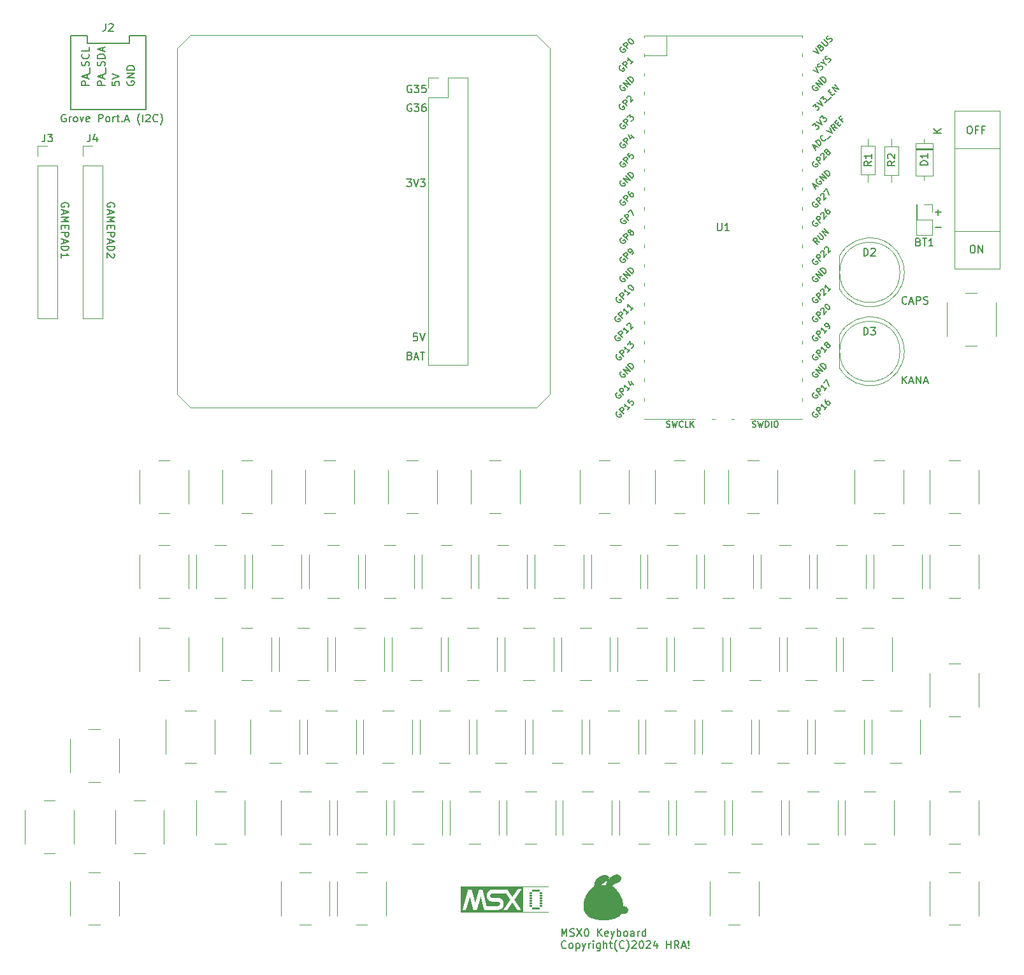
<source format=gto>
G04 #@! TF.GenerationSoftware,KiCad,Pcbnew,7.0.10*
G04 #@! TF.CreationDate,2024-04-20T09:04:07+09:00*
G04 #@! TF.ProjectId,msx0_keyboard,6d737830-5f6b-4657-9962-6f6172642e6b,rev?*
G04 #@! TF.SameCoordinates,PX30291a0PY2faf080*
G04 #@! TF.FileFunction,Legend,Top*
G04 #@! TF.FilePolarity,Positive*
%FSLAX46Y46*%
G04 Gerber Fmt 4.6, Leading zero omitted, Abs format (unit mm)*
G04 Created by KiCad (PCBNEW 7.0.10) date 2024-04-20 09:04:07*
%MOMM*%
%LPD*%
G01*
G04 APERTURE LIST*
%ADD10C,0.150000*%
%ADD11C,0.120000*%
%ADD12C,0.100000*%
%ADD13C,0.127000*%
G04 APERTURE END LIST*
D10*
X14562219Y-6133830D02*
X14562219Y-6610020D01*
X14562219Y-6610020D02*
X15038409Y-6657639D01*
X15038409Y-6657639D02*
X14990790Y-6610020D01*
X14990790Y-6610020D02*
X14943171Y-6514782D01*
X14943171Y-6514782D02*
X14943171Y-6276687D01*
X14943171Y-6276687D02*
X14990790Y-6181449D01*
X14990790Y-6181449D02*
X15038409Y-6133830D01*
X15038409Y-6133830D02*
X15133647Y-6086211D01*
X15133647Y-6086211D02*
X15371742Y-6086211D01*
X15371742Y-6086211D02*
X15466980Y-6133830D01*
X15466980Y-6133830D02*
X15514600Y-6181449D01*
X15514600Y-6181449D02*
X15562219Y-6276687D01*
X15562219Y-6276687D02*
X15562219Y-6514782D01*
X15562219Y-6514782D02*
X15514600Y-6610020D01*
X15514600Y-6610020D02*
X15466980Y-6657639D01*
X14562219Y-5800496D02*
X15562219Y-5467163D01*
X15562219Y-5467163D02*
X14562219Y-5133830D01*
X120181807Y-35626580D02*
X120134188Y-35674200D01*
X120134188Y-35674200D02*
X119991331Y-35721819D01*
X119991331Y-35721819D02*
X119896093Y-35721819D01*
X119896093Y-35721819D02*
X119753236Y-35674200D01*
X119753236Y-35674200D02*
X119657998Y-35578961D01*
X119657998Y-35578961D02*
X119610379Y-35483723D01*
X119610379Y-35483723D02*
X119562760Y-35293247D01*
X119562760Y-35293247D02*
X119562760Y-35150390D01*
X119562760Y-35150390D02*
X119610379Y-34959914D01*
X119610379Y-34959914D02*
X119657998Y-34864676D01*
X119657998Y-34864676D02*
X119753236Y-34769438D01*
X119753236Y-34769438D02*
X119896093Y-34721819D01*
X119896093Y-34721819D02*
X119991331Y-34721819D01*
X119991331Y-34721819D02*
X120134188Y-34769438D01*
X120134188Y-34769438D02*
X120181807Y-34817057D01*
X120562760Y-35436104D02*
X121038950Y-35436104D01*
X120467522Y-35721819D02*
X120800855Y-34721819D01*
X120800855Y-34721819D02*
X121134188Y-35721819D01*
X121467522Y-35721819D02*
X121467522Y-34721819D01*
X121467522Y-34721819D02*
X121848474Y-34721819D01*
X121848474Y-34721819D02*
X121943712Y-34769438D01*
X121943712Y-34769438D02*
X121991331Y-34817057D01*
X121991331Y-34817057D02*
X122038950Y-34912295D01*
X122038950Y-34912295D02*
X122038950Y-35055152D01*
X122038950Y-35055152D02*
X121991331Y-35150390D01*
X121991331Y-35150390D02*
X121943712Y-35198009D01*
X121943712Y-35198009D02*
X121848474Y-35245628D01*
X121848474Y-35245628D02*
X121467522Y-35245628D01*
X122419903Y-35674200D02*
X122562760Y-35721819D01*
X122562760Y-35721819D02*
X122800855Y-35721819D01*
X122800855Y-35721819D02*
X122896093Y-35674200D01*
X122896093Y-35674200D02*
X122943712Y-35626580D01*
X122943712Y-35626580D02*
X122991331Y-35531342D01*
X122991331Y-35531342D02*
X122991331Y-35436104D01*
X122991331Y-35436104D02*
X122943712Y-35340866D01*
X122943712Y-35340866D02*
X122896093Y-35293247D01*
X122896093Y-35293247D02*
X122800855Y-35245628D01*
X122800855Y-35245628D02*
X122610379Y-35198009D01*
X122610379Y-35198009D02*
X122515141Y-35150390D01*
X122515141Y-35150390D02*
X122467522Y-35102771D01*
X122467522Y-35102771D02*
X122419903Y-35007533D01*
X122419903Y-35007533D02*
X122419903Y-34912295D01*
X122419903Y-34912295D02*
X122467522Y-34817057D01*
X122467522Y-34817057D02*
X122515141Y-34769438D01*
X122515141Y-34769438D02*
X122610379Y-34721819D01*
X122610379Y-34721819D02*
X122848474Y-34721819D01*
X122848474Y-34721819D02*
X122991331Y-34769438D01*
X128843255Y-27914619D02*
X129033731Y-27914619D01*
X129033731Y-27914619D02*
X129128969Y-27962238D01*
X129128969Y-27962238D02*
X129224207Y-28057476D01*
X129224207Y-28057476D02*
X129271826Y-28247952D01*
X129271826Y-28247952D02*
X129271826Y-28581285D01*
X129271826Y-28581285D02*
X129224207Y-28771761D01*
X129224207Y-28771761D02*
X129128969Y-28867000D01*
X129128969Y-28867000D02*
X129033731Y-28914619D01*
X129033731Y-28914619D02*
X128843255Y-28914619D01*
X128843255Y-28914619D02*
X128748017Y-28867000D01*
X128748017Y-28867000D02*
X128652779Y-28771761D01*
X128652779Y-28771761D02*
X128605160Y-28581285D01*
X128605160Y-28581285D02*
X128605160Y-28247952D01*
X128605160Y-28247952D02*
X128652779Y-28057476D01*
X128652779Y-28057476D02*
X128748017Y-27962238D01*
X128748017Y-27962238D02*
X128843255Y-27914619D01*
X129700398Y-28914619D02*
X129700398Y-27914619D01*
X129700398Y-27914619D02*
X130271826Y-28914619D01*
X130271826Y-28914619D02*
X130271826Y-27914619D01*
X16591038Y-6086211D02*
X16543419Y-6181449D01*
X16543419Y-6181449D02*
X16543419Y-6324306D01*
X16543419Y-6324306D02*
X16591038Y-6467163D01*
X16591038Y-6467163D02*
X16686276Y-6562401D01*
X16686276Y-6562401D02*
X16781514Y-6610020D01*
X16781514Y-6610020D02*
X16971990Y-6657639D01*
X16971990Y-6657639D02*
X17114847Y-6657639D01*
X17114847Y-6657639D02*
X17305323Y-6610020D01*
X17305323Y-6610020D02*
X17400561Y-6562401D01*
X17400561Y-6562401D02*
X17495800Y-6467163D01*
X17495800Y-6467163D02*
X17543419Y-6324306D01*
X17543419Y-6324306D02*
X17543419Y-6229068D01*
X17543419Y-6229068D02*
X17495800Y-6086211D01*
X17495800Y-6086211D02*
X17448180Y-6038592D01*
X17448180Y-6038592D02*
X17114847Y-6038592D01*
X17114847Y-6038592D02*
X17114847Y-6229068D01*
X17543419Y-5610020D02*
X16543419Y-5610020D01*
X16543419Y-5610020D02*
X17543419Y-5038592D01*
X17543419Y-5038592D02*
X16543419Y-5038592D01*
X17543419Y-4562401D02*
X16543419Y-4562401D01*
X16543419Y-4562401D02*
X16543419Y-4324306D01*
X16543419Y-4324306D02*
X16591038Y-4181449D01*
X16591038Y-4181449D02*
X16686276Y-4086211D01*
X16686276Y-4086211D02*
X16781514Y-4038592D01*
X16781514Y-4038592D02*
X16971990Y-3990973D01*
X16971990Y-3990973D02*
X17114847Y-3990973D01*
X17114847Y-3990973D02*
X17305323Y-4038592D01*
X17305323Y-4038592D02*
X17400561Y-4086211D01*
X17400561Y-4086211D02*
X17495800Y-4181449D01*
X17495800Y-4181449D02*
X17543419Y-4324306D01*
X17543419Y-4324306D02*
X17543419Y-4562401D01*
X14895361Y-22793388D02*
X14942980Y-22698150D01*
X14942980Y-22698150D02*
X14942980Y-22555293D01*
X14942980Y-22555293D02*
X14895361Y-22412436D01*
X14895361Y-22412436D02*
X14800123Y-22317198D01*
X14800123Y-22317198D02*
X14704885Y-22269579D01*
X14704885Y-22269579D02*
X14514409Y-22221960D01*
X14514409Y-22221960D02*
X14371552Y-22221960D01*
X14371552Y-22221960D02*
X14181076Y-22269579D01*
X14181076Y-22269579D02*
X14085838Y-22317198D01*
X14085838Y-22317198D02*
X13990600Y-22412436D01*
X13990600Y-22412436D02*
X13942980Y-22555293D01*
X13942980Y-22555293D02*
X13942980Y-22650531D01*
X13942980Y-22650531D02*
X13990600Y-22793388D01*
X13990600Y-22793388D02*
X14038219Y-22841007D01*
X14038219Y-22841007D02*
X14371552Y-22841007D01*
X14371552Y-22841007D02*
X14371552Y-22650531D01*
X14228695Y-23221960D02*
X14228695Y-23698150D01*
X13942980Y-23126722D02*
X14942980Y-23460055D01*
X14942980Y-23460055D02*
X13942980Y-23793388D01*
X13942980Y-24126722D02*
X14942980Y-24126722D01*
X14942980Y-24126722D02*
X14228695Y-24460055D01*
X14228695Y-24460055D02*
X14942980Y-24793388D01*
X14942980Y-24793388D02*
X13942980Y-24793388D01*
X14466790Y-25269579D02*
X14466790Y-25602912D01*
X13942980Y-25745769D02*
X13942980Y-25269579D01*
X13942980Y-25269579D02*
X14942980Y-25269579D01*
X14942980Y-25269579D02*
X14942980Y-25745769D01*
X13942980Y-26174341D02*
X14942980Y-26174341D01*
X14942980Y-26174341D02*
X14942980Y-26555293D01*
X14942980Y-26555293D02*
X14895361Y-26650531D01*
X14895361Y-26650531D02*
X14847742Y-26698150D01*
X14847742Y-26698150D02*
X14752504Y-26745769D01*
X14752504Y-26745769D02*
X14609647Y-26745769D01*
X14609647Y-26745769D02*
X14514409Y-26698150D01*
X14514409Y-26698150D02*
X14466790Y-26650531D01*
X14466790Y-26650531D02*
X14419171Y-26555293D01*
X14419171Y-26555293D02*
X14419171Y-26174341D01*
X14228695Y-27126722D02*
X14228695Y-27602912D01*
X13942980Y-27031484D02*
X14942980Y-27364817D01*
X14942980Y-27364817D02*
X13942980Y-27698150D01*
X13942980Y-28031484D02*
X14942980Y-28031484D01*
X14942980Y-28031484D02*
X14942980Y-28269579D01*
X14942980Y-28269579D02*
X14895361Y-28412436D01*
X14895361Y-28412436D02*
X14800123Y-28507674D01*
X14800123Y-28507674D02*
X14704885Y-28555293D01*
X14704885Y-28555293D02*
X14514409Y-28602912D01*
X14514409Y-28602912D02*
X14371552Y-28602912D01*
X14371552Y-28602912D02*
X14181076Y-28555293D01*
X14181076Y-28555293D02*
X14085838Y-28507674D01*
X14085838Y-28507674D02*
X13990600Y-28412436D01*
X13990600Y-28412436D02*
X13942980Y-28269579D01*
X13942980Y-28269579D02*
X13942980Y-28031484D01*
X14847742Y-28983865D02*
X14895361Y-29031484D01*
X14895361Y-29031484D02*
X14942980Y-29126722D01*
X14942980Y-29126722D02*
X14942980Y-29364817D01*
X14942980Y-29364817D02*
X14895361Y-29460055D01*
X14895361Y-29460055D02*
X14847742Y-29507674D01*
X14847742Y-29507674D02*
X14752504Y-29555293D01*
X14752504Y-29555293D02*
X14657266Y-29555293D01*
X14657266Y-29555293D02*
X14514409Y-29507674D01*
X14514409Y-29507674D02*
X13942980Y-28936246D01*
X13942980Y-28936246D02*
X13942980Y-29555293D01*
X8799361Y-22793388D02*
X8846980Y-22698150D01*
X8846980Y-22698150D02*
X8846980Y-22555293D01*
X8846980Y-22555293D02*
X8799361Y-22412436D01*
X8799361Y-22412436D02*
X8704123Y-22317198D01*
X8704123Y-22317198D02*
X8608885Y-22269579D01*
X8608885Y-22269579D02*
X8418409Y-22221960D01*
X8418409Y-22221960D02*
X8275552Y-22221960D01*
X8275552Y-22221960D02*
X8085076Y-22269579D01*
X8085076Y-22269579D02*
X7989838Y-22317198D01*
X7989838Y-22317198D02*
X7894600Y-22412436D01*
X7894600Y-22412436D02*
X7846980Y-22555293D01*
X7846980Y-22555293D02*
X7846980Y-22650531D01*
X7846980Y-22650531D02*
X7894600Y-22793388D01*
X7894600Y-22793388D02*
X7942219Y-22841007D01*
X7942219Y-22841007D02*
X8275552Y-22841007D01*
X8275552Y-22841007D02*
X8275552Y-22650531D01*
X8132695Y-23221960D02*
X8132695Y-23698150D01*
X7846980Y-23126722D02*
X8846980Y-23460055D01*
X8846980Y-23460055D02*
X7846980Y-23793388D01*
X7846980Y-24126722D02*
X8846980Y-24126722D01*
X8846980Y-24126722D02*
X8132695Y-24460055D01*
X8132695Y-24460055D02*
X8846980Y-24793388D01*
X8846980Y-24793388D02*
X7846980Y-24793388D01*
X8370790Y-25269579D02*
X8370790Y-25602912D01*
X7846980Y-25745769D02*
X7846980Y-25269579D01*
X7846980Y-25269579D02*
X8846980Y-25269579D01*
X8846980Y-25269579D02*
X8846980Y-25745769D01*
X7846980Y-26174341D02*
X8846980Y-26174341D01*
X8846980Y-26174341D02*
X8846980Y-26555293D01*
X8846980Y-26555293D02*
X8799361Y-26650531D01*
X8799361Y-26650531D02*
X8751742Y-26698150D01*
X8751742Y-26698150D02*
X8656504Y-26745769D01*
X8656504Y-26745769D02*
X8513647Y-26745769D01*
X8513647Y-26745769D02*
X8418409Y-26698150D01*
X8418409Y-26698150D02*
X8370790Y-26650531D01*
X8370790Y-26650531D02*
X8323171Y-26555293D01*
X8323171Y-26555293D02*
X8323171Y-26174341D01*
X8132695Y-27126722D02*
X8132695Y-27602912D01*
X7846980Y-27031484D02*
X8846980Y-27364817D01*
X8846980Y-27364817D02*
X7846980Y-27698150D01*
X7846980Y-28031484D02*
X8846980Y-28031484D01*
X8846980Y-28031484D02*
X8846980Y-28269579D01*
X8846980Y-28269579D02*
X8799361Y-28412436D01*
X8799361Y-28412436D02*
X8704123Y-28507674D01*
X8704123Y-28507674D02*
X8608885Y-28555293D01*
X8608885Y-28555293D02*
X8418409Y-28602912D01*
X8418409Y-28602912D02*
X8275552Y-28602912D01*
X8275552Y-28602912D02*
X8085076Y-28555293D01*
X8085076Y-28555293D02*
X7989838Y-28507674D01*
X7989838Y-28507674D02*
X7894600Y-28412436D01*
X7894600Y-28412436D02*
X7846980Y-28269579D01*
X7846980Y-28269579D02*
X7846980Y-28031484D01*
X7846980Y-29555293D02*
X7846980Y-28983865D01*
X7846980Y-29269579D02*
X8846980Y-29269579D01*
X8846980Y-29269579D02*
X8704123Y-29174341D01*
X8704123Y-29174341D02*
X8608885Y-29079103D01*
X8608885Y-29079103D02*
X8561266Y-28983865D01*
X13631819Y-6610020D02*
X12631819Y-6610020D01*
X12631819Y-6610020D02*
X12631819Y-6229068D01*
X12631819Y-6229068D02*
X12679438Y-6133830D01*
X12679438Y-6133830D02*
X12727057Y-6086211D01*
X12727057Y-6086211D02*
X12822295Y-6038592D01*
X12822295Y-6038592D02*
X12965152Y-6038592D01*
X12965152Y-6038592D02*
X13060390Y-6086211D01*
X13060390Y-6086211D02*
X13108009Y-6133830D01*
X13108009Y-6133830D02*
X13155628Y-6229068D01*
X13155628Y-6229068D02*
X13155628Y-6610020D01*
X13346104Y-5657639D02*
X13346104Y-5181449D01*
X13631819Y-5752877D02*
X12631819Y-5419544D01*
X12631819Y-5419544D02*
X13631819Y-5086211D01*
X13727057Y-4990973D02*
X13727057Y-4229068D01*
X13584200Y-4038591D02*
X13631819Y-3895734D01*
X13631819Y-3895734D02*
X13631819Y-3657639D01*
X13631819Y-3657639D02*
X13584200Y-3562401D01*
X13584200Y-3562401D02*
X13536580Y-3514782D01*
X13536580Y-3514782D02*
X13441342Y-3467163D01*
X13441342Y-3467163D02*
X13346104Y-3467163D01*
X13346104Y-3467163D02*
X13250866Y-3514782D01*
X13250866Y-3514782D02*
X13203247Y-3562401D01*
X13203247Y-3562401D02*
X13155628Y-3657639D01*
X13155628Y-3657639D02*
X13108009Y-3848115D01*
X13108009Y-3848115D02*
X13060390Y-3943353D01*
X13060390Y-3943353D02*
X13012771Y-3990972D01*
X13012771Y-3990972D02*
X12917533Y-4038591D01*
X12917533Y-4038591D02*
X12822295Y-4038591D01*
X12822295Y-4038591D02*
X12727057Y-3990972D01*
X12727057Y-3990972D02*
X12679438Y-3943353D01*
X12679438Y-3943353D02*
X12631819Y-3848115D01*
X12631819Y-3848115D02*
X12631819Y-3610020D01*
X12631819Y-3610020D02*
X12679438Y-3467163D01*
X13631819Y-3038591D02*
X12631819Y-3038591D01*
X12631819Y-3038591D02*
X12631819Y-2800496D01*
X12631819Y-2800496D02*
X12679438Y-2657639D01*
X12679438Y-2657639D02*
X12774676Y-2562401D01*
X12774676Y-2562401D02*
X12869914Y-2514782D01*
X12869914Y-2514782D02*
X13060390Y-2467163D01*
X13060390Y-2467163D02*
X13203247Y-2467163D01*
X13203247Y-2467163D02*
X13393723Y-2514782D01*
X13393723Y-2514782D02*
X13488961Y-2562401D01*
X13488961Y-2562401D02*
X13584200Y-2657639D01*
X13584200Y-2657639D02*
X13631819Y-2800496D01*
X13631819Y-2800496D02*
X13631819Y-3038591D01*
X13346104Y-2086210D02*
X13346104Y-1610020D01*
X13631819Y-2181448D02*
X12631819Y-1848115D01*
X12631819Y-1848115D02*
X13631819Y-1514782D01*
X123979179Y-23504466D02*
X124741084Y-23504466D01*
X124360131Y-23885419D02*
X124360131Y-23123514D01*
X128436855Y-12065019D02*
X128627331Y-12065019D01*
X128627331Y-12065019D02*
X128722569Y-12112638D01*
X128722569Y-12112638D02*
X128817807Y-12207876D01*
X128817807Y-12207876D02*
X128865426Y-12398352D01*
X128865426Y-12398352D02*
X128865426Y-12731685D01*
X128865426Y-12731685D02*
X128817807Y-12922161D01*
X128817807Y-12922161D02*
X128722569Y-13017400D01*
X128722569Y-13017400D02*
X128627331Y-13065019D01*
X128627331Y-13065019D02*
X128436855Y-13065019D01*
X128436855Y-13065019D02*
X128341617Y-13017400D01*
X128341617Y-13017400D02*
X128246379Y-12922161D01*
X128246379Y-12922161D02*
X128198760Y-12731685D01*
X128198760Y-12731685D02*
X128198760Y-12398352D01*
X128198760Y-12398352D02*
X128246379Y-12207876D01*
X128246379Y-12207876D02*
X128341617Y-12112638D01*
X128341617Y-12112638D02*
X128436855Y-12065019D01*
X129627331Y-12541209D02*
X129293998Y-12541209D01*
X129293998Y-13065019D02*
X129293998Y-12065019D01*
X129293998Y-12065019D02*
X129770188Y-12065019D01*
X130484474Y-12541209D02*
X130151141Y-12541209D01*
X130151141Y-13065019D02*
X130151141Y-12065019D01*
X130151141Y-12065019D02*
X130627331Y-12065019D01*
X74336779Y-119759819D02*
X74336779Y-118759819D01*
X74336779Y-118759819D02*
X74670112Y-119474104D01*
X74670112Y-119474104D02*
X75003445Y-118759819D01*
X75003445Y-118759819D02*
X75003445Y-119759819D01*
X75432017Y-119712200D02*
X75574874Y-119759819D01*
X75574874Y-119759819D02*
X75812969Y-119759819D01*
X75812969Y-119759819D02*
X75908207Y-119712200D01*
X75908207Y-119712200D02*
X75955826Y-119664580D01*
X75955826Y-119664580D02*
X76003445Y-119569342D01*
X76003445Y-119569342D02*
X76003445Y-119474104D01*
X76003445Y-119474104D02*
X75955826Y-119378866D01*
X75955826Y-119378866D02*
X75908207Y-119331247D01*
X75908207Y-119331247D02*
X75812969Y-119283628D01*
X75812969Y-119283628D02*
X75622493Y-119236009D01*
X75622493Y-119236009D02*
X75527255Y-119188390D01*
X75527255Y-119188390D02*
X75479636Y-119140771D01*
X75479636Y-119140771D02*
X75432017Y-119045533D01*
X75432017Y-119045533D02*
X75432017Y-118950295D01*
X75432017Y-118950295D02*
X75479636Y-118855057D01*
X75479636Y-118855057D02*
X75527255Y-118807438D01*
X75527255Y-118807438D02*
X75622493Y-118759819D01*
X75622493Y-118759819D02*
X75860588Y-118759819D01*
X75860588Y-118759819D02*
X76003445Y-118807438D01*
X76336779Y-118759819D02*
X77003445Y-119759819D01*
X77003445Y-118759819D02*
X76336779Y-119759819D01*
X77574874Y-118759819D02*
X77670112Y-118759819D01*
X77670112Y-118759819D02*
X77765350Y-118807438D01*
X77765350Y-118807438D02*
X77812969Y-118855057D01*
X77812969Y-118855057D02*
X77860588Y-118950295D01*
X77860588Y-118950295D02*
X77908207Y-119140771D01*
X77908207Y-119140771D02*
X77908207Y-119378866D01*
X77908207Y-119378866D02*
X77860588Y-119569342D01*
X77860588Y-119569342D02*
X77812969Y-119664580D01*
X77812969Y-119664580D02*
X77765350Y-119712200D01*
X77765350Y-119712200D02*
X77670112Y-119759819D01*
X77670112Y-119759819D02*
X77574874Y-119759819D01*
X77574874Y-119759819D02*
X77479636Y-119712200D01*
X77479636Y-119712200D02*
X77432017Y-119664580D01*
X77432017Y-119664580D02*
X77384398Y-119569342D01*
X77384398Y-119569342D02*
X77336779Y-119378866D01*
X77336779Y-119378866D02*
X77336779Y-119140771D01*
X77336779Y-119140771D02*
X77384398Y-118950295D01*
X77384398Y-118950295D02*
X77432017Y-118855057D01*
X77432017Y-118855057D02*
X77479636Y-118807438D01*
X77479636Y-118807438D02*
X77574874Y-118759819D01*
X79098684Y-119759819D02*
X79098684Y-118759819D01*
X79670112Y-119759819D02*
X79241541Y-119188390D01*
X79670112Y-118759819D02*
X79098684Y-119331247D01*
X80479636Y-119712200D02*
X80384398Y-119759819D01*
X80384398Y-119759819D02*
X80193922Y-119759819D01*
X80193922Y-119759819D02*
X80098684Y-119712200D01*
X80098684Y-119712200D02*
X80051065Y-119616961D01*
X80051065Y-119616961D02*
X80051065Y-119236009D01*
X80051065Y-119236009D02*
X80098684Y-119140771D01*
X80098684Y-119140771D02*
X80193922Y-119093152D01*
X80193922Y-119093152D02*
X80384398Y-119093152D01*
X80384398Y-119093152D02*
X80479636Y-119140771D01*
X80479636Y-119140771D02*
X80527255Y-119236009D01*
X80527255Y-119236009D02*
X80527255Y-119331247D01*
X80527255Y-119331247D02*
X80051065Y-119426485D01*
X80860589Y-119093152D02*
X81098684Y-119759819D01*
X81336779Y-119093152D02*
X81098684Y-119759819D01*
X81098684Y-119759819D02*
X81003446Y-119997914D01*
X81003446Y-119997914D02*
X80955827Y-120045533D01*
X80955827Y-120045533D02*
X80860589Y-120093152D01*
X81717732Y-119759819D02*
X81717732Y-118759819D01*
X81717732Y-119140771D02*
X81812970Y-119093152D01*
X81812970Y-119093152D02*
X82003446Y-119093152D01*
X82003446Y-119093152D02*
X82098684Y-119140771D01*
X82098684Y-119140771D02*
X82146303Y-119188390D01*
X82146303Y-119188390D02*
X82193922Y-119283628D01*
X82193922Y-119283628D02*
X82193922Y-119569342D01*
X82193922Y-119569342D02*
X82146303Y-119664580D01*
X82146303Y-119664580D02*
X82098684Y-119712200D01*
X82098684Y-119712200D02*
X82003446Y-119759819D01*
X82003446Y-119759819D02*
X81812970Y-119759819D01*
X81812970Y-119759819D02*
X81717732Y-119712200D01*
X82765351Y-119759819D02*
X82670113Y-119712200D01*
X82670113Y-119712200D02*
X82622494Y-119664580D01*
X82622494Y-119664580D02*
X82574875Y-119569342D01*
X82574875Y-119569342D02*
X82574875Y-119283628D01*
X82574875Y-119283628D02*
X82622494Y-119188390D01*
X82622494Y-119188390D02*
X82670113Y-119140771D01*
X82670113Y-119140771D02*
X82765351Y-119093152D01*
X82765351Y-119093152D02*
X82908208Y-119093152D01*
X82908208Y-119093152D02*
X83003446Y-119140771D01*
X83003446Y-119140771D02*
X83051065Y-119188390D01*
X83051065Y-119188390D02*
X83098684Y-119283628D01*
X83098684Y-119283628D02*
X83098684Y-119569342D01*
X83098684Y-119569342D02*
X83051065Y-119664580D01*
X83051065Y-119664580D02*
X83003446Y-119712200D01*
X83003446Y-119712200D02*
X82908208Y-119759819D01*
X82908208Y-119759819D02*
X82765351Y-119759819D01*
X83955827Y-119759819D02*
X83955827Y-119236009D01*
X83955827Y-119236009D02*
X83908208Y-119140771D01*
X83908208Y-119140771D02*
X83812970Y-119093152D01*
X83812970Y-119093152D02*
X83622494Y-119093152D01*
X83622494Y-119093152D02*
X83527256Y-119140771D01*
X83955827Y-119712200D02*
X83860589Y-119759819D01*
X83860589Y-119759819D02*
X83622494Y-119759819D01*
X83622494Y-119759819D02*
X83527256Y-119712200D01*
X83527256Y-119712200D02*
X83479637Y-119616961D01*
X83479637Y-119616961D02*
X83479637Y-119521723D01*
X83479637Y-119521723D02*
X83527256Y-119426485D01*
X83527256Y-119426485D02*
X83622494Y-119378866D01*
X83622494Y-119378866D02*
X83860589Y-119378866D01*
X83860589Y-119378866D02*
X83955827Y-119331247D01*
X84432018Y-119759819D02*
X84432018Y-119093152D01*
X84432018Y-119283628D02*
X84479637Y-119188390D01*
X84479637Y-119188390D02*
X84527256Y-119140771D01*
X84527256Y-119140771D02*
X84622494Y-119093152D01*
X84622494Y-119093152D02*
X84717732Y-119093152D01*
X85479637Y-119759819D02*
X85479637Y-118759819D01*
X85479637Y-119712200D02*
X85384399Y-119759819D01*
X85384399Y-119759819D02*
X85193923Y-119759819D01*
X85193923Y-119759819D02*
X85098685Y-119712200D01*
X85098685Y-119712200D02*
X85051066Y-119664580D01*
X85051066Y-119664580D02*
X85003447Y-119569342D01*
X85003447Y-119569342D02*
X85003447Y-119283628D01*
X85003447Y-119283628D02*
X85051066Y-119188390D01*
X85051066Y-119188390D02*
X85098685Y-119140771D01*
X85098685Y-119140771D02*
X85193923Y-119093152D01*
X85193923Y-119093152D02*
X85384399Y-119093152D01*
X85384399Y-119093152D02*
X85479637Y-119140771D01*
X74908207Y-121274580D02*
X74860588Y-121322200D01*
X74860588Y-121322200D02*
X74717731Y-121369819D01*
X74717731Y-121369819D02*
X74622493Y-121369819D01*
X74622493Y-121369819D02*
X74479636Y-121322200D01*
X74479636Y-121322200D02*
X74384398Y-121226961D01*
X74384398Y-121226961D02*
X74336779Y-121131723D01*
X74336779Y-121131723D02*
X74289160Y-120941247D01*
X74289160Y-120941247D02*
X74289160Y-120798390D01*
X74289160Y-120798390D02*
X74336779Y-120607914D01*
X74336779Y-120607914D02*
X74384398Y-120512676D01*
X74384398Y-120512676D02*
X74479636Y-120417438D01*
X74479636Y-120417438D02*
X74622493Y-120369819D01*
X74622493Y-120369819D02*
X74717731Y-120369819D01*
X74717731Y-120369819D02*
X74860588Y-120417438D01*
X74860588Y-120417438D02*
X74908207Y-120465057D01*
X75479636Y-121369819D02*
X75384398Y-121322200D01*
X75384398Y-121322200D02*
X75336779Y-121274580D01*
X75336779Y-121274580D02*
X75289160Y-121179342D01*
X75289160Y-121179342D02*
X75289160Y-120893628D01*
X75289160Y-120893628D02*
X75336779Y-120798390D01*
X75336779Y-120798390D02*
X75384398Y-120750771D01*
X75384398Y-120750771D02*
X75479636Y-120703152D01*
X75479636Y-120703152D02*
X75622493Y-120703152D01*
X75622493Y-120703152D02*
X75717731Y-120750771D01*
X75717731Y-120750771D02*
X75765350Y-120798390D01*
X75765350Y-120798390D02*
X75812969Y-120893628D01*
X75812969Y-120893628D02*
X75812969Y-121179342D01*
X75812969Y-121179342D02*
X75765350Y-121274580D01*
X75765350Y-121274580D02*
X75717731Y-121322200D01*
X75717731Y-121322200D02*
X75622493Y-121369819D01*
X75622493Y-121369819D02*
X75479636Y-121369819D01*
X76241541Y-120703152D02*
X76241541Y-121703152D01*
X76241541Y-120750771D02*
X76336779Y-120703152D01*
X76336779Y-120703152D02*
X76527255Y-120703152D01*
X76527255Y-120703152D02*
X76622493Y-120750771D01*
X76622493Y-120750771D02*
X76670112Y-120798390D01*
X76670112Y-120798390D02*
X76717731Y-120893628D01*
X76717731Y-120893628D02*
X76717731Y-121179342D01*
X76717731Y-121179342D02*
X76670112Y-121274580D01*
X76670112Y-121274580D02*
X76622493Y-121322200D01*
X76622493Y-121322200D02*
X76527255Y-121369819D01*
X76527255Y-121369819D02*
X76336779Y-121369819D01*
X76336779Y-121369819D02*
X76241541Y-121322200D01*
X77051065Y-120703152D02*
X77289160Y-121369819D01*
X77527255Y-120703152D02*
X77289160Y-121369819D01*
X77289160Y-121369819D02*
X77193922Y-121607914D01*
X77193922Y-121607914D02*
X77146303Y-121655533D01*
X77146303Y-121655533D02*
X77051065Y-121703152D01*
X77908208Y-121369819D02*
X77908208Y-120703152D01*
X77908208Y-120893628D02*
X77955827Y-120798390D01*
X77955827Y-120798390D02*
X78003446Y-120750771D01*
X78003446Y-120750771D02*
X78098684Y-120703152D01*
X78098684Y-120703152D02*
X78193922Y-120703152D01*
X78527256Y-121369819D02*
X78527256Y-120703152D01*
X78527256Y-120369819D02*
X78479637Y-120417438D01*
X78479637Y-120417438D02*
X78527256Y-120465057D01*
X78527256Y-120465057D02*
X78574875Y-120417438D01*
X78574875Y-120417438D02*
X78527256Y-120369819D01*
X78527256Y-120369819D02*
X78527256Y-120465057D01*
X79432017Y-120703152D02*
X79432017Y-121512676D01*
X79432017Y-121512676D02*
X79384398Y-121607914D01*
X79384398Y-121607914D02*
X79336779Y-121655533D01*
X79336779Y-121655533D02*
X79241541Y-121703152D01*
X79241541Y-121703152D02*
X79098684Y-121703152D01*
X79098684Y-121703152D02*
X79003446Y-121655533D01*
X79432017Y-121322200D02*
X79336779Y-121369819D01*
X79336779Y-121369819D02*
X79146303Y-121369819D01*
X79146303Y-121369819D02*
X79051065Y-121322200D01*
X79051065Y-121322200D02*
X79003446Y-121274580D01*
X79003446Y-121274580D02*
X78955827Y-121179342D01*
X78955827Y-121179342D02*
X78955827Y-120893628D01*
X78955827Y-120893628D02*
X79003446Y-120798390D01*
X79003446Y-120798390D02*
X79051065Y-120750771D01*
X79051065Y-120750771D02*
X79146303Y-120703152D01*
X79146303Y-120703152D02*
X79336779Y-120703152D01*
X79336779Y-120703152D02*
X79432017Y-120750771D01*
X79908208Y-121369819D02*
X79908208Y-120369819D01*
X80336779Y-121369819D02*
X80336779Y-120846009D01*
X80336779Y-120846009D02*
X80289160Y-120750771D01*
X80289160Y-120750771D02*
X80193922Y-120703152D01*
X80193922Y-120703152D02*
X80051065Y-120703152D01*
X80051065Y-120703152D02*
X79955827Y-120750771D01*
X79955827Y-120750771D02*
X79908208Y-120798390D01*
X80670113Y-120703152D02*
X81051065Y-120703152D01*
X80812970Y-120369819D02*
X80812970Y-121226961D01*
X80812970Y-121226961D02*
X80860589Y-121322200D01*
X80860589Y-121322200D02*
X80955827Y-121369819D01*
X80955827Y-121369819D02*
X81051065Y-121369819D01*
X81670113Y-121750771D02*
X81622494Y-121703152D01*
X81622494Y-121703152D02*
X81527256Y-121560295D01*
X81527256Y-121560295D02*
X81479637Y-121465057D01*
X81479637Y-121465057D02*
X81432018Y-121322200D01*
X81432018Y-121322200D02*
X81384399Y-121084104D01*
X81384399Y-121084104D02*
X81384399Y-120893628D01*
X81384399Y-120893628D02*
X81432018Y-120655533D01*
X81432018Y-120655533D02*
X81479637Y-120512676D01*
X81479637Y-120512676D02*
X81527256Y-120417438D01*
X81527256Y-120417438D02*
X81622494Y-120274580D01*
X81622494Y-120274580D02*
X81670113Y-120226961D01*
X82622494Y-121274580D02*
X82574875Y-121322200D01*
X82574875Y-121322200D02*
X82432018Y-121369819D01*
X82432018Y-121369819D02*
X82336780Y-121369819D01*
X82336780Y-121369819D02*
X82193923Y-121322200D01*
X82193923Y-121322200D02*
X82098685Y-121226961D01*
X82098685Y-121226961D02*
X82051066Y-121131723D01*
X82051066Y-121131723D02*
X82003447Y-120941247D01*
X82003447Y-120941247D02*
X82003447Y-120798390D01*
X82003447Y-120798390D02*
X82051066Y-120607914D01*
X82051066Y-120607914D02*
X82098685Y-120512676D01*
X82098685Y-120512676D02*
X82193923Y-120417438D01*
X82193923Y-120417438D02*
X82336780Y-120369819D01*
X82336780Y-120369819D02*
X82432018Y-120369819D01*
X82432018Y-120369819D02*
X82574875Y-120417438D01*
X82574875Y-120417438D02*
X82622494Y-120465057D01*
X82955828Y-121750771D02*
X83003447Y-121703152D01*
X83003447Y-121703152D02*
X83098685Y-121560295D01*
X83098685Y-121560295D02*
X83146304Y-121465057D01*
X83146304Y-121465057D02*
X83193923Y-121322200D01*
X83193923Y-121322200D02*
X83241542Y-121084104D01*
X83241542Y-121084104D02*
X83241542Y-120893628D01*
X83241542Y-120893628D02*
X83193923Y-120655533D01*
X83193923Y-120655533D02*
X83146304Y-120512676D01*
X83146304Y-120512676D02*
X83098685Y-120417438D01*
X83098685Y-120417438D02*
X83003447Y-120274580D01*
X83003447Y-120274580D02*
X82955828Y-120226961D01*
X83670114Y-120465057D02*
X83717733Y-120417438D01*
X83717733Y-120417438D02*
X83812971Y-120369819D01*
X83812971Y-120369819D02*
X84051066Y-120369819D01*
X84051066Y-120369819D02*
X84146304Y-120417438D01*
X84146304Y-120417438D02*
X84193923Y-120465057D01*
X84193923Y-120465057D02*
X84241542Y-120560295D01*
X84241542Y-120560295D02*
X84241542Y-120655533D01*
X84241542Y-120655533D02*
X84193923Y-120798390D01*
X84193923Y-120798390D02*
X83622495Y-121369819D01*
X83622495Y-121369819D02*
X84241542Y-121369819D01*
X84860590Y-120369819D02*
X84955828Y-120369819D01*
X84955828Y-120369819D02*
X85051066Y-120417438D01*
X85051066Y-120417438D02*
X85098685Y-120465057D01*
X85098685Y-120465057D02*
X85146304Y-120560295D01*
X85146304Y-120560295D02*
X85193923Y-120750771D01*
X85193923Y-120750771D02*
X85193923Y-120988866D01*
X85193923Y-120988866D02*
X85146304Y-121179342D01*
X85146304Y-121179342D02*
X85098685Y-121274580D01*
X85098685Y-121274580D02*
X85051066Y-121322200D01*
X85051066Y-121322200D02*
X84955828Y-121369819D01*
X84955828Y-121369819D02*
X84860590Y-121369819D01*
X84860590Y-121369819D02*
X84765352Y-121322200D01*
X84765352Y-121322200D02*
X84717733Y-121274580D01*
X84717733Y-121274580D02*
X84670114Y-121179342D01*
X84670114Y-121179342D02*
X84622495Y-120988866D01*
X84622495Y-120988866D02*
X84622495Y-120750771D01*
X84622495Y-120750771D02*
X84670114Y-120560295D01*
X84670114Y-120560295D02*
X84717733Y-120465057D01*
X84717733Y-120465057D02*
X84765352Y-120417438D01*
X84765352Y-120417438D02*
X84860590Y-120369819D01*
X85574876Y-120465057D02*
X85622495Y-120417438D01*
X85622495Y-120417438D02*
X85717733Y-120369819D01*
X85717733Y-120369819D02*
X85955828Y-120369819D01*
X85955828Y-120369819D02*
X86051066Y-120417438D01*
X86051066Y-120417438D02*
X86098685Y-120465057D01*
X86098685Y-120465057D02*
X86146304Y-120560295D01*
X86146304Y-120560295D02*
X86146304Y-120655533D01*
X86146304Y-120655533D02*
X86098685Y-120798390D01*
X86098685Y-120798390D02*
X85527257Y-121369819D01*
X85527257Y-121369819D02*
X86146304Y-121369819D01*
X87003447Y-120703152D02*
X87003447Y-121369819D01*
X86765352Y-120322200D02*
X86527257Y-121036485D01*
X86527257Y-121036485D02*
X87146304Y-121036485D01*
X88289162Y-121369819D02*
X88289162Y-120369819D01*
X88289162Y-120846009D02*
X88860590Y-120846009D01*
X88860590Y-121369819D02*
X88860590Y-120369819D01*
X89908209Y-121369819D02*
X89574876Y-120893628D01*
X89336781Y-121369819D02*
X89336781Y-120369819D01*
X89336781Y-120369819D02*
X89717733Y-120369819D01*
X89717733Y-120369819D02*
X89812971Y-120417438D01*
X89812971Y-120417438D02*
X89860590Y-120465057D01*
X89860590Y-120465057D02*
X89908209Y-120560295D01*
X89908209Y-120560295D02*
X89908209Y-120703152D01*
X89908209Y-120703152D02*
X89860590Y-120798390D01*
X89860590Y-120798390D02*
X89812971Y-120846009D01*
X89812971Y-120846009D02*
X89717733Y-120893628D01*
X89717733Y-120893628D02*
X89336781Y-120893628D01*
X90289162Y-121084104D02*
X90765352Y-121084104D01*
X90193924Y-121369819D02*
X90527257Y-120369819D01*
X90527257Y-120369819D02*
X90860590Y-121369819D01*
X91193924Y-121274580D02*
X91241543Y-121322200D01*
X91241543Y-121322200D02*
X91193924Y-121369819D01*
X91193924Y-121369819D02*
X91146305Y-121322200D01*
X91146305Y-121322200D02*
X91193924Y-121274580D01*
X91193924Y-121274580D02*
X91193924Y-121369819D01*
X91193924Y-120988866D02*
X91146305Y-120417438D01*
X91146305Y-120417438D02*
X91193924Y-120369819D01*
X91193924Y-120369819D02*
X91241543Y-120417438D01*
X91241543Y-120417438D02*
X91193924Y-120988866D01*
X91193924Y-120988866D02*
X91193924Y-120369819D01*
X119610379Y-46288219D02*
X119610379Y-45288219D01*
X120181807Y-46288219D02*
X119753236Y-45716790D01*
X120181807Y-45288219D02*
X119610379Y-45859647D01*
X120562760Y-46002504D02*
X121038950Y-46002504D01*
X120467522Y-46288219D02*
X120800855Y-45288219D01*
X120800855Y-45288219D02*
X121134188Y-46288219D01*
X121467522Y-46288219D02*
X121467522Y-45288219D01*
X121467522Y-45288219D02*
X122038950Y-46288219D01*
X122038950Y-46288219D02*
X122038950Y-45288219D01*
X122467522Y-46002504D02*
X122943712Y-46002504D01*
X122372284Y-46288219D02*
X122705617Y-45288219D01*
X122705617Y-45288219D02*
X123038950Y-46288219D01*
X8424988Y-10537838D02*
X8329750Y-10490219D01*
X8329750Y-10490219D02*
X8186893Y-10490219D01*
X8186893Y-10490219D02*
X8044036Y-10537838D01*
X8044036Y-10537838D02*
X7948798Y-10633076D01*
X7948798Y-10633076D02*
X7901179Y-10728314D01*
X7901179Y-10728314D02*
X7853560Y-10918790D01*
X7853560Y-10918790D02*
X7853560Y-11061647D01*
X7853560Y-11061647D02*
X7901179Y-11252123D01*
X7901179Y-11252123D02*
X7948798Y-11347361D01*
X7948798Y-11347361D02*
X8044036Y-11442600D01*
X8044036Y-11442600D02*
X8186893Y-11490219D01*
X8186893Y-11490219D02*
X8282131Y-11490219D01*
X8282131Y-11490219D02*
X8424988Y-11442600D01*
X8424988Y-11442600D02*
X8472607Y-11394980D01*
X8472607Y-11394980D02*
X8472607Y-11061647D01*
X8472607Y-11061647D02*
X8282131Y-11061647D01*
X8901179Y-11490219D02*
X8901179Y-10823552D01*
X8901179Y-11014028D02*
X8948798Y-10918790D01*
X8948798Y-10918790D02*
X8996417Y-10871171D01*
X8996417Y-10871171D02*
X9091655Y-10823552D01*
X9091655Y-10823552D02*
X9186893Y-10823552D01*
X9663084Y-11490219D02*
X9567846Y-11442600D01*
X9567846Y-11442600D02*
X9520227Y-11394980D01*
X9520227Y-11394980D02*
X9472608Y-11299742D01*
X9472608Y-11299742D02*
X9472608Y-11014028D01*
X9472608Y-11014028D02*
X9520227Y-10918790D01*
X9520227Y-10918790D02*
X9567846Y-10871171D01*
X9567846Y-10871171D02*
X9663084Y-10823552D01*
X9663084Y-10823552D02*
X9805941Y-10823552D01*
X9805941Y-10823552D02*
X9901179Y-10871171D01*
X9901179Y-10871171D02*
X9948798Y-10918790D01*
X9948798Y-10918790D02*
X9996417Y-11014028D01*
X9996417Y-11014028D02*
X9996417Y-11299742D01*
X9996417Y-11299742D02*
X9948798Y-11394980D01*
X9948798Y-11394980D02*
X9901179Y-11442600D01*
X9901179Y-11442600D02*
X9805941Y-11490219D01*
X9805941Y-11490219D02*
X9663084Y-11490219D01*
X10329751Y-10823552D02*
X10567846Y-11490219D01*
X10567846Y-11490219D02*
X10805941Y-10823552D01*
X11567846Y-11442600D02*
X11472608Y-11490219D01*
X11472608Y-11490219D02*
X11282132Y-11490219D01*
X11282132Y-11490219D02*
X11186894Y-11442600D01*
X11186894Y-11442600D02*
X11139275Y-11347361D01*
X11139275Y-11347361D02*
X11139275Y-10966409D01*
X11139275Y-10966409D02*
X11186894Y-10871171D01*
X11186894Y-10871171D02*
X11282132Y-10823552D01*
X11282132Y-10823552D02*
X11472608Y-10823552D01*
X11472608Y-10823552D02*
X11567846Y-10871171D01*
X11567846Y-10871171D02*
X11615465Y-10966409D01*
X11615465Y-10966409D02*
X11615465Y-11061647D01*
X11615465Y-11061647D02*
X11139275Y-11156885D01*
X12805942Y-11490219D02*
X12805942Y-10490219D01*
X12805942Y-10490219D02*
X13186894Y-10490219D01*
X13186894Y-10490219D02*
X13282132Y-10537838D01*
X13282132Y-10537838D02*
X13329751Y-10585457D01*
X13329751Y-10585457D02*
X13377370Y-10680695D01*
X13377370Y-10680695D02*
X13377370Y-10823552D01*
X13377370Y-10823552D02*
X13329751Y-10918790D01*
X13329751Y-10918790D02*
X13282132Y-10966409D01*
X13282132Y-10966409D02*
X13186894Y-11014028D01*
X13186894Y-11014028D02*
X12805942Y-11014028D01*
X13948799Y-11490219D02*
X13853561Y-11442600D01*
X13853561Y-11442600D02*
X13805942Y-11394980D01*
X13805942Y-11394980D02*
X13758323Y-11299742D01*
X13758323Y-11299742D02*
X13758323Y-11014028D01*
X13758323Y-11014028D02*
X13805942Y-10918790D01*
X13805942Y-10918790D02*
X13853561Y-10871171D01*
X13853561Y-10871171D02*
X13948799Y-10823552D01*
X13948799Y-10823552D02*
X14091656Y-10823552D01*
X14091656Y-10823552D02*
X14186894Y-10871171D01*
X14186894Y-10871171D02*
X14234513Y-10918790D01*
X14234513Y-10918790D02*
X14282132Y-11014028D01*
X14282132Y-11014028D02*
X14282132Y-11299742D01*
X14282132Y-11299742D02*
X14234513Y-11394980D01*
X14234513Y-11394980D02*
X14186894Y-11442600D01*
X14186894Y-11442600D02*
X14091656Y-11490219D01*
X14091656Y-11490219D02*
X13948799Y-11490219D01*
X14710704Y-11490219D02*
X14710704Y-10823552D01*
X14710704Y-11014028D02*
X14758323Y-10918790D01*
X14758323Y-10918790D02*
X14805942Y-10871171D01*
X14805942Y-10871171D02*
X14901180Y-10823552D01*
X14901180Y-10823552D02*
X14996418Y-10823552D01*
X15186895Y-10823552D02*
X15567847Y-10823552D01*
X15329752Y-10490219D02*
X15329752Y-11347361D01*
X15329752Y-11347361D02*
X15377371Y-11442600D01*
X15377371Y-11442600D02*
X15472609Y-11490219D01*
X15472609Y-11490219D02*
X15567847Y-11490219D01*
X15901181Y-11394980D02*
X15948800Y-11442600D01*
X15948800Y-11442600D02*
X15901181Y-11490219D01*
X15901181Y-11490219D02*
X15853562Y-11442600D01*
X15853562Y-11442600D02*
X15901181Y-11394980D01*
X15901181Y-11394980D02*
X15901181Y-11490219D01*
X16329752Y-11204504D02*
X16805942Y-11204504D01*
X16234514Y-11490219D02*
X16567847Y-10490219D01*
X16567847Y-10490219D02*
X16901180Y-11490219D01*
X18282133Y-11871171D02*
X18234514Y-11823552D01*
X18234514Y-11823552D02*
X18139276Y-11680695D01*
X18139276Y-11680695D02*
X18091657Y-11585457D01*
X18091657Y-11585457D02*
X18044038Y-11442600D01*
X18044038Y-11442600D02*
X17996419Y-11204504D01*
X17996419Y-11204504D02*
X17996419Y-11014028D01*
X17996419Y-11014028D02*
X18044038Y-10775933D01*
X18044038Y-10775933D02*
X18091657Y-10633076D01*
X18091657Y-10633076D02*
X18139276Y-10537838D01*
X18139276Y-10537838D02*
X18234514Y-10394980D01*
X18234514Y-10394980D02*
X18282133Y-10347361D01*
X18663086Y-11490219D02*
X18663086Y-10490219D01*
X19091657Y-10585457D02*
X19139276Y-10537838D01*
X19139276Y-10537838D02*
X19234514Y-10490219D01*
X19234514Y-10490219D02*
X19472609Y-10490219D01*
X19472609Y-10490219D02*
X19567847Y-10537838D01*
X19567847Y-10537838D02*
X19615466Y-10585457D01*
X19615466Y-10585457D02*
X19663085Y-10680695D01*
X19663085Y-10680695D02*
X19663085Y-10775933D01*
X19663085Y-10775933D02*
X19615466Y-10918790D01*
X19615466Y-10918790D02*
X19044038Y-11490219D01*
X19044038Y-11490219D02*
X19663085Y-11490219D01*
X20663085Y-11394980D02*
X20615466Y-11442600D01*
X20615466Y-11442600D02*
X20472609Y-11490219D01*
X20472609Y-11490219D02*
X20377371Y-11490219D01*
X20377371Y-11490219D02*
X20234514Y-11442600D01*
X20234514Y-11442600D02*
X20139276Y-11347361D01*
X20139276Y-11347361D02*
X20091657Y-11252123D01*
X20091657Y-11252123D02*
X20044038Y-11061647D01*
X20044038Y-11061647D02*
X20044038Y-10918790D01*
X20044038Y-10918790D02*
X20091657Y-10728314D01*
X20091657Y-10728314D02*
X20139276Y-10633076D01*
X20139276Y-10633076D02*
X20234514Y-10537838D01*
X20234514Y-10537838D02*
X20377371Y-10490219D01*
X20377371Y-10490219D02*
X20472609Y-10490219D01*
X20472609Y-10490219D02*
X20615466Y-10537838D01*
X20615466Y-10537838D02*
X20663085Y-10585457D01*
X20996419Y-11871171D02*
X21044038Y-11823552D01*
X21044038Y-11823552D02*
X21139276Y-11680695D01*
X21139276Y-11680695D02*
X21186895Y-11585457D01*
X21186895Y-11585457D02*
X21234514Y-11442600D01*
X21234514Y-11442600D02*
X21282133Y-11204504D01*
X21282133Y-11204504D02*
X21282133Y-11014028D01*
X21282133Y-11014028D02*
X21234514Y-10775933D01*
X21234514Y-10775933D02*
X21186895Y-10633076D01*
X21186895Y-10633076D02*
X21139276Y-10537838D01*
X21139276Y-10537838D02*
X21044038Y-10394980D01*
X21044038Y-10394980D02*
X20996419Y-10347361D01*
X123979179Y-25485666D02*
X124741084Y-25485666D01*
X11549019Y-6610020D02*
X10549019Y-6610020D01*
X10549019Y-6610020D02*
X10549019Y-6229068D01*
X10549019Y-6229068D02*
X10596638Y-6133830D01*
X10596638Y-6133830D02*
X10644257Y-6086211D01*
X10644257Y-6086211D02*
X10739495Y-6038592D01*
X10739495Y-6038592D02*
X10882352Y-6038592D01*
X10882352Y-6038592D02*
X10977590Y-6086211D01*
X10977590Y-6086211D02*
X11025209Y-6133830D01*
X11025209Y-6133830D02*
X11072828Y-6229068D01*
X11072828Y-6229068D02*
X11072828Y-6610020D01*
X11263304Y-5657639D02*
X11263304Y-5181449D01*
X11549019Y-5752877D02*
X10549019Y-5419544D01*
X10549019Y-5419544D02*
X11549019Y-5086211D01*
X11644257Y-4990973D02*
X11644257Y-4229068D01*
X11501400Y-4038591D02*
X11549019Y-3895734D01*
X11549019Y-3895734D02*
X11549019Y-3657639D01*
X11549019Y-3657639D02*
X11501400Y-3562401D01*
X11501400Y-3562401D02*
X11453780Y-3514782D01*
X11453780Y-3514782D02*
X11358542Y-3467163D01*
X11358542Y-3467163D02*
X11263304Y-3467163D01*
X11263304Y-3467163D02*
X11168066Y-3514782D01*
X11168066Y-3514782D02*
X11120447Y-3562401D01*
X11120447Y-3562401D02*
X11072828Y-3657639D01*
X11072828Y-3657639D02*
X11025209Y-3848115D01*
X11025209Y-3848115D02*
X10977590Y-3943353D01*
X10977590Y-3943353D02*
X10929971Y-3990972D01*
X10929971Y-3990972D02*
X10834733Y-4038591D01*
X10834733Y-4038591D02*
X10739495Y-4038591D01*
X10739495Y-4038591D02*
X10644257Y-3990972D01*
X10644257Y-3990972D02*
X10596638Y-3943353D01*
X10596638Y-3943353D02*
X10549019Y-3848115D01*
X10549019Y-3848115D02*
X10549019Y-3610020D01*
X10549019Y-3610020D02*
X10596638Y-3467163D01*
X11453780Y-2467163D02*
X11501400Y-2514782D01*
X11501400Y-2514782D02*
X11549019Y-2657639D01*
X11549019Y-2657639D02*
X11549019Y-2752877D01*
X11549019Y-2752877D02*
X11501400Y-2895734D01*
X11501400Y-2895734D02*
X11406161Y-2990972D01*
X11406161Y-2990972D02*
X11310923Y-3038591D01*
X11310923Y-3038591D02*
X11120447Y-3086210D01*
X11120447Y-3086210D02*
X10977590Y-3086210D01*
X10977590Y-3086210D02*
X10787114Y-3038591D01*
X10787114Y-3038591D02*
X10691876Y-2990972D01*
X10691876Y-2990972D02*
X10596638Y-2895734D01*
X10596638Y-2895734D02*
X10549019Y-2752877D01*
X10549019Y-2752877D02*
X10549019Y-2657639D01*
X10549019Y-2657639D02*
X10596638Y-2514782D01*
X10596638Y-2514782D02*
X10644257Y-2467163D01*
X11549019Y-1562401D02*
X11549019Y-2038591D01*
X11549019Y-2038591D02*
X10549019Y-2038591D01*
X114471505Y-39812019D02*
X114471505Y-38812019D01*
X114471505Y-38812019D02*
X114709600Y-38812019D01*
X114709600Y-38812019D02*
X114852457Y-38859638D01*
X114852457Y-38859638D02*
X114947695Y-38954876D01*
X114947695Y-38954876D02*
X114995314Y-39050114D01*
X114995314Y-39050114D02*
X115042933Y-39240590D01*
X115042933Y-39240590D02*
X115042933Y-39383447D01*
X115042933Y-39383447D02*
X114995314Y-39573923D01*
X114995314Y-39573923D02*
X114947695Y-39669161D01*
X114947695Y-39669161D02*
X114852457Y-39764400D01*
X114852457Y-39764400D02*
X114709600Y-39812019D01*
X114709600Y-39812019D02*
X114471505Y-39812019D01*
X115376267Y-38812019D02*
X115995314Y-38812019D01*
X115995314Y-38812019D02*
X115661981Y-39192971D01*
X115661981Y-39192971D02*
X115804838Y-39192971D01*
X115804838Y-39192971D02*
X115900076Y-39240590D01*
X115900076Y-39240590D02*
X115947695Y-39288209D01*
X115947695Y-39288209D02*
X115995314Y-39383447D01*
X115995314Y-39383447D02*
X115995314Y-39621542D01*
X115995314Y-39621542D02*
X115947695Y-39716780D01*
X115947695Y-39716780D02*
X115900076Y-39764400D01*
X115900076Y-39764400D02*
X115804838Y-39812019D01*
X115804838Y-39812019D02*
X115519124Y-39812019D01*
X115519124Y-39812019D02*
X115423886Y-39764400D01*
X115423886Y-39764400D02*
X115376267Y-39716780D01*
X115512019Y-16714666D02*
X115035828Y-17047999D01*
X115512019Y-17286094D02*
X114512019Y-17286094D01*
X114512019Y-17286094D02*
X114512019Y-16905142D01*
X114512019Y-16905142D02*
X114559638Y-16809904D01*
X114559638Y-16809904D02*
X114607257Y-16762285D01*
X114607257Y-16762285D02*
X114702495Y-16714666D01*
X114702495Y-16714666D02*
X114845352Y-16714666D01*
X114845352Y-16714666D02*
X114940590Y-16762285D01*
X114940590Y-16762285D02*
X114988209Y-16809904D01*
X114988209Y-16809904D02*
X115035828Y-16905142D01*
X115035828Y-16905142D02*
X115035828Y-17286094D01*
X115512019Y-15762285D02*
X115512019Y-16333713D01*
X115512019Y-16047999D02*
X114512019Y-16047999D01*
X114512019Y-16047999D02*
X114654876Y-16143237D01*
X114654876Y-16143237D02*
X114750114Y-16238475D01*
X114750114Y-16238475D02*
X114797733Y-16333713D01*
X95013095Y-24954819D02*
X95013095Y-25764342D01*
X95013095Y-25764342D02*
X95060714Y-25859580D01*
X95060714Y-25859580D02*
X95108333Y-25907200D01*
X95108333Y-25907200D02*
X95203571Y-25954819D01*
X95203571Y-25954819D02*
X95394047Y-25954819D01*
X95394047Y-25954819D02*
X95489285Y-25907200D01*
X95489285Y-25907200D02*
X95536904Y-25859580D01*
X95536904Y-25859580D02*
X95584523Y-25764342D01*
X95584523Y-25764342D02*
X95584523Y-24954819D01*
X96584523Y-25954819D02*
X96013095Y-25954819D01*
X96298809Y-25954819D02*
X96298809Y-24954819D01*
X96298809Y-24954819D02*
X96203571Y-25097676D01*
X96203571Y-25097676D02*
X96108333Y-25192914D01*
X96108333Y-25192914D02*
X96013095Y-25240533D01*
X107872998Y-42400868D02*
X107792185Y-42427805D01*
X107792185Y-42427805D02*
X107711373Y-42508618D01*
X107711373Y-42508618D02*
X107657498Y-42616367D01*
X107657498Y-42616367D02*
X107657498Y-42724117D01*
X107657498Y-42724117D02*
X107684436Y-42804929D01*
X107684436Y-42804929D02*
X107765248Y-42939616D01*
X107765248Y-42939616D02*
X107846060Y-43020428D01*
X107846060Y-43020428D02*
X107980747Y-43101241D01*
X107980747Y-43101241D02*
X108061560Y-43128178D01*
X108061560Y-43128178D02*
X108169309Y-43128178D01*
X108169309Y-43128178D02*
X108277059Y-43074303D01*
X108277059Y-43074303D02*
X108330934Y-43020428D01*
X108330934Y-43020428D02*
X108384808Y-42912679D01*
X108384808Y-42912679D02*
X108384808Y-42858804D01*
X108384808Y-42858804D02*
X108196247Y-42670242D01*
X108196247Y-42670242D02*
X108088497Y-42777992D01*
X108681120Y-42670242D02*
X108115434Y-42104557D01*
X108115434Y-42104557D02*
X108330934Y-41889057D01*
X108330934Y-41889057D02*
X108411746Y-41862120D01*
X108411746Y-41862120D02*
X108465621Y-41862120D01*
X108465621Y-41862120D02*
X108546433Y-41889057D01*
X108546433Y-41889057D02*
X108627245Y-41969870D01*
X108627245Y-41969870D02*
X108654182Y-42050682D01*
X108654182Y-42050682D02*
X108654182Y-42104557D01*
X108654182Y-42104557D02*
X108627245Y-42185369D01*
X108627245Y-42185369D02*
X108411746Y-42400868D01*
X109543117Y-41808245D02*
X109219868Y-42131494D01*
X109381492Y-41969870D02*
X108815807Y-41404184D01*
X108815807Y-41404184D02*
X108842744Y-41538871D01*
X108842744Y-41538871D02*
X108842744Y-41646621D01*
X108842744Y-41646621D02*
X108815807Y-41727433D01*
X109543117Y-41161747D02*
X109462305Y-41188685D01*
X109462305Y-41188685D02*
X109408430Y-41188685D01*
X109408430Y-41188685D02*
X109327618Y-41161747D01*
X109327618Y-41161747D02*
X109300680Y-41134810D01*
X109300680Y-41134810D02*
X109273743Y-41053998D01*
X109273743Y-41053998D02*
X109273743Y-41000123D01*
X109273743Y-41000123D02*
X109300680Y-40919311D01*
X109300680Y-40919311D02*
X109408430Y-40811561D01*
X109408430Y-40811561D02*
X109489242Y-40784624D01*
X109489242Y-40784624D02*
X109543117Y-40784624D01*
X109543117Y-40784624D02*
X109623929Y-40811561D01*
X109623929Y-40811561D02*
X109650866Y-40838499D01*
X109650866Y-40838499D02*
X109677804Y-40919311D01*
X109677804Y-40919311D02*
X109677804Y-40973186D01*
X109677804Y-40973186D02*
X109650866Y-41053998D01*
X109650866Y-41053998D02*
X109543117Y-41161747D01*
X109543117Y-41161747D02*
X109516179Y-41242560D01*
X109516179Y-41242560D02*
X109516179Y-41296434D01*
X109516179Y-41296434D02*
X109543117Y-41377247D01*
X109543117Y-41377247D02*
X109650866Y-41484996D01*
X109650866Y-41484996D02*
X109731679Y-41511934D01*
X109731679Y-41511934D02*
X109785553Y-41511934D01*
X109785553Y-41511934D02*
X109866366Y-41484996D01*
X109866366Y-41484996D02*
X109974115Y-41377247D01*
X109974115Y-41377247D02*
X110001053Y-41296434D01*
X110001053Y-41296434D02*
X110001053Y-41242560D01*
X110001053Y-41242560D02*
X109974115Y-41161747D01*
X109974115Y-41161747D02*
X109866366Y-41053998D01*
X109866366Y-41053998D02*
X109785553Y-41027060D01*
X109785553Y-41027060D02*
X109731679Y-41027060D01*
X109731679Y-41027060D02*
X109650866Y-41053998D01*
X107872998Y-37320868D02*
X107792185Y-37347805D01*
X107792185Y-37347805D02*
X107711373Y-37428618D01*
X107711373Y-37428618D02*
X107657498Y-37536367D01*
X107657498Y-37536367D02*
X107657498Y-37644117D01*
X107657498Y-37644117D02*
X107684436Y-37724929D01*
X107684436Y-37724929D02*
X107765248Y-37859616D01*
X107765248Y-37859616D02*
X107846060Y-37940428D01*
X107846060Y-37940428D02*
X107980747Y-38021241D01*
X107980747Y-38021241D02*
X108061560Y-38048178D01*
X108061560Y-38048178D02*
X108169309Y-38048178D01*
X108169309Y-38048178D02*
X108277059Y-37994303D01*
X108277059Y-37994303D02*
X108330934Y-37940428D01*
X108330934Y-37940428D02*
X108384808Y-37832679D01*
X108384808Y-37832679D02*
X108384808Y-37778804D01*
X108384808Y-37778804D02*
X108196247Y-37590242D01*
X108196247Y-37590242D02*
X108088497Y-37697992D01*
X108681120Y-37590242D02*
X108115434Y-37024557D01*
X108115434Y-37024557D02*
X108330934Y-36809057D01*
X108330934Y-36809057D02*
X108411746Y-36782120D01*
X108411746Y-36782120D02*
X108465621Y-36782120D01*
X108465621Y-36782120D02*
X108546433Y-36809057D01*
X108546433Y-36809057D02*
X108627245Y-36889870D01*
X108627245Y-36889870D02*
X108654182Y-36970682D01*
X108654182Y-36970682D02*
X108654182Y-37024557D01*
X108654182Y-37024557D02*
X108627245Y-37105369D01*
X108627245Y-37105369D02*
X108411746Y-37320868D01*
X108708057Y-36539683D02*
X108708057Y-36485809D01*
X108708057Y-36485809D02*
X108734995Y-36404996D01*
X108734995Y-36404996D02*
X108869682Y-36270309D01*
X108869682Y-36270309D02*
X108950494Y-36243372D01*
X108950494Y-36243372D02*
X109004369Y-36243372D01*
X109004369Y-36243372D02*
X109085181Y-36270309D01*
X109085181Y-36270309D02*
X109139056Y-36324184D01*
X109139056Y-36324184D02*
X109192930Y-36431934D01*
X109192930Y-36431934D02*
X109192930Y-37078431D01*
X109192930Y-37078431D02*
X109543117Y-36728245D01*
X109327618Y-35812373D02*
X109381492Y-35758499D01*
X109381492Y-35758499D02*
X109462305Y-35731561D01*
X109462305Y-35731561D02*
X109516179Y-35731561D01*
X109516179Y-35731561D02*
X109596992Y-35758499D01*
X109596992Y-35758499D02*
X109731679Y-35839311D01*
X109731679Y-35839311D02*
X109866366Y-35973998D01*
X109866366Y-35973998D02*
X109947178Y-36108685D01*
X109947178Y-36108685D02*
X109974115Y-36189497D01*
X109974115Y-36189497D02*
X109974115Y-36243372D01*
X109974115Y-36243372D02*
X109947178Y-36324184D01*
X109947178Y-36324184D02*
X109893303Y-36378059D01*
X109893303Y-36378059D02*
X109812491Y-36404996D01*
X109812491Y-36404996D02*
X109758616Y-36404996D01*
X109758616Y-36404996D02*
X109677804Y-36378059D01*
X109677804Y-36378059D02*
X109543117Y-36297247D01*
X109543117Y-36297247D02*
X109408430Y-36162560D01*
X109408430Y-36162560D02*
X109327618Y-36027873D01*
X109327618Y-36027873D02*
X109300680Y-35947060D01*
X109300680Y-35947060D02*
X109300680Y-35893186D01*
X109300680Y-35893186D02*
X109327618Y-35812373D01*
X107930064Y-15034049D02*
X108199438Y-14764675D01*
X108037813Y-15249549D02*
X107660690Y-14495301D01*
X107660690Y-14495301D02*
X108414937Y-14872425D01*
X108603499Y-14683863D02*
X108037813Y-14118178D01*
X108037813Y-14118178D02*
X108172500Y-13983491D01*
X108172500Y-13983491D02*
X108280250Y-13929616D01*
X108280250Y-13929616D02*
X108387999Y-13929616D01*
X108387999Y-13929616D02*
X108468812Y-13956553D01*
X108468812Y-13956553D02*
X108603499Y-14037366D01*
X108603499Y-14037366D02*
X108684311Y-14118178D01*
X108684311Y-14118178D02*
X108765123Y-14252865D01*
X108765123Y-14252865D02*
X108792060Y-14333677D01*
X108792060Y-14333677D02*
X108792060Y-14441427D01*
X108792060Y-14441427D02*
X108738186Y-14549176D01*
X108738186Y-14549176D02*
X108603499Y-14683863D01*
X109438558Y-13741054D02*
X109438558Y-13794929D01*
X109438558Y-13794929D02*
X109384683Y-13902679D01*
X109384683Y-13902679D02*
X109330808Y-13956553D01*
X109330808Y-13956553D02*
X109223059Y-14010428D01*
X109223059Y-14010428D02*
X109115309Y-14010428D01*
X109115309Y-14010428D02*
X109034497Y-13983491D01*
X109034497Y-13983491D02*
X108899810Y-13902679D01*
X108899810Y-13902679D02*
X108818998Y-13821866D01*
X108818998Y-13821866D02*
X108738186Y-13687179D01*
X108738186Y-13687179D02*
X108711248Y-13606367D01*
X108711248Y-13606367D02*
X108711248Y-13498618D01*
X108711248Y-13498618D02*
X108765123Y-13390868D01*
X108765123Y-13390868D02*
X108818998Y-13336993D01*
X108818998Y-13336993D02*
X108926747Y-13283118D01*
X108926747Y-13283118D02*
X108980622Y-13283118D01*
X109654057Y-13741054D02*
X110085056Y-13310056D01*
X109519370Y-12636621D02*
X110273618Y-13013744D01*
X110273618Y-13013744D02*
X109896494Y-12259497D01*
X110973990Y-12313372D02*
X110516054Y-12232560D01*
X110650741Y-12636621D02*
X110085056Y-12070935D01*
X110085056Y-12070935D02*
X110300555Y-11855436D01*
X110300555Y-11855436D02*
X110381367Y-11828499D01*
X110381367Y-11828499D02*
X110435242Y-11828499D01*
X110435242Y-11828499D02*
X110516054Y-11855436D01*
X110516054Y-11855436D02*
X110596866Y-11936248D01*
X110596866Y-11936248D02*
X110623804Y-12017061D01*
X110623804Y-12017061D02*
X110623804Y-12070935D01*
X110623804Y-12070935D02*
X110596866Y-12151748D01*
X110596866Y-12151748D02*
X110381367Y-12367247D01*
X110920115Y-11774624D02*
X111108677Y-11586062D01*
X111485800Y-11801561D02*
X111216426Y-12070935D01*
X111216426Y-12070935D02*
X110650741Y-11505250D01*
X110650741Y-11505250D02*
X110920115Y-11235876D01*
X111620488Y-11074251D02*
X111431926Y-11262813D01*
X111728237Y-11559125D02*
X111162552Y-10993439D01*
X111162552Y-10993439D02*
X111431926Y-10724065D01*
X107872998Y-34790868D02*
X107792185Y-34817805D01*
X107792185Y-34817805D02*
X107711373Y-34898618D01*
X107711373Y-34898618D02*
X107657498Y-35006367D01*
X107657498Y-35006367D02*
X107657498Y-35114117D01*
X107657498Y-35114117D02*
X107684436Y-35194929D01*
X107684436Y-35194929D02*
X107765248Y-35329616D01*
X107765248Y-35329616D02*
X107846060Y-35410428D01*
X107846060Y-35410428D02*
X107980747Y-35491241D01*
X107980747Y-35491241D02*
X108061560Y-35518178D01*
X108061560Y-35518178D02*
X108169309Y-35518178D01*
X108169309Y-35518178D02*
X108277059Y-35464303D01*
X108277059Y-35464303D02*
X108330934Y-35410428D01*
X108330934Y-35410428D02*
X108384808Y-35302679D01*
X108384808Y-35302679D02*
X108384808Y-35248804D01*
X108384808Y-35248804D02*
X108196247Y-35060242D01*
X108196247Y-35060242D02*
X108088497Y-35167992D01*
X108681120Y-35060242D02*
X108115434Y-34494557D01*
X108115434Y-34494557D02*
X108330934Y-34279057D01*
X108330934Y-34279057D02*
X108411746Y-34252120D01*
X108411746Y-34252120D02*
X108465621Y-34252120D01*
X108465621Y-34252120D02*
X108546433Y-34279057D01*
X108546433Y-34279057D02*
X108627245Y-34359870D01*
X108627245Y-34359870D02*
X108654182Y-34440682D01*
X108654182Y-34440682D02*
X108654182Y-34494557D01*
X108654182Y-34494557D02*
X108627245Y-34575369D01*
X108627245Y-34575369D02*
X108411746Y-34790868D01*
X108708057Y-34009683D02*
X108708057Y-33955809D01*
X108708057Y-33955809D02*
X108734995Y-33874996D01*
X108734995Y-33874996D02*
X108869682Y-33740309D01*
X108869682Y-33740309D02*
X108950494Y-33713372D01*
X108950494Y-33713372D02*
X109004369Y-33713372D01*
X109004369Y-33713372D02*
X109085181Y-33740309D01*
X109085181Y-33740309D02*
X109139056Y-33794184D01*
X109139056Y-33794184D02*
X109192930Y-33901934D01*
X109192930Y-33901934D02*
X109192930Y-34548431D01*
X109192930Y-34548431D02*
X109543117Y-34198245D01*
X110081865Y-33659497D02*
X109758616Y-33982746D01*
X109920240Y-33821121D02*
X109354555Y-33255436D01*
X109354555Y-33255436D02*
X109381492Y-33390123D01*
X109381492Y-33390123D02*
X109381492Y-33497873D01*
X109381492Y-33497873D02*
X109354555Y-33578685D01*
X82261435Y-6598431D02*
X82180623Y-6625368D01*
X82180623Y-6625368D02*
X82099811Y-6706180D01*
X82099811Y-6706180D02*
X82045936Y-6813930D01*
X82045936Y-6813930D02*
X82045936Y-6921680D01*
X82045936Y-6921680D02*
X82072873Y-7002492D01*
X82072873Y-7002492D02*
X82153685Y-7137179D01*
X82153685Y-7137179D02*
X82234498Y-7217991D01*
X82234498Y-7217991D02*
X82369185Y-7298803D01*
X82369185Y-7298803D02*
X82449997Y-7325741D01*
X82449997Y-7325741D02*
X82557746Y-7325741D01*
X82557746Y-7325741D02*
X82665496Y-7271866D01*
X82665496Y-7271866D02*
X82719371Y-7217991D01*
X82719371Y-7217991D02*
X82773246Y-7110241D01*
X82773246Y-7110241D02*
X82773246Y-7056367D01*
X82773246Y-7056367D02*
X82584684Y-6867805D01*
X82584684Y-6867805D02*
X82476934Y-6975554D01*
X83069557Y-6867805D02*
X82503872Y-6302119D01*
X82503872Y-6302119D02*
X83392806Y-6544556D01*
X83392806Y-6544556D02*
X82827120Y-5978871D01*
X83662180Y-6275182D02*
X83096494Y-5709497D01*
X83096494Y-5709497D02*
X83231181Y-5574810D01*
X83231181Y-5574810D02*
X83338931Y-5520935D01*
X83338931Y-5520935D02*
X83446680Y-5520935D01*
X83446680Y-5520935D02*
X83527493Y-5547872D01*
X83527493Y-5547872D02*
X83662180Y-5628685D01*
X83662180Y-5628685D02*
X83742992Y-5709497D01*
X83742992Y-5709497D02*
X83823804Y-5844184D01*
X83823804Y-5844184D02*
X83850741Y-5924996D01*
X83850741Y-5924996D02*
X83850741Y-6032746D01*
X83850741Y-6032746D02*
X83796867Y-6140495D01*
X83796867Y-6140495D02*
X83662180Y-6275182D01*
X81764998Y-34780868D02*
X81684185Y-34807805D01*
X81684185Y-34807805D02*
X81603373Y-34888618D01*
X81603373Y-34888618D02*
X81549498Y-34996367D01*
X81549498Y-34996367D02*
X81549498Y-35104117D01*
X81549498Y-35104117D02*
X81576436Y-35184929D01*
X81576436Y-35184929D02*
X81657248Y-35319616D01*
X81657248Y-35319616D02*
X81738060Y-35400428D01*
X81738060Y-35400428D02*
X81872747Y-35481241D01*
X81872747Y-35481241D02*
X81953560Y-35508178D01*
X81953560Y-35508178D02*
X82061309Y-35508178D01*
X82061309Y-35508178D02*
X82169059Y-35454303D01*
X82169059Y-35454303D02*
X82222934Y-35400428D01*
X82222934Y-35400428D02*
X82276808Y-35292679D01*
X82276808Y-35292679D02*
X82276808Y-35238804D01*
X82276808Y-35238804D02*
X82088247Y-35050242D01*
X82088247Y-35050242D02*
X81980497Y-35157992D01*
X82573120Y-35050242D02*
X82007434Y-34484557D01*
X82007434Y-34484557D02*
X82222934Y-34269057D01*
X82222934Y-34269057D02*
X82303746Y-34242120D01*
X82303746Y-34242120D02*
X82357621Y-34242120D01*
X82357621Y-34242120D02*
X82438433Y-34269057D01*
X82438433Y-34269057D02*
X82519245Y-34349870D01*
X82519245Y-34349870D02*
X82546182Y-34430682D01*
X82546182Y-34430682D02*
X82546182Y-34484557D01*
X82546182Y-34484557D02*
X82519245Y-34565369D01*
X82519245Y-34565369D02*
X82303746Y-34780868D01*
X83435117Y-34188245D02*
X83111868Y-34511494D01*
X83273492Y-34349870D02*
X82707807Y-33784184D01*
X82707807Y-33784184D02*
X82734744Y-33918871D01*
X82734744Y-33918871D02*
X82734744Y-34026621D01*
X82734744Y-34026621D02*
X82707807Y-34107433D01*
X83219618Y-33272373D02*
X83273492Y-33218499D01*
X83273492Y-33218499D02*
X83354305Y-33191561D01*
X83354305Y-33191561D02*
X83408179Y-33191561D01*
X83408179Y-33191561D02*
X83488992Y-33218499D01*
X83488992Y-33218499D02*
X83623679Y-33299311D01*
X83623679Y-33299311D02*
X83758366Y-33433998D01*
X83758366Y-33433998D02*
X83839178Y-33568685D01*
X83839178Y-33568685D02*
X83866115Y-33649497D01*
X83866115Y-33649497D02*
X83866115Y-33703372D01*
X83866115Y-33703372D02*
X83839178Y-33784184D01*
X83839178Y-33784184D02*
X83785303Y-33838059D01*
X83785303Y-33838059D02*
X83704491Y-33864996D01*
X83704491Y-33864996D02*
X83650616Y-33864996D01*
X83650616Y-33864996D02*
X83569804Y-33838059D01*
X83569804Y-33838059D02*
X83435117Y-33757247D01*
X83435117Y-33757247D02*
X83300430Y-33622560D01*
X83300430Y-33622560D02*
X83219618Y-33487873D01*
X83219618Y-33487873D02*
X83192680Y-33407060D01*
X83192680Y-33407060D02*
X83192680Y-33353186D01*
X83192680Y-33353186D02*
X83219618Y-33272373D01*
X82188372Y-4021494D02*
X82107560Y-4048431D01*
X82107560Y-4048431D02*
X82026748Y-4129243D01*
X82026748Y-4129243D02*
X81972873Y-4236993D01*
X81972873Y-4236993D02*
X81972873Y-4344742D01*
X81972873Y-4344742D02*
X81999810Y-4425555D01*
X81999810Y-4425555D02*
X82080623Y-4560242D01*
X82080623Y-4560242D02*
X82161435Y-4641054D01*
X82161435Y-4641054D02*
X82296122Y-4721866D01*
X82296122Y-4721866D02*
X82376934Y-4748803D01*
X82376934Y-4748803D02*
X82484684Y-4748803D01*
X82484684Y-4748803D02*
X82592433Y-4694929D01*
X82592433Y-4694929D02*
X82646308Y-4641054D01*
X82646308Y-4641054D02*
X82700183Y-4533304D01*
X82700183Y-4533304D02*
X82700183Y-4479429D01*
X82700183Y-4479429D02*
X82511621Y-4290868D01*
X82511621Y-4290868D02*
X82403871Y-4398617D01*
X82996494Y-4290868D02*
X82430809Y-3725182D01*
X82430809Y-3725182D02*
X82646308Y-3509683D01*
X82646308Y-3509683D02*
X82727120Y-3482746D01*
X82727120Y-3482746D02*
X82780995Y-3482746D01*
X82780995Y-3482746D02*
X82861807Y-3509683D01*
X82861807Y-3509683D02*
X82942619Y-3590495D01*
X82942619Y-3590495D02*
X82969557Y-3671307D01*
X82969557Y-3671307D02*
X82969557Y-3725182D01*
X82969557Y-3725182D02*
X82942619Y-3805994D01*
X82942619Y-3805994D02*
X82727120Y-4021494D01*
X83858491Y-3428871D02*
X83535242Y-3752120D01*
X83696867Y-3590495D02*
X83131181Y-3024810D01*
X83131181Y-3024810D02*
X83158119Y-3159497D01*
X83158119Y-3159497D02*
X83158119Y-3267246D01*
X83158119Y-3267246D02*
X83131181Y-3348059D01*
X82288372Y-29431494D02*
X82207560Y-29458431D01*
X82207560Y-29458431D02*
X82126748Y-29539243D01*
X82126748Y-29539243D02*
X82072873Y-29646993D01*
X82072873Y-29646993D02*
X82072873Y-29754742D01*
X82072873Y-29754742D02*
X82099810Y-29835555D01*
X82099810Y-29835555D02*
X82180623Y-29970242D01*
X82180623Y-29970242D02*
X82261435Y-30051054D01*
X82261435Y-30051054D02*
X82396122Y-30131866D01*
X82396122Y-30131866D02*
X82476934Y-30158803D01*
X82476934Y-30158803D02*
X82584684Y-30158803D01*
X82584684Y-30158803D02*
X82692433Y-30104929D01*
X82692433Y-30104929D02*
X82746308Y-30051054D01*
X82746308Y-30051054D02*
X82800183Y-29943304D01*
X82800183Y-29943304D02*
X82800183Y-29889429D01*
X82800183Y-29889429D02*
X82611621Y-29700868D01*
X82611621Y-29700868D02*
X82503871Y-29808617D01*
X83096494Y-29700868D02*
X82530809Y-29135182D01*
X82530809Y-29135182D02*
X82746308Y-28919683D01*
X82746308Y-28919683D02*
X82827120Y-28892746D01*
X82827120Y-28892746D02*
X82880995Y-28892746D01*
X82880995Y-28892746D02*
X82961807Y-28919683D01*
X82961807Y-28919683D02*
X83042619Y-29000495D01*
X83042619Y-29000495D02*
X83069557Y-29081307D01*
X83069557Y-29081307D02*
X83069557Y-29135182D01*
X83069557Y-29135182D02*
X83042619Y-29215994D01*
X83042619Y-29215994D02*
X82827120Y-29431494D01*
X83689117Y-29108245D02*
X83796867Y-29000495D01*
X83796867Y-29000495D02*
X83823804Y-28919683D01*
X83823804Y-28919683D02*
X83823804Y-28865808D01*
X83823804Y-28865808D02*
X83796867Y-28731121D01*
X83796867Y-28731121D02*
X83716054Y-28596434D01*
X83716054Y-28596434D02*
X83500555Y-28380935D01*
X83500555Y-28380935D02*
X83419743Y-28353998D01*
X83419743Y-28353998D02*
X83365868Y-28353998D01*
X83365868Y-28353998D02*
X83285056Y-28380935D01*
X83285056Y-28380935D02*
X83177306Y-28488685D01*
X83177306Y-28488685D02*
X83150369Y-28569497D01*
X83150369Y-28569497D02*
X83150369Y-28623372D01*
X83150369Y-28623372D02*
X83177306Y-28704184D01*
X83177306Y-28704184D02*
X83311993Y-28838871D01*
X83311993Y-28838871D02*
X83392806Y-28865808D01*
X83392806Y-28865808D02*
X83446680Y-28865808D01*
X83446680Y-28865808D02*
X83527493Y-28838871D01*
X83527493Y-28838871D02*
X83635242Y-28731121D01*
X83635242Y-28731121D02*
X83662180Y-28650309D01*
X83662180Y-28650309D02*
X83662180Y-28596434D01*
X83662180Y-28596434D02*
X83635242Y-28515622D01*
X81618998Y-37320868D02*
X81538185Y-37347805D01*
X81538185Y-37347805D02*
X81457373Y-37428618D01*
X81457373Y-37428618D02*
X81403498Y-37536367D01*
X81403498Y-37536367D02*
X81403498Y-37644117D01*
X81403498Y-37644117D02*
X81430436Y-37724929D01*
X81430436Y-37724929D02*
X81511248Y-37859616D01*
X81511248Y-37859616D02*
X81592060Y-37940428D01*
X81592060Y-37940428D02*
X81726747Y-38021241D01*
X81726747Y-38021241D02*
X81807560Y-38048178D01*
X81807560Y-38048178D02*
X81915309Y-38048178D01*
X81915309Y-38048178D02*
X82023059Y-37994303D01*
X82023059Y-37994303D02*
X82076934Y-37940428D01*
X82076934Y-37940428D02*
X82130808Y-37832679D01*
X82130808Y-37832679D02*
X82130808Y-37778804D01*
X82130808Y-37778804D02*
X81942247Y-37590242D01*
X81942247Y-37590242D02*
X81834497Y-37697992D01*
X82427120Y-37590242D02*
X81861434Y-37024557D01*
X81861434Y-37024557D02*
X82076934Y-36809057D01*
X82076934Y-36809057D02*
X82157746Y-36782120D01*
X82157746Y-36782120D02*
X82211621Y-36782120D01*
X82211621Y-36782120D02*
X82292433Y-36809057D01*
X82292433Y-36809057D02*
X82373245Y-36889870D01*
X82373245Y-36889870D02*
X82400182Y-36970682D01*
X82400182Y-36970682D02*
X82400182Y-37024557D01*
X82400182Y-37024557D02*
X82373245Y-37105369D01*
X82373245Y-37105369D02*
X82157746Y-37320868D01*
X83289117Y-36728245D02*
X82965868Y-37051494D01*
X83127492Y-36889870D02*
X82561807Y-36324184D01*
X82561807Y-36324184D02*
X82588744Y-36458871D01*
X82588744Y-36458871D02*
X82588744Y-36566621D01*
X82588744Y-36566621D02*
X82561807Y-36647433D01*
X83827865Y-36189497D02*
X83504616Y-36512746D01*
X83666240Y-36351121D02*
X83100555Y-35785436D01*
X83100555Y-35785436D02*
X83127492Y-35920123D01*
X83127492Y-35920123D02*
X83127492Y-36027873D01*
X83127492Y-36027873D02*
X83100555Y-36108685D01*
X82288372Y-1491494D02*
X82207560Y-1518431D01*
X82207560Y-1518431D02*
X82126748Y-1599243D01*
X82126748Y-1599243D02*
X82072873Y-1706993D01*
X82072873Y-1706993D02*
X82072873Y-1814742D01*
X82072873Y-1814742D02*
X82099810Y-1895555D01*
X82099810Y-1895555D02*
X82180623Y-2030242D01*
X82180623Y-2030242D02*
X82261435Y-2111054D01*
X82261435Y-2111054D02*
X82396122Y-2191866D01*
X82396122Y-2191866D02*
X82476934Y-2218803D01*
X82476934Y-2218803D02*
X82584684Y-2218803D01*
X82584684Y-2218803D02*
X82692433Y-2164929D01*
X82692433Y-2164929D02*
X82746308Y-2111054D01*
X82746308Y-2111054D02*
X82800183Y-2003304D01*
X82800183Y-2003304D02*
X82800183Y-1949429D01*
X82800183Y-1949429D02*
X82611621Y-1760868D01*
X82611621Y-1760868D02*
X82503871Y-1868617D01*
X83096494Y-1760868D02*
X82530809Y-1195182D01*
X82530809Y-1195182D02*
X82746308Y-979683D01*
X82746308Y-979683D02*
X82827120Y-952746D01*
X82827120Y-952746D02*
X82880995Y-952746D01*
X82880995Y-952746D02*
X82961807Y-979683D01*
X82961807Y-979683D02*
X83042619Y-1060495D01*
X83042619Y-1060495D02*
X83069557Y-1141307D01*
X83069557Y-1141307D02*
X83069557Y-1195182D01*
X83069557Y-1195182D02*
X83042619Y-1275994D01*
X83042619Y-1275994D02*
X82827120Y-1491494D01*
X83204244Y-521747D02*
X83258119Y-467872D01*
X83258119Y-467872D02*
X83338931Y-440935D01*
X83338931Y-440935D02*
X83392806Y-440935D01*
X83392806Y-440935D02*
X83473618Y-467872D01*
X83473618Y-467872D02*
X83608305Y-548685D01*
X83608305Y-548685D02*
X83742992Y-683372D01*
X83742992Y-683372D02*
X83823804Y-818059D01*
X83823804Y-818059D02*
X83850741Y-898871D01*
X83850741Y-898871D02*
X83850741Y-952746D01*
X83850741Y-952746D02*
X83823804Y-1033558D01*
X83823804Y-1033558D02*
X83769929Y-1087433D01*
X83769929Y-1087433D02*
X83689117Y-1114370D01*
X83689117Y-1114370D02*
X83635242Y-1114370D01*
X83635242Y-1114370D02*
X83554430Y-1087433D01*
X83554430Y-1087433D02*
X83419743Y-1006620D01*
X83419743Y-1006620D02*
X83285056Y-871933D01*
X83285056Y-871933D02*
X83204244Y-737246D01*
X83204244Y-737246D02*
X83177306Y-656434D01*
X83177306Y-656434D02*
X83177306Y-602559D01*
X83177306Y-602559D02*
X83204244Y-521747D01*
X82288372Y-14191494D02*
X82207560Y-14218431D01*
X82207560Y-14218431D02*
X82126748Y-14299243D01*
X82126748Y-14299243D02*
X82072873Y-14406993D01*
X82072873Y-14406993D02*
X82072873Y-14514742D01*
X82072873Y-14514742D02*
X82099810Y-14595555D01*
X82099810Y-14595555D02*
X82180623Y-14730242D01*
X82180623Y-14730242D02*
X82261435Y-14811054D01*
X82261435Y-14811054D02*
X82396122Y-14891866D01*
X82396122Y-14891866D02*
X82476934Y-14918803D01*
X82476934Y-14918803D02*
X82584684Y-14918803D01*
X82584684Y-14918803D02*
X82692433Y-14864929D01*
X82692433Y-14864929D02*
X82746308Y-14811054D01*
X82746308Y-14811054D02*
X82800183Y-14703304D01*
X82800183Y-14703304D02*
X82800183Y-14649429D01*
X82800183Y-14649429D02*
X82611621Y-14460868D01*
X82611621Y-14460868D02*
X82503871Y-14568617D01*
X83096494Y-14460868D02*
X82530809Y-13895182D01*
X82530809Y-13895182D02*
X82746308Y-13679683D01*
X82746308Y-13679683D02*
X82827120Y-13652746D01*
X82827120Y-13652746D02*
X82880995Y-13652746D01*
X82880995Y-13652746D02*
X82961807Y-13679683D01*
X82961807Y-13679683D02*
X83042619Y-13760495D01*
X83042619Y-13760495D02*
X83069557Y-13841307D01*
X83069557Y-13841307D02*
X83069557Y-13895182D01*
X83069557Y-13895182D02*
X83042619Y-13975994D01*
X83042619Y-13975994D02*
X82827120Y-14191494D01*
X83527493Y-13275622D02*
X83904616Y-13652746D01*
X83177306Y-13194810D02*
X83446680Y-13733558D01*
X83446680Y-13733558D02*
X83796867Y-13383372D01*
X107695749Y-4570242D02*
X108449996Y-4947366D01*
X108449996Y-4947366D02*
X108072873Y-4193118D01*
X108773245Y-4570242D02*
X108880995Y-4516367D01*
X108880995Y-4516367D02*
X109015682Y-4381680D01*
X109015682Y-4381680D02*
X109042619Y-4300868D01*
X109042619Y-4300868D02*
X109042619Y-4246993D01*
X109042619Y-4246993D02*
X109015682Y-4166181D01*
X109015682Y-4166181D02*
X108961807Y-4112306D01*
X108961807Y-4112306D02*
X108880995Y-4085369D01*
X108880995Y-4085369D02*
X108827120Y-4085369D01*
X108827120Y-4085369D02*
X108746308Y-4112306D01*
X108746308Y-4112306D02*
X108611621Y-4193118D01*
X108611621Y-4193118D02*
X108530808Y-4220056D01*
X108530808Y-4220056D02*
X108476934Y-4220056D01*
X108476934Y-4220056D02*
X108396121Y-4193118D01*
X108396121Y-4193118D02*
X108342247Y-4139244D01*
X108342247Y-4139244D02*
X108315309Y-4058431D01*
X108315309Y-4058431D02*
X108315309Y-4004557D01*
X108315309Y-4004557D02*
X108342247Y-3923744D01*
X108342247Y-3923744D02*
X108476934Y-3789057D01*
X108476934Y-3789057D02*
X108584683Y-3735183D01*
X109204244Y-3654370D02*
X109473618Y-3923744D01*
X108719370Y-3546621D02*
X109204244Y-3654370D01*
X109204244Y-3654370D02*
X109096494Y-3169497D01*
X109796866Y-3546621D02*
X109904616Y-3492746D01*
X109904616Y-3492746D02*
X110039303Y-3358059D01*
X110039303Y-3358059D02*
X110066240Y-3277247D01*
X110066240Y-3277247D02*
X110066240Y-3223372D01*
X110066240Y-3223372D02*
X110039303Y-3142560D01*
X110039303Y-3142560D02*
X109985428Y-3088685D01*
X109985428Y-3088685D02*
X109904616Y-3061748D01*
X109904616Y-3061748D02*
X109850741Y-3061748D01*
X109850741Y-3061748D02*
X109769929Y-3088685D01*
X109769929Y-3088685D02*
X109635242Y-3169497D01*
X109635242Y-3169497D02*
X109554430Y-3196435D01*
X109554430Y-3196435D02*
X109500555Y-3196435D01*
X109500555Y-3196435D02*
X109419743Y-3169497D01*
X109419743Y-3169497D02*
X109365868Y-3115622D01*
X109365868Y-3115622D02*
X109338930Y-3034810D01*
X109338930Y-3034810D02*
X109338930Y-2980935D01*
X109338930Y-2980935D02*
X109365868Y-2900123D01*
X109365868Y-2900123D02*
X109500555Y-2765436D01*
X109500555Y-2765436D02*
X109608304Y-2711561D01*
X99679761Y-52024200D02*
X99794047Y-52062295D01*
X99794047Y-52062295D02*
X99984523Y-52062295D01*
X99984523Y-52062295D02*
X100060714Y-52024200D01*
X100060714Y-52024200D02*
X100098809Y-51986104D01*
X100098809Y-51986104D02*
X100136904Y-51909914D01*
X100136904Y-51909914D02*
X100136904Y-51833723D01*
X100136904Y-51833723D02*
X100098809Y-51757533D01*
X100098809Y-51757533D02*
X100060714Y-51719438D01*
X100060714Y-51719438D02*
X99984523Y-51681342D01*
X99984523Y-51681342D02*
X99832142Y-51643247D01*
X99832142Y-51643247D02*
X99755952Y-51605152D01*
X99755952Y-51605152D02*
X99717857Y-51567057D01*
X99717857Y-51567057D02*
X99679761Y-51490866D01*
X99679761Y-51490866D02*
X99679761Y-51414676D01*
X99679761Y-51414676D02*
X99717857Y-51338485D01*
X99717857Y-51338485D02*
X99755952Y-51300390D01*
X99755952Y-51300390D02*
X99832142Y-51262295D01*
X99832142Y-51262295D02*
X100022619Y-51262295D01*
X100022619Y-51262295D02*
X100136904Y-51300390D01*
X100403571Y-51262295D02*
X100594047Y-52062295D01*
X100594047Y-52062295D02*
X100746428Y-51490866D01*
X100746428Y-51490866D02*
X100898809Y-52062295D01*
X100898809Y-52062295D02*
X101089286Y-51262295D01*
X101394048Y-52062295D02*
X101394048Y-51262295D01*
X101394048Y-51262295D02*
X101584524Y-51262295D01*
X101584524Y-51262295D02*
X101698810Y-51300390D01*
X101698810Y-51300390D02*
X101775000Y-51376580D01*
X101775000Y-51376580D02*
X101813095Y-51452771D01*
X101813095Y-51452771D02*
X101851191Y-51605152D01*
X101851191Y-51605152D02*
X101851191Y-51719438D01*
X101851191Y-51719438D02*
X101813095Y-51871819D01*
X101813095Y-51871819D02*
X101775000Y-51948009D01*
X101775000Y-51948009D02*
X101698810Y-52024200D01*
X101698810Y-52024200D02*
X101584524Y-52062295D01*
X101584524Y-52062295D02*
X101394048Y-52062295D01*
X102194048Y-52062295D02*
X102194048Y-51262295D01*
X102727381Y-51262295D02*
X102879762Y-51262295D01*
X102879762Y-51262295D02*
X102955952Y-51300390D01*
X102955952Y-51300390D02*
X103032143Y-51376580D01*
X103032143Y-51376580D02*
X103070238Y-51528961D01*
X103070238Y-51528961D02*
X103070238Y-51795628D01*
X103070238Y-51795628D02*
X103032143Y-51948009D01*
X103032143Y-51948009D02*
X102955952Y-52024200D01*
X102955952Y-52024200D02*
X102879762Y-52062295D01*
X102879762Y-52062295D02*
X102727381Y-52062295D01*
X102727381Y-52062295D02*
X102651190Y-52024200D01*
X102651190Y-52024200D02*
X102575000Y-51948009D01*
X102575000Y-51948009D02*
X102536904Y-51795628D01*
X102536904Y-51795628D02*
X102536904Y-51528961D01*
X102536904Y-51528961D02*
X102575000Y-51376580D01*
X102575000Y-51376580D02*
X102651190Y-51300390D01*
X102651190Y-51300390D02*
X102727381Y-51262295D01*
X107872998Y-24620868D02*
X107792185Y-24647805D01*
X107792185Y-24647805D02*
X107711373Y-24728618D01*
X107711373Y-24728618D02*
X107657498Y-24836367D01*
X107657498Y-24836367D02*
X107657498Y-24944117D01*
X107657498Y-24944117D02*
X107684436Y-25024929D01*
X107684436Y-25024929D02*
X107765248Y-25159616D01*
X107765248Y-25159616D02*
X107846060Y-25240428D01*
X107846060Y-25240428D02*
X107980747Y-25321241D01*
X107980747Y-25321241D02*
X108061560Y-25348178D01*
X108061560Y-25348178D02*
X108169309Y-25348178D01*
X108169309Y-25348178D02*
X108277059Y-25294303D01*
X108277059Y-25294303D02*
X108330934Y-25240428D01*
X108330934Y-25240428D02*
X108384808Y-25132679D01*
X108384808Y-25132679D02*
X108384808Y-25078804D01*
X108384808Y-25078804D02*
X108196247Y-24890242D01*
X108196247Y-24890242D02*
X108088497Y-24997992D01*
X108681120Y-24890242D02*
X108115434Y-24324557D01*
X108115434Y-24324557D02*
X108330934Y-24109057D01*
X108330934Y-24109057D02*
X108411746Y-24082120D01*
X108411746Y-24082120D02*
X108465621Y-24082120D01*
X108465621Y-24082120D02*
X108546433Y-24109057D01*
X108546433Y-24109057D02*
X108627245Y-24189870D01*
X108627245Y-24189870D02*
X108654182Y-24270682D01*
X108654182Y-24270682D02*
X108654182Y-24324557D01*
X108654182Y-24324557D02*
X108627245Y-24405369D01*
X108627245Y-24405369D02*
X108411746Y-24620868D01*
X108708057Y-23839683D02*
X108708057Y-23785809D01*
X108708057Y-23785809D02*
X108734995Y-23704996D01*
X108734995Y-23704996D02*
X108869682Y-23570309D01*
X108869682Y-23570309D02*
X108950494Y-23543372D01*
X108950494Y-23543372D02*
X109004369Y-23543372D01*
X109004369Y-23543372D02*
X109085181Y-23570309D01*
X109085181Y-23570309D02*
X109139056Y-23624184D01*
X109139056Y-23624184D02*
X109192930Y-23731934D01*
X109192930Y-23731934D02*
X109192930Y-24378431D01*
X109192930Y-24378431D02*
X109543117Y-24028245D01*
X109462305Y-22977686D02*
X109354555Y-23085436D01*
X109354555Y-23085436D02*
X109327618Y-23166248D01*
X109327618Y-23166248D02*
X109327618Y-23220123D01*
X109327618Y-23220123D02*
X109354555Y-23354810D01*
X109354555Y-23354810D02*
X109435367Y-23489497D01*
X109435367Y-23489497D02*
X109650866Y-23704996D01*
X109650866Y-23704996D02*
X109731679Y-23731934D01*
X109731679Y-23731934D02*
X109785553Y-23731934D01*
X109785553Y-23731934D02*
X109866366Y-23704996D01*
X109866366Y-23704996D02*
X109974115Y-23597247D01*
X109974115Y-23597247D02*
X110001053Y-23516434D01*
X110001053Y-23516434D02*
X110001053Y-23462560D01*
X110001053Y-23462560D02*
X109974115Y-23381747D01*
X109974115Y-23381747D02*
X109839428Y-23247060D01*
X109839428Y-23247060D02*
X109758616Y-23220123D01*
X109758616Y-23220123D02*
X109704741Y-23220123D01*
X109704741Y-23220123D02*
X109623929Y-23247060D01*
X109623929Y-23247060D02*
X109516179Y-23354810D01*
X109516179Y-23354810D02*
X109489242Y-23435622D01*
X109489242Y-23435622D02*
X109489242Y-23489497D01*
X109489242Y-23489497D02*
X109516179Y-23570309D01*
X81764998Y-50020868D02*
X81684185Y-50047805D01*
X81684185Y-50047805D02*
X81603373Y-50128618D01*
X81603373Y-50128618D02*
X81549498Y-50236367D01*
X81549498Y-50236367D02*
X81549498Y-50344117D01*
X81549498Y-50344117D02*
X81576436Y-50424929D01*
X81576436Y-50424929D02*
X81657248Y-50559616D01*
X81657248Y-50559616D02*
X81738060Y-50640428D01*
X81738060Y-50640428D02*
X81872747Y-50721241D01*
X81872747Y-50721241D02*
X81953560Y-50748178D01*
X81953560Y-50748178D02*
X82061309Y-50748178D01*
X82061309Y-50748178D02*
X82169059Y-50694303D01*
X82169059Y-50694303D02*
X82222934Y-50640428D01*
X82222934Y-50640428D02*
X82276808Y-50532679D01*
X82276808Y-50532679D02*
X82276808Y-50478804D01*
X82276808Y-50478804D02*
X82088247Y-50290242D01*
X82088247Y-50290242D02*
X81980497Y-50397992D01*
X82573120Y-50290242D02*
X82007434Y-49724557D01*
X82007434Y-49724557D02*
X82222934Y-49509057D01*
X82222934Y-49509057D02*
X82303746Y-49482120D01*
X82303746Y-49482120D02*
X82357621Y-49482120D01*
X82357621Y-49482120D02*
X82438433Y-49509057D01*
X82438433Y-49509057D02*
X82519245Y-49589870D01*
X82519245Y-49589870D02*
X82546182Y-49670682D01*
X82546182Y-49670682D02*
X82546182Y-49724557D01*
X82546182Y-49724557D02*
X82519245Y-49805369D01*
X82519245Y-49805369D02*
X82303746Y-50020868D01*
X83435117Y-49428245D02*
X83111868Y-49751494D01*
X83273492Y-49589870D02*
X82707807Y-49024184D01*
X82707807Y-49024184D02*
X82734744Y-49158871D01*
X82734744Y-49158871D02*
X82734744Y-49266621D01*
X82734744Y-49266621D02*
X82707807Y-49347433D01*
X83381242Y-48350749D02*
X83111868Y-48620123D01*
X83111868Y-48620123D02*
X83354305Y-48916434D01*
X83354305Y-48916434D02*
X83354305Y-48862560D01*
X83354305Y-48862560D02*
X83381242Y-48781747D01*
X83381242Y-48781747D02*
X83515929Y-48647060D01*
X83515929Y-48647060D02*
X83596741Y-48620123D01*
X83596741Y-48620123D02*
X83650616Y-48620123D01*
X83650616Y-48620123D02*
X83731428Y-48647060D01*
X83731428Y-48647060D02*
X83866115Y-48781747D01*
X83866115Y-48781747D02*
X83893053Y-48862560D01*
X83893053Y-48862560D02*
X83893053Y-48916434D01*
X83893053Y-48916434D02*
X83866115Y-48997247D01*
X83866115Y-48997247D02*
X83731428Y-49131934D01*
X83731428Y-49131934D02*
X83650616Y-49158871D01*
X83650616Y-49158871D02*
X83596741Y-49158871D01*
X107872998Y-22090868D02*
X107792185Y-22117805D01*
X107792185Y-22117805D02*
X107711373Y-22198618D01*
X107711373Y-22198618D02*
X107657498Y-22306367D01*
X107657498Y-22306367D02*
X107657498Y-22414117D01*
X107657498Y-22414117D02*
X107684436Y-22494929D01*
X107684436Y-22494929D02*
X107765248Y-22629616D01*
X107765248Y-22629616D02*
X107846060Y-22710428D01*
X107846060Y-22710428D02*
X107980747Y-22791241D01*
X107980747Y-22791241D02*
X108061560Y-22818178D01*
X108061560Y-22818178D02*
X108169309Y-22818178D01*
X108169309Y-22818178D02*
X108277059Y-22764303D01*
X108277059Y-22764303D02*
X108330934Y-22710428D01*
X108330934Y-22710428D02*
X108384808Y-22602679D01*
X108384808Y-22602679D02*
X108384808Y-22548804D01*
X108384808Y-22548804D02*
X108196247Y-22360242D01*
X108196247Y-22360242D02*
X108088497Y-22467992D01*
X108681120Y-22360242D02*
X108115434Y-21794557D01*
X108115434Y-21794557D02*
X108330934Y-21579057D01*
X108330934Y-21579057D02*
X108411746Y-21552120D01*
X108411746Y-21552120D02*
X108465621Y-21552120D01*
X108465621Y-21552120D02*
X108546433Y-21579057D01*
X108546433Y-21579057D02*
X108627245Y-21659870D01*
X108627245Y-21659870D02*
X108654182Y-21740682D01*
X108654182Y-21740682D02*
X108654182Y-21794557D01*
X108654182Y-21794557D02*
X108627245Y-21875369D01*
X108627245Y-21875369D02*
X108411746Y-22090868D01*
X108708057Y-21309683D02*
X108708057Y-21255809D01*
X108708057Y-21255809D02*
X108734995Y-21174996D01*
X108734995Y-21174996D02*
X108869682Y-21040309D01*
X108869682Y-21040309D02*
X108950494Y-21013372D01*
X108950494Y-21013372D02*
X109004369Y-21013372D01*
X109004369Y-21013372D02*
X109085181Y-21040309D01*
X109085181Y-21040309D02*
X109139056Y-21094184D01*
X109139056Y-21094184D02*
X109192930Y-21201934D01*
X109192930Y-21201934D02*
X109192930Y-21848431D01*
X109192930Y-21848431D02*
X109543117Y-21498245D01*
X109165993Y-20743998D02*
X109543117Y-20366874D01*
X109543117Y-20366874D02*
X109866366Y-21174996D01*
X88265475Y-52024200D02*
X88379761Y-52062295D01*
X88379761Y-52062295D02*
X88570237Y-52062295D01*
X88570237Y-52062295D02*
X88646428Y-52024200D01*
X88646428Y-52024200D02*
X88684523Y-51986104D01*
X88684523Y-51986104D02*
X88722618Y-51909914D01*
X88722618Y-51909914D02*
X88722618Y-51833723D01*
X88722618Y-51833723D02*
X88684523Y-51757533D01*
X88684523Y-51757533D02*
X88646428Y-51719438D01*
X88646428Y-51719438D02*
X88570237Y-51681342D01*
X88570237Y-51681342D02*
X88417856Y-51643247D01*
X88417856Y-51643247D02*
X88341666Y-51605152D01*
X88341666Y-51605152D02*
X88303571Y-51567057D01*
X88303571Y-51567057D02*
X88265475Y-51490866D01*
X88265475Y-51490866D02*
X88265475Y-51414676D01*
X88265475Y-51414676D02*
X88303571Y-51338485D01*
X88303571Y-51338485D02*
X88341666Y-51300390D01*
X88341666Y-51300390D02*
X88417856Y-51262295D01*
X88417856Y-51262295D02*
X88608333Y-51262295D01*
X88608333Y-51262295D02*
X88722618Y-51300390D01*
X88989285Y-51262295D02*
X89179761Y-52062295D01*
X89179761Y-52062295D02*
X89332142Y-51490866D01*
X89332142Y-51490866D02*
X89484523Y-52062295D01*
X89484523Y-52062295D02*
X89675000Y-51262295D01*
X90436905Y-51986104D02*
X90398809Y-52024200D01*
X90398809Y-52024200D02*
X90284524Y-52062295D01*
X90284524Y-52062295D02*
X90208333Y-52062295D01*
X90208333Y-52062295D02*
X90094047Y-52024200D01*
X90094047Y-52024200D02*
X90017857Y-51948009D01*
X90017857Y-51948009D02*
X89979762Y-51871819D01*
X89979762Y-51871819D02*
X89941666Y-51719438D01*
X89941666Y-51719438D02*
X89941666Y-51605152D01*
X89941666Y-51605152D02*
X89979762Y-51452771D01*
X89979762Y-51452771D02*
X90017857Y-51376580D01*
X90017857Y-51376580D02*
X90094047Y-51300390D01*
X90094047Y-51300390D02*
X90208333Y-51262295D01*
X90208333Y-51262295D02*
X90284524Y-51262295D01*
X90284524Y-51262295D02*
X90398809Y-51300390D01*
X90398809Y-51300390D02*
X90436905Y-51338485D01*
X91160714Y-52062295D02*
X90779762Y-52062295D01*
X90779762Y-52062295D02*
X90779762Y-51262295D01*
X91427381Y-52062295D02*
X91427381Y-51262295D01*
X91884524Y-52062295D02*
X91541666Y-51605152D01*
X91884524Y-51262295D02*
X91427381Y-51719438D01*
X81764998Y-42400868D02*
X81684185Y-42427805D01*
X81684185Y-42427805D02*
X81603373Y-42508618D01*
X81603373Y-42508618D02*
X81549498Y-42616367D01*
X81549498Y-42616367D02*
X81549498Y-42724117D01*
X81549498Y-42724117D02*
X81576436Y-42804929D01*
X81576436Y-42804929D02*
X81657248Y-42939616D01*
X81657248Y-42939616D02*
X81738060Y-43020428D01*
X81738060Y-43020428D02*
X81872747Y-43101241D01*
X81872747Y-43101241D02*
X81953560Y-43128178D01*
X81953560Y-43128178D02*
X82061309Y-43128178D01*
X82061309Y-43128178D02*
X82169059Y-43074303D01*
X82169059Y-43074303D02*
X82222934Y-43020428D01*
X82222934Y-43020428D02*
X82276808Y-42912679D01*
X82276808Y-42912679D02*
X82276808Y-42858804D01*
X82276808Y-42858804D02*
X82088247Y-42670242D01*
X82088247Y-42670242D02*
X81980497Y-42777992D01*
X82573120Y-42670242D02*
X82007434Y-42104557D01*
X82007434Y-42104557D02*
X82222934Y-41889057D01*
X82222934Y-41889057D02*
X82303746Y-41862120D01*
X82303746Y-41862120D02*
X82357621Y-41862120D01*
X82357621Y-41862120D02*
X82438433Y-41889057D01*
X82438433Y-41889057D02*
X82519245Y-41969870D01*
X82519245Y-41969870D02*
X82546182Y-42050682D01*
X82546182Y-42050682D02*
X82546182Y-42104557D01*
X82546182Y-42104557D02*
X82519245Y-42185369D01*
X82519245Y-42185369D02*
X82303746Y-42400868D01*
X83435117Y-41808245D02*
X83111868Y-42131494D01*
X83273492Y-41969870D02*
X82707807Y-41404184D01*
X82707807Y-41404184D02*
X82734744Y-41538871D01*
X82734744Y-41538871D02*
X82734744Y-41646621D01*
X82734744Y-41646621D02*
X82707807Y-41727433D01*
X83057993Y-41053998D02*
X83408179Y-40703812D01*
X83408179Y-40703812D02*
X83435117Y-41107873D01*
X83435117Y-41107873D02*
X83515929Y-41027060D01*
X83515929Y-41027060D02*
X83596741Y-41000123D01*
X83596741Y-41000123D02*
X83650616Y-41000123D01*
X83650616Y-41000123D02*
X83731428Y-41027060D01*
X83731428Y-41027060D02*
X83866115Y-41161747D01*
X83866115Y-41161747D02*
X83893053Y-41242560D01*
X83893053Y-41242560D02*
X83893053Y-41296434D01*
X83893053Y-41296434D02*
X83866115Y-41377247D01*
X83866115Y-41377247D02*
X83704491Y-41538871D01*
X83704491Y-41538871D02*
X83623679Y-41565808D01*
X83623679Y-41565808D02*
X83569804Y-41565808D01*
X107872998Y-39860868D02*
X107792185Y-39887805D01*
X107792185Y-39887805D02*
X107711373Y-39968618D01*
X107711373Y-39968618D02*
X107657498Y-40076367D01*
X107657498Y-40076367D02*
X107657498Y-40184117D01*
X107657498Y-40184117D02*
X107684436Y-40264929D01*
X107684436Y-40264929D02*
X107765248Y-40399616D01*
X107765248Y-40399616D02*
X107846060Y-40480428D01*
X107846060Y-40480428D02*
X107980747Y-40561241D01*
X107980747Y-40561241D02*
X108061560Y-40588178D01*
X108061560Y-40588178D02*
X108169309Y-40588178D01*
X108169309Y-40588178D02*
X108277059Y-40534303D01*
X108277059Y-40534303D02*
X108330934Y-40480428D01*
X108330934Y-40480428D02*
X108384808Y-40372679D01*
X108384808Y-40372679D02*
X108384808Y-40318804D01*
X108384808Y-40318804D02*
X108196247Y-40130242D01*
X108196247Y-40130242D02*
X108088497Y-40237992D01*
X108681120Y-40130242D02*
X108115434Y-39564557D01*
X108115434Y-39564557D02*
X108330934Y-39349057D01*
X108330934Y-39349057D02*
X108411746Y-39322120D01*
X108411746Y-39322120D02*
X108465621Y-39322120D01*
X108465621Y-39322120D02*
X108546433Y-39349057D01*
X108546433Y-39349057D02*
X108627245Y-39429870D01*
X108627245Y-39429870D02*
X108654182Y-39510682D01*
X108654182Y-39510682D02*
X108654182Y-39564557D01*
X108654182Y-39564557D02*
X108627245Y-39645369D01*
X108627245Y-39645369D02*
X108411746Y-39860868D01*
X109543117Y-39268245D02*
X109219868Y-39591494D01*
X109381492Y-39429870D02*
X108815807Y-38864184D01*
X108815807Y-38864184D02*
X108842744Y-38998871D01*
X108842744Y-38998871D02*
X108842744Y-39106621D01*
X108842744Y-39106621D02*
X108815807Y-39187433D01*
X109812491Y-38998871D02*
X109920240Y-38891121D01*
X109920240Y-38891121D02*
X109947178Y-38810309D01*
X109947178Y-38810309D02*
X109947178Y-38756434D01*
X109947178Y-38756434D02*
X109920240Y-38621747D01*
X109920240Y-38621747D02*
X109839428Y-38487060D01*
X109839428Y-38487060D02*
X109623929Y-38271561D01*
X109623929Y-38271561D02*
X109543117Y-38244624D01*
X109543117Y-38244624D02*
X109489242Y-38244624D01*
X109489242Y-38244624D02*
X109408430Y-38271561D01*
X109408430Y-38271561D02*
X109300680Y-38379311D01*
X109300680Y-38379311D02*
X109273743Y-38460123D01*
X109273743Y-38460123D02*
X109273743Y-38513998D01*
X109273743Y-38513998D02*
X109300680Y-38594810D01*
X109300680Y-38594810D02*
X109435367Y-38729497D01*
X109435367Y-38729497D02*
X109516179Y-38756434D01*
X109516179Y-38756434D02*
X109570054Y-38756434D01*
X109570054Y-38756434D02*
X109650866Y-38729497D01*
X109650866Y-38729497D02*
X109758616Y-38621747D01*
X109758616Y-38621747D02*
X109785553Y-38540935D01*
X109785553Y-38540935D02*
X109785553Y-38487060D01*
X109785553Y-38487060D02*
X109758616Y-38406248D01*
X107728406Y-2027585D02*
X108482653Y-2404709D01*
X108482653Y-2404709D02*
X108105529Y-1650462D01*
X108752027Y-1542712D02*
X108859776Y-1488838D01*
X108859776Y-1488838D02*
X108913651Y-1488838D01*
X108913651Y-1488838D02*
X108994463Y-1515775D01*
X108994463Y-1515775D02*
X109075276Y-1596587D01*
X109075276Y-1596587D02*
X109102213Y-1677399D01*
X109102213Y-1677399D02*
X109102213Y-1731274D01*
X109102213Y-1731274D02*
X109075276Y-1812086D01*
X109075276Y-1812086D02*
X108859776Y-2027586D01*
X108859776Y-2027586D02*
X108294091Y-1461900D01*
X108294091Y-1461900D02*
X108482653Y-1273338D01*
X108482653Y-1273338D02*
X108563465Y-1246401D01*
X108563465Y-1246401D02*
X108617340Y-1246401D01*
X108617340Y-1246401D02*
X108698152Y-1273338D01*
X108698152Y-1273338D02*
X108752027Y-1327213D01*
X108752027Y-1327213D02*
X108778964Y-1408025D01*
X108778964Y-1408025D02*
X108778964Y-1461900D01*
X108778964Y-1461900D02*
X108752027Y-1542712D01*
X108752027Y-1542712D02*
X108563465Y-1731274D01*
X108859776Y-896215D02*
X109317712Y-1354151D01*
X109317712Y-1354151D02*
X109398524Y-1381088D01*
X109398524Y-1381088D02*
X109452399Y-1381088D01*
X109452399Y-1381088D02*
X109533211Y-1354151D01*
X109533211Y-1354151D02*
X109640961Y-1246401D01*
X109640961Y-1246401D02*
X109667898Y-1165589D01*
X109667898Y-1165589D02*
X109667898Y-1111714D01*
X109667898Y-1111714D02*
X109640961Y-1030902D01*
X109640961Y-1030902D02*
X109183025Y-572966D01*
X109964210Y-869277D02*
X110071959Y-815403D01*
X110071959Y-815403D02*
X110206646Y-680716D01*
X110206646Y-680716D02*
X110233584Y-599903D01*
X110233584Y-599903D02*
X110233584Y-546029D01*
X110233584Y-546029D02*
X110206646Y-465216D01*
X110206646Y-465216D02*
X110152771Y-411342D01*
X110152771Y-411342D02*
X110071959Y-384404D01*
X110071959Y-384404D02*
X110018084Y-384404D01*
X110018084Y-384404D02*
X109937272Y-411342D01*
X109937272Y-411342D02*
X109802585Y-492154D01*
X109802585Y-492154D02*
X109721773Y-519091D01*
X109721773Y-519091D02*
X109667898Y-519091D01*
X109667898Y-519091D02*
X109587086Y-492154D01*
X109587086Y-492154D02*
X109533211Y-438279D01*
X109533211Y-438279D02*
X109506274Y-357467D01*
X109506274Y-357467D02*
X109506274Y-303592D01*
X109506274Y-303592D02*
X109533211Y-222780D01*
X109533211Y-222780D02*
X109667898Y-88093D01*
X109667898Y-88093D02*
X109775648Y-34218D01*
X107861435Y-31998431D02*
X107780623Y-32025368D01*
X107780623Y-32025368D02*
X107699811Y-32106180D01*
X107699811Y-32106180D02*
X107645936Y-32213930D01*
X107645936Y-32213930D02*
X107645936Y-32321680D01*
X107645936Y-32321680D02*
X107672873Y-32402492D01*
X107672873Y-32402492D02*
X107753685Y-32537179D01*
X107753685Y-32537179D02*
X107834498Y-32617991D01*
X107834498Y-32617991D02*
X107969185Y-32698803D01*
X107969185Y-32698803D02*
X108049997Y-32725741D01*
X108049997Y-32725741D02*
X108157746Y-32725741D01*
X108157746Y-32725741D02*
X108265496Y-32671866D01*
X108265496Y-32671866D02*
X108319371Y-32617991D01*
X108319371Y-32617991D02*
X108373246Y-32510241D01*
X108373246Y-32510241D02*
X108373246Y-32456367D01*
X108373246Y-32456367D02*
X108184684Y-32267805D01*
X108184684Y-32267805D02*
X108076934Y-32375554D01*
X108669557Y-32267805D02*
X108103872Y-31702119D01*
X108103872Y-31702119D02*
X108992806Y-31944556D01*
X108992806Y-31944556D02*
X108427120Y-31378871D01*
X109262180Y-31675182D02*
X108696494Y-31109497D01*
X108696494Y-31109497D02*
X108831181Y-30974810D01*
X108831181Y-30974810D02*
X108938931Y-30920935D01*
X108938931Y-30920935D02*
X109046680Y-30920935D01*
X109046680Y-30920935D02*
X109127493Y-30947872D01*
X109127493Y-30947872D02*
X109262180Y-31028685D01*
X109262180Y-31028685D02*
X109342992Y-31109497D01*
X109342992Y-31109497D02*
X109423804Y-31244184D01*
X109423804Y-31244184D02*
X109450741Y-31324996D01*
X109450741Y-31324996D02*
X109450741Y-31432746D01*
X109450741Y-31432746D02*
X109396867Y-31540495D01*
X109396867Y-31540495D02*
X109262180Y-31675182D01*
X107872998Y-16746868D02*
X107792185Y-16773805D01*
X107792185Y-16773805D02*
X107711373Y-16854618D01*
X107711373Y-16854618D02*
X107657498Y-16962367D01*
X107657498Y-16962367D02*
X107657498Y-17070117D01*
X107657498Y-17070117D02*
X107684436Y-17150929D01*
X107684436Y-17150929D02*
X107765248Y-17285616D01*
X107765248Y-17285616D02*
X107846060Y-17366428D01*
X107846060Y-17366428D02*
X107980747Y-17447241D01*
X107980747Y-17447241D02*
X108061560Y-17474178D01*
X108061560Y-17474178D02*
X108169309Y-17474178D01*
X108169309Y-17474178D02*
X108277059Y-17420303D01*
X108277059Y-17420303D02*
X108330934Y-17366428D01*
X108330934Y-17366428D02*
X108384808Y-17258679D01*
X108384808Y-17258679D02*
X108384808Y-17204804D01*
X108384808Y-17204804D02*
X108196247Y-17016242D01*
X108196247Y-17016242D02*
X108088497Y-17123992D01*
X108681120Y-17016242D02*
X108115434Y-16450557D01*
X108115434Y-16450557D02*
X108330934Y-16235057D01*
X108330934Y-16235057D02*
X108411746Y-16208120D01*
X108411746Y-16208120D02*
X108465621Y-16208120D01*
X108465621Y-16208120D02*
X108546433Y-16235057D01*
X108546433Y-16235057D02*
X108627245Y-16315870D01*
X108627245Y-16315870D02*
X108654182Y-16396682D01*
X108654182Y-16396682D02*
X108654182Y-16450557D01*
X108654182Y-16450557D02*
X108627245Y-16531369D01*
X108627245Y-16531369D02*
X108411746Y-16746868D01*
X108708057Y-15965683D02*
X108708057Y-15911809D01*
X108708057Y-15911809D02*
X108734995Y-15830996D01*
X108734995Y-15830996D02*
X108869682Y-15696309D01*
X108869682Y-15696309D02*
X108950494Y-15669372D01*
X108950494Y-15669372D02*
X109004369Y-15669372D01*
X109004369Y-15669372D02*
X109085181Y-15696309D01*
X109085181Y-15696309D02*
X109139056Y-15750184D01*
X109139056Y-15750184D02*
X109192930Y-15857934D01*
X109192930Y-15857934D02*
X109192930Y-16504431D01*
X109192930Y-16504431D02*
X109543117Y-16154245D01*
X109543117Y-15507747D02*
X109462305Y-15534685D01*
X109462305Y-15534685D02*
X109408430Y-15534685D01*
X109408430Y-15534685D02*
X109327618Y-15507747D01*
X109327618Y-15507747D02*
X109300680Y-15480810D01*
X109300680Y-15480810D02*
X109273743Y-15399998D01*
X109273743Y-15399998D02*
X109273743Y-15346123D01*
X109273743Y-15346123D02*
X109300680Y-15265311D01*
X109300680Y-15265311D02*
X109408430Y-15157561D01*
X109408430Y-15157561D02*
X109489242Y-15130624D01*
X109489242Y-15130624D02*
X109543117Y-15130624D01*
X109543117Y-15130624D02*
X109623929Y-15157561D01*
X109623929Y-15157561D02*
X109650866Y-15184499D01*
X109650866Y-15184499D02*
X109677804Y-15265311D01*
X109677804Y-15265311D02*
X109677804Y-15319186D01*
X109677804Y-15319186D02*
X109650866Y-15399998D01*
X109650866Y-15399998D02*
X109543117Y-15507747D01*
X109543117Y-15507747D02*
X109516179Y-15588560D01*
X109516179Y-15588560D02*
X109516179Y-15642434D01*
X109516179Y-15642434D02*
X109543117Y-15723247D01*
X109543117Y-15723247D02*
X109650866Y-15830996D01*
X109650866Y-15830996D02*
X109731679Y-15857934D01*
X109731679Y-15857934D02*
X109785553Y-15857934D01*
X109785553Y-15857934D02*
X109866366Y-15830996D01*
X109866366Y-15830996D02*
X109974115Y-15723247D01*
X109974115Y-15723247D02*
X110001053Y-15642434D01*
X110001053Y-15642434D02*
X110001053Y-15588560D01*
X110001053Y-15588560D02*
X109974115Y-15507747D01*
X109974115Y-15507747D02*
X109866366Y-15399998D01*
X109866366Y-15399998D02*
X109785553Y-15373060D01*
X109785553Y-15373060D02*
X109731679Y-15373060D01*
X109731679Y-15373060D02*
X109650866Y-15399998D01*
X82188372Y-9111494D02*
X82107560Y-9138431D01*
X82107560Y-9138431D02*
X82026748Y-9219243D01*
X82026748Y-9219243D02*
X81972873Y-9326993D01*
X81972873Y-9326993D02*
X81972873Y-9434742D01*
X81972873Y-9434742D02*
X81999810Y-9515555D01*
X81999810Y-9515555D02*
X82080623Y-9650242D01*
X82080623Y-9650242D02*
X82161435Y-9731054D01*
X82161435Y-9731054D02*
X82296122Y-9811866D01*
X82296122Y-9811866D02*
X82376934Y-9838803D01*
X82376934Y-9838803D02*
X82484684Y-9838803D01*
X82484684Y-9838803D02*
X82592433Y-9784929D01*
X82592433Y-9784929D02*
X82646308Y-9731054D01*
X82646308Y-9731054D02*
X82700183Y-9623304D01*
X82700183Y-9623304D02*
X82700183Y-9569429D01*
X82700183Y-9569429D02*
X82511621Y-9380868D01*
X82511621Y-9380868D02*
X82403871Y-9488617D01*
X82996494Y-9380868D02*
X82430809Y-8815182D01*
X82430809Y-8815182D02*
X82646308Y-8599683D01*
X82646308Y-8599683D02*
X82727120Y-8572746D01*
X82727120Y-8572746D02*
X82780995Y-8572746D01*
X82780995Y-8572746D02*
X82861807Y-8599683D01*
X82861807Y-8599683D02*
X82942619Y-8680495D01*
X82942619Y-8680495D02*
X82969557Y-8761307D01*
X82969557Y-8761307D02*
X82969557Y-8815182D01*
X82969557Y-8815182D02*
X82942619Y-8895994D01*
X82942619Y-8895994D02*
X82727120Y-9111494D01*
X83023432Y-8330309D02*
X83023432Y-8276434D01*
X83023432Y-8276434D02*
X83050369Y-8195622D01*
X83050369Y-8195622D02*
X83185056Y-8060935D01*
X83185056Y-8060935D02*
X83265868Y-8033998D01*
X83265868Y-8033998D02*
X83319743Y-8033998D01*
X83319743Y-8033998D02*
X83400555Y-8060935D01*
X83400555Y-8060935D02*
X83454430Y-8114810D01*
X83454430Y-8114810D02*
X83508305Y-8222559D01*
X83508305Y-8222559D02*
X83508305Y-8869057D01*
X83508305Y-8869057D02*
X83858491Y-8518871D01*
X107872998Y-50020868D02*
X107792185Y-50047805D01*
X107792185Y-50047805D02*
X107711373Y-50128618D01*
X107711373Y-50128618D02*
X107657498Y-50236367D01*
X107657498Y-50236367D02*
X107657498Y-50344117D01*
X107657498Y-50344117D02*
X107684436Y-50424929D01*
X107684436Y-50424929D02*
X107765248Y-50559616D01*
X107765248Y-50559616D02*
X107846060Y-50640428D01*
X107846060Y-50640428D02*
X107980747Y-50721241D01*
X107980747Y-50721241D02*
X108061560Y-50748178D01*
X108061560Y-50748178D02*
X108169309Y-50748178D01*
X108169309Y-50748178D02*
X108277059Y-50694303D01*
X108277059Y-50694303D02*
X108330934Y-50640428D01*
X108330934Y-50640428D02*
X108384808Y-50532679D01*
X108384808Y-50532679D02*
X108384808Y-50478804D01*
X108384808Y-50478804D02*
X108196247Y-50290242D01*
X108196247Y-50290242D02*
X108088497Y-50397992D01*
X108681120Y-50290242D02*
X108115434Y-49724557D01*
X108115434Y-49724557D02*
X108330934Y-49509057D01*
X108330934Y-49509057D02*
X108411746Y-49482120D01*
X108411746Y-49482120D02*
X108465621Y-49482120D01*
X108465621Y-49482120D02*
X108546433Y-49509057D01*
X108546433Y-49509057D02*
X108627245Y-49589870D01*
X108627245Y-49589870D02*
X108654182Y-49670682D01*
X108654182Y-49670682D02*
X108654182Y-49724557D01*
X108654182Y-49724557D02*
X108627245Y-49805369D01*
X108627245Y-49805369D02*
X108411746Y-50020868D01*
X109543117Y-49428245D02*
X109219868Y-49751494D01*
X109381492Y-49589870D02*
X108815807Y-49024184D01*
X108815807Y-49024184D02*
X108842744Y-49158871D01*
X108842744Y-49158871D02*
X108842744Y-49266621D01*
X108842744Y-49266621D02*
X108815807Y-49347433D01*
X109462305Y-48377686D02*
X109354555Y-48485436D01*
X109354555Y-48485436D02*
X109327618Y-48566248D01*
X109327618Y-48566248D02*
X109327618Y-48620123D01*
X109327618Y-48620123D02*
X109354555Y-48754810D01*
X109354555Y-48754810D02*
X109435367Y-48889497D01*
X109435367Y-48889497D02*
X109650866Y-49104996D01*
X109650866Y-49104996D02*
X109731679Y-49131934D01*
X109731679Y-49131934D02*
X109785553Y-49131934D01*
X109785553Y-49131934D02*
X109866366Y-49104996D01*
X109866366Y-49104996D02*
X109974115Y-48997247D01*
X109974115Y-48997247D02*
X110001053Y-48916434D01*
X110001053Y-48916434D02*
X110001053Y-48862560D01*
X110001053Y-48862560D02*
X109974115Y-48781747D01*
X109974115Y-48781747D02*
X109839428Y-48647060D01*
X109839428Y-48647060D02*
X109758616Y-48620123D01*
X109758616Y-48620123D02*
X109704741Y-48620123D01*
X109704741Y-48620123D02*
X109623929Y-48647060D01*
X109623929Y-48647060D02*
X109516179Y-48754810D01*
X109516179Y-48754810D02*
X109489242Y-48835622D01*
X109489242Y-48835622D02*
X109489242Y-48889497D01*
X109489242Y-48889497D02*
X109516179Y-48970309D01*
X107861435Y-44698431D02*
X107780623Y-44725368D01*
X107780623Y-44725368D02*
X107699811Y-44806180D01*
X107699811Y-44806180D02*
X107645936Y-44913930D01*
X107645936Y-44913930D02*
X107645936Y-45021680D01*
X107645936Y-45021680D02*
X107672873Y-45102492D01*
X107672873Y-45102492D02*
X107753685Y-45237179D01*
X107753685Y-45237179D02*
X107834498Y-45317991D01*
X107834498Y-45317991D02*
X107969185Y-45398803D01*
X107969185Y-45398803D02*
X108049997Y-45425741D01*
X108049997Y-45425741D02*
X108157746Y-45425741D01*
X108157746Y-45425741D02*
X108265496Y-45371866D01*
X108265496Y-45371866D02*
X108319371Y-45317991D01*
X108319371Y-45317991D02*
X108373246Y-45210241D01*
X108373246Y-45210241D02*
X108373246Y-45156367D01*
X108373246Y-45156367D02*
X108184684Y-44967805D01*
X108184684Y-44967805D02*
X108076934Y-45075554D01*
X108669557Y-44967805D02*
X108103872Y-44402119D01*
X108103872Y-44402119D02*
X108992806Y-44644556D01*
X108992806Y-44644556D02*
X108427120Y-44078871D01*
X109262180Y-44375182D02*
X108696494Y-43809497D01*
X108696494Y-43809497D02*
X108831181Y-43674810D01*
X108831181Y-43674810D02*
X108938931Y-43620935D01*
X108938931Y-43620935D02*
X109046680Y-43620935D01*
X109046680Y-43620935D02*
X109127493Y-43647872D01*
X109127493Y-43647872D02*
X109262180Y-43728685D01*
X109262180Y-43728685D02*
X109342992Y-43809497D01*
X109342992Y-43809497D02*
X109423804Y-43944184D01*
X109423804Y-43944184D02*
X109450741Y-44024996D01*
X109450741Y-44024996D02*
X109450741Y-44132746D01*
X109450741Y-44132746D02*
X109396867Y-44240495D01*
X109396867Y-44240495D02*
X109262180Y-44375182D01*
X107861435Y-6598431D02*
X107780623Y-6625368D01*
X107780623Y-6625368D02*
X107699811Y-6706180D01*
X107699811Y-6706180D02*
X107645936Y-6813930D01*
X107645936Y-6813930D02*
X107645936Y-6921680D01*
X107645936Y-6921680D02*
X107672873Y-7002492D01*
X107672873Y-7002492D02*
X107753685Y-7137179D01*
X107753685Y-7137179D02*
X107834498Y-7217991D01*
X107834498Y-7217991D02*
X107969185Y-7298803D01*
X107969185Y-7298803D02*
X108049997Y-7325741D01*
X108049997Y-7325741D02*
X108157746Y-7325741D01*
X108157746Y-7325741D02*
X108265496Y-7271866D01*
X108265496Y-7271866D02*
X108319371Y-7217991D01*
X108319371Y-7217991D02*
X108373246Y-7110241D01*
X108373246Y-7110241D02*
X108373246Y-7056367D01*
X108373246Y-7056367D02*
X108184684Y-6867805D01*
X108184684Y-6867805D02*
X108076934Y-6975554D01*
X108669557Y-6867805D02*
X108103872Y-6302119D01*
X108103872Y-6302119D02*
X108992806Y-6544556D01*
X108992806Y-6544556D02*
X108427120Y-5978871D01*
X109262180Y-6275182D02*
X108696494Y-5709497D01*
X108696494Y-5709497D02*
X108831181Y-5574810D01*
X108831181Y-5574810D02*
X108938931Y-5520935D01*
X108938931Y-5520935D02*
X109046680Y-5520935D01*
X109046680Y-5520935D02*
X109127493Y-5547872D01*
X109127493Y-5547872D02*
X109262180Y-5628685D01*
X109262180Y-5628685D02*
X109342992Y-5709497D01*
X109342992Y-5709497D02*
X109423804Y-5844184D01*
X109423804Y-5844184D02*
X109450741Y-5924996D01*
X109450741Y-5924996D02*
X109450741Y-6032746D01*
X109450741Y-6032746D02*
X109396867Y-6140495D01*
X109396867Y-6140495D02*
X109262180Y-6275182D01*
X82288372Y-26891494D02*
X82207560Y-26918431D01*
X82207560Y-26918431D02*
X82126748Y-26999243D01*
X82126748Y-26999243D02*
X82072873Y-27106993D01*
X82072873Y-27106993D02*
X82072873Y-27214742D01*
X82072873Y-27214742D02*
X82099810Y-27295555D01*
X82099810Y-27295555D02*
X82180623Y-27430242D01*
X82180623Y-27430242D02*
X82261435Y-27511054D01*
X82261435Y-27511054D02*
X82396122Y-27591866D01*
X82396122Y-27591866D02*
X82476934Y-27618803D01*
X82476934Y-27618803D02*
X82584684Y-27618803D01*
X82584684Y-27618803D02*
X82692433Y-27564929D01*
X82692433Y-27564929D02*
X82746308Y-27511054D01*
X82746308Y-27511054D02*
X82800183Y-27403304D01*
X82800183Y-27403304D02*
X82800183Y-27349429D01*
X82800183Y-27349429D02*
X82611621Y-27160868D01*
X82611621Y-27160868D02*
X82503871Y-27268617D01*
X83096494Y-27160868D02*
X82530809Y-26595182D01*
X82530809Y-26595182D02*
X82746308Y-26379683D01*
X82746308Y-26379683D02*
X82827120Y-26352746D01*
X82827120Y-26352746D02*
X82880995Y-26352746D01*
X82880995Y-26352746D02*
X82961807Y-26379683D01*
X82961807Y-26379683D02*
X83042619Y-26460495D01*
X83042619Y-26460495D02*
X83069557Y-26541307D01*
X83069557Y-26541307D02*
X83069557Y-26595182D01*
X83069557Y-26595182D02*
X83042619Y-26675994D01*
X83042619Y-26675994D02*
X82827120Y-26891494D01*
X83419743Y-26191121D02*
X83338931Y-26218059D01*
X83338931Y-26218059D02*
X83285056Y-26218059D01*
X83285056Y-26218059D02*
X83204244Y-26191121D01*
X83204244Y-26191121D02*
X83177306Y-26164184D01*
X83177306Y-26164184D02*
X83150369Y-26083372D01*
X83150369Y-26083372D02*
X83150369Y-26029497D01*
X83150369Y-26029497D02*
X83177306Y-25948685D01*
X83177306Y-25948685D02*
X83285056Y-25840935D01*
X83285056Y-25840935D02*
X83365868Y-25813998D01*
X83365868Y-25813998D02*
X83419743Y-25813998D01*
X83419743Y-25813998D02*
X83500555Y-25840935D01*
X83500555Y-25840935D02*
X83527493Y-25867872D01*
X83527493Y-25867872D02*
X83554430Y-25948685D01*
X83554430Y-25948685D02*
X83554430Y-26002559D01*
X83554430Y-26002559D02*
X83527493Y-26083372D01*
X83527493Y-26083372D02*
X83419743Y-26191121D01*
X83419743Y-26191121D02*
X83392806Y-26271933D01*
X83392806Y-26271933D02*
X83392806Y-26325808D01*
X83392806Y-26325808D02*
X83419743Y-26406620D01*
X83419743Y-26406620D02*
X83527493Y-26514370D01*
X83527493Y-26514370D02*
X83608305Y-26541307D01*
X83608305Y-26541307D02*
X83662180Y-26541307D01*
X83662180Y-26541307D02*
X83742992Y-26514370D01*
X83742992Y-26514370D02*
X83850741Y-26406620D01*
X83850741Y-26406620D02*
X83877679Y-26325808D01*
X83877679Y-26325808D02*
X83877679Y-26271933D01*
X83877679Y-26271933D02*
X83850741Y-26191121D01*
X83850741Y-26191121D02*
X83742992Y-26083372D01*
X83742992Y-26083372D02*
X83662180Y-26056434D01*
X83662180Y-26056434D02*
X83608305Y-26056434D01*
X83608305Y-26056434D02*
X83527493Y-26083372D01*
X82261435Y-44698431D02*
X82180623Y-44725368D01*
X82180623Y-44725368D02*
X82099811Y-44806180D01*
X82099811Y-44806180D02*
X82045936Y-44913930D01*
X82045936Y-44913930D02*
X82045936Y-45021680D01*
X82045936Y-45021680D02*
X82072873Y-45102492D01*
X82072873Y-45102492D02*
X82153685Y-45237179D01*
X82153685Y-45237179D02*
X82234498Y-45317991D01*
X82234498Y-45317991D02*
X82369185Y-45398803D01*
X82369185Y-45398803D02*
X82449997Y-45425741D01*
X82449997Y-45425741D02*
X82557746Y-45425741D01*
X82557746Y-45425741D02*
X82665496Y-45371866D01*
X82665496Y-45371866D02*
X82719371Y-45317991D01*
X82719371Y-45317991D02*
X82773246Y-45210241D01*
X82773246Y-45210241D02*
X82773246Y-45156367D01*
X82773246Y-45156367D02*
X82584684Y-44967805D01*
X82584684Y-44967805D02*
X82476934Y-45075554D01*
X83069557Y-44967805D02*
X82503872Y-44402119D01*
X82503872Y-44402119D02*
X83392806Y-44644556D01*
X83392806Y-44644556D02*
X82827120Y-44078871D01*
X83662180Y-44375182D02*
X83096494Y-43809497D01*
X83096494Y-43809497D02*
X83231181Y-43674810D01*
X83231181Y-43674810D02*
X83338931Y-43620935D01*
X83338931Y-43620935D02*
X83446680Y-43620935D01*
X83446680Y-43620935D02*
X83527493Y-43647872D01*
X83527493Y-43647872D02*
X83662180Y-43728685D01*
X83662180Y-43728685D02*
X83742992Y-43809497D01*
X83742992Y-43809497D02*
X83823804Y-43944184D01*
X83823804Y-43944184D02*
X83850741Y-44024996D01*
X83850741Y-44024996D02*
X83850741Y-44132746D01*
X83850741Y-44132746D02*
X83796867Y-44240495D01*
X83796867Y-44240495D02*
X83662180Y-44375182D01*
X82288372Y-16731494D02*
X82207560Y-16758431D01*
X82207560Y-16758431D02*
X82126748Y-16839243D01*
X82126748Y-16839243D02*
X82072873Y-16946993D01*
X82072873Y-16946993D02*
X82072873Y-17054742D01*
X82072873Y-17054742D02*
X82099810Y-17135555D01*
X82099810Y-17135555D02*
X82180623Y-17270242D01*
X82180623Y-17270242D02*
X82261435Y-17351054D01*
X82261435Y-17351054D02*
X82396122Y-17431866D01*
X82396122Y-17431866D02*
X82476934Y-17458803D01*
X82476934Y-17458803D02*
X82584684Y-17458803D01*
X82584684Y-17458803D02*
X82692433Y-17404929D01*
X82692433Y-17404929D02*
X82746308Y-17351054D01*
X82746308Y-17351054D02*
X82800183Y-17243304D01*
X82800183Y-17243304D02*
X82800183Y-17189429D01*
X82800183Y-17189429D02*
X82611621Y-17000868D01*
X82611621Y-17000868D02*
X82503871Y-17108617D01*
X83096494Y-17000868D02*
X82530809Y-16435182D01*
X82530809Y-16435182D02*
X82746308Y-16219683D01*
X82746308Y-16219683D02*
X82827120Y-16192746D01*
X82827120Y-16192746D02*
X82880995Y-16192746D01*
X82880995Y-16192746D02*
X82961807Y-16219683D01*
X82961807Y-16219683D02*
X83042619Y-16300495D01*
X83042619Y-16300495D02*
X83069557Y-16381307D01*
X83069557Y-16381307D02*
X83069557Y-16435182D01*
X83069557Y-16435182D02*
X83042619Y-16515994D01*
X83042619Y-16515994D02*
X82827120Y-16731494D01*
X83365868Y-15600123D02*
X83096494Y-15869497D01*
X83096494Y-15869497D02*
X83338931Y-16165808D01*
X83338931Y-16165808D02*
X83338931Y-16111933D01*
X83338931Y-16111933D02*
X83365868Y-16031121D01*
X83365868Y-16031121D02*
X83500555Y-15896434D01*
X83500555Y-15896434D02*
X83581367Y-15869497D01*
X83581367Y-15869497D02*
X83635242Y-15869497D01*
X83635242Y-15869497D02*
X83716054Y-15896434D01*
X83716054Y-15896434D02*
X83850741Y-16031121D01*
X83850741Y-16031121D02*
X83877679Y-16111933D01*
X83877679Y-16111933D02*
X83877679Y-16165808D01*
X83877679Y-16165808D02*
X83850741Y-16246620D01*
X83850741Y-16246620D02*
X83716054Y-16381307D01*
X83716054Y-16381307D02*
X83635242Y-16408245D01*
X83635242Y-16408245D02*
X83581367Y-16408245D01*
X107697407Y-9458584D02*
X108047593Y-9108398D01*
X108047593Y-9108398D02*
X108074531Y-9512459D01*
X108074531Y-9512459D02*
X108155343Y-9431646D01*
X108155343Y-9431646D02*
X108236155Y-9404709D01*
X108236155Y-9404709D02*
X108290030Y-9404709D01*
X108290030Y-9404709D02*
X108370842Y-9431646D01*
X108370842Y-9431646D02*
X108505529Y-9566333D01*
X108505529Y-9566333D02*
X108532467Y-9647146D01*
X108532467Y-9647146D02*
X108532467Y-9701020D01*
X108532467Y-9701020D02*
X108505529Y-9781833D01*
X108505529Y-9781833D02*
X108343905Y-9943457D01*
X108343905Y-9943457D02*
X108263093Y-9970394D01*
X108263093Y-9970394D02*
X108209218Y-9970394D01*
X108209218Y-8946773D02*
X108963465Y-9323897D01*
X108963465Y-9323897D02*
X108586342Y-8569649D01*
X108721028Y-8434963D02*
X109071215Y-8084776D01*
X109071215Y-8084776D02*
X109098152Y-8488837D01*
X109098152Y-8488837D02*
X109178964Y-8408025D01*
X109178964Y-8408025D02*
X109259776Y-8381088D01*
X109259776Y-8381088D02*
X109313651Y-8381088D01*
X109313651Y-8381088D02*
X109394464Y-8408025D01*
X109394464Y-8408025D02*
X109529151Y-8542712D01*
X109529151Y-8542712D02*
X109556088Y-8623524D01*
X109556088Y-8623524D02*
X109556088Y-8677399D01*
X109556088Y-8677399D02*
X109529151Y-8758211D01*
X109529151Y-8758211D02*
X109367526Y-8919836D01*
X109367526Y-8919836D02*
X109286714Y-8946773D01*
X109286714Y-8946773D02*
X109232839Y-8946773D01*
X109798525Y-8596587D02*
X110229523Y-8165588D01*
X110014024Y-7680715D02*
X110202586Y-7492153D01*
X110579709Y-7707652D02*
X110310335Y-7977026D01*
X110310335Y-7977026D02*
X109744650Y-7411341D01*
X109744650Y-7411341D02*
X110014024Y-7141967D01*
X110822146Y-7465215D02*
X110256461Y-6899530D01*
X110256461Y-6899530D02*
X111145395Y-7141967D01*
X111145395Y-7141967D02*
X110579710Y-6576281D01*
X82261435Y-31998431D02*
X82180623Y-32025368D01*
X82180623Y-32025368D02*
X82099811Y-32106180D01*
X82099811Y-32106180D02*
X82045936Y-32213930D01*
X82045936Y-32213930D02*
X82045936Y-32321680D01*
X82045936Y-32321680D02*
X82072873Y-32402492D01*
X82072873Y-32402492D02*
X82153685Y-32537179D01*
X82153685Y-32537179D02*
X82234498Y-32617991D01*
X82234498Y-32617991D02*
X82369185Y-32698803D01*
X82369185Y-32698803D02*
X82449997Y-32725741D01*
X82449997Y-32725741D02*
X82557746Y-32725741D01*
X82557746Y-32725741D02*
X82665496Y-32671866D01*
X82665496Y-32671866D02*
X82719371Y-32617991D01*
X82719371Y-32617991D02*
X82773246Y-32510241D01*
X82773246Y-32510241D02*
X82773246Y-32456367D01*
X82773246Y-32456367D02*
X82584684Y-32267805D01*
X82584684Y-32267805D02*
X82476934Y-32375554D01*
X83069557Y-32267805D02*
X82503872Y-31702119D01*
X82503872Y-31702119D02*
X83392806Y-31944556D01*
X83392806Y-31944556D02*
X82827120Y-31378871D01*
X83662180Y-31675182D02*
X83096494Y-31109497D01*
X83096494Y-31109497D02*
X83231181Y-30974810D01*
X83231181Y-30974810D02*
X83338931Y-30920935D01*
X83338931Y-30920935D02*
X83446680Y-30920935D01*
X83446680Y-30920935D02*
X83527493Y-30947872D01*
X83527493Y-30947872D02*
X83662180Y-31028685D01*
X83662180Y-31028685D02*
X83742992Y-31109497D01*
X83742992Y-31109497D02*
X83823804Y-31244184D01*
X83823804Y-31244184D02*
X83850741Y-31324996D01*
X83850741Y-31324996D02*
X83850741Y-31432746D01*
X83850741Y-31432746D02*
X83796867Y-31540495D01*
X83796867Y-31540495D02*
X83662180Y-31675182D01*
X107926873Y-20241240D02*
X108196247Y-19971866D01*
X108034623Y-20456739D02*
X107657499Y-19702492D01*
X107657499Y-19702492D02*
X108411746Y-20079615D01*
X108357871Y-19055994D02*
X108277059Y-19082932D01*
X108277059Y-19082932D02*
X108196247Y-19163744D01*
X108196247Y-19163744D02*
X108142372Y-19271494D01*
X108142372Y-19271494D02*
X108142372Y-19379243D01*
X108142372Y-19379243D02*
X108169310Y-19460055D01*
X108169310Y-19460055D02*
X108250122Y-19594742D01*
X108250122Y-19594742D02*
X108330934Y-19675555D01*
X108330934Y-19675555D02*
X108465621Y-19756367D01*
X108465621Y-19756367D02*
X108546433Y-19783304D01*
X108546433Y-19783304D02*
X108654183Y-19783304D01*
X108654183Y-19783304D02*
X108761932Y-19729429D01*
X108761932Y-19729429D02*
X108815807Y-19675555D01*
X108815807Y-19675555D02*
X108869682Y-19567805D01*
X108869682Y-19567805D02*
X108869682Y-19513930D01*
X108869682Y-19513930D02*
X108681120Y-19325368D01*
X108681120Y-19325368D02*
X108573371Y-19433118D01*
X109165993Y-19325368D02*
X108600308Y-18759683D01*
X108600308Y-18759683D02*
X109489242Y-19002120D01*
X109489242Y-19002120D02*
X108923557Y-18436434D01*
X109758616Y-18732746D02*
X109192931Y-18167060D01*
X109192931Y-18167060D02*
X109327618Y-18032373D01*
X109327618Y-18032373D02*
X109435367Y-17978498D01*
X109435367Y-17978498D02*
X109543117Y-17978498D01*
X109543117Y-17978498D02*
X109623929Y-18005436D01*
X109623929Y-18005436D02*
X109758616Y-18086248D01*
X109758616Y-18086248D02*
X109839428Y-18167060D01*
X109839428Y-18167060D02*
X109920241Y-18301747D01*
X109920241Y-18301747D02*
X109947178Y-18382560D01*
X109947178Y-18382560D02*
X109947178Y-18490309D01*
X109947178Y-18490309D02*
X109893303Y-18598059D01*
X109893303Y-18598059D02*
X109758616Y-18732746D01*
X107872998Y-47480868D02*
X107792185Y-47507805D01*
X107792185Y-47507805D02*
X107711373Y-47588618D01*
X107711373Y-47588618D02*
X107657498Y-47696367D01*
X107657498Y-47696367D02*
X107657498Y-47804117D01*
X107657498Y-47804117D02*
X107684436Y-47884929D01*
X107684436Y-47884929D02*
X107765248Y-48019616D01*
X107765248Y-48019616D02*
X107846060Y-48100428D01*
X107846060Y-48100428D02*
X107980747Y-48181241D01*
X107980747Y-48181241D02*
X108061560Y-48208178D01*
X108061560Y-48208178D02*
X108169309Y-48208178D01*
X108169309Y-48208178D02*
X108277059Y-48154303D01*
X108277059Y-48154303D02*
X108330934Y-48100428D01*
X108330934Y-48100428D02*
X108384808Y-47992679D01*
X108384808Y-47992679D02*
X108384808Y-47938804D01*
X108384808Y-47938804D02*
X108196247Y-47750242D01*
X108196247Y-47750242D02*
X108088497Y-47857992D01*
X108681120Y-47750242D02*
X108115434Y-47184557D01*
X108115434Y-47184557D02*
X108330934Y-46969057D01*
X108330934Y-46969057D02*
X108411746Y-46942120D01*
X108411746Y-46942120D02*
X108465621Y-46942120D01*
X108465621Y-46942120D02*
X108546433Y-46969057D01*
X108546433Y-46969057D02*
X108627245Y-47049870D01*
X108627245Y-47049870D02*
X108654182Y-47130682D01*
X108654182Y-47130682D02*
X108654182Y-47184557D01*
X108654182Y-47184557D02*
X108627245Y-47265369D01*
X108627245Y-47265369D02*
X108411746Y-47480868D01*
X109543117Y-46888245D02*
X109219868Y-47211494D01*
X109381492Y-47049870D02*
X108815807Y-46484184D01*
X108815807Y-46484184D02*
X108842744Y-46618871D01*
X108842744Y-46618871D02*
X108842744Y-46726621D01*
X108842744Y-46726621D02*
X108815807Y-46807433D01*
X109165993Y-46133998D02*
X109543117Y-45756874D01*
X109543117Y-45756874D02*
X109866366Y-46564996D01*
X82288372Y-21811494D02*
X82207560Y-21838431D01*
X82207560Y-21838431D02*
X82126748Y-21919243D01*
X82126748Y-21919243D02*
X82072873Y-22026993D01*
X82072873Y-22026993D02*
X82072873Y-22134742D01*
X82072873Y-22134742D02*
X82099810Y-22215555D01*
X82099810Y-22215555D02*
X82180623Y-22350242D01*
X82180623Y-22350242D02*
X82261435Y-22431054D01*
X82261435Y-22431054D02*
X82396122Y-22511866D01*
X82396122Y-22511866D02*
X82476934Y-22538803D01*
X82476934Y-22538803D02*
X82584684Y-22538803D01*
X82584684Y-22538803D02*
X82692433Y-22484929D01*
X82692433Y-22484929D02*
X82746308Y-22431054D01*
X82746308Y-22431054D02*
X82800183Y-22323304D01*
X82800183Y-22323304D02*
X82800183Y-22269429D01*
X82800183Y-22269429D02*
X82611621Y-22080868D01*
X82611621Y-22080868D02*
X82503871Y-22188617D01*
X83096494Y-22080868D02*
X82530809Y-21515182D01*
X82530809Y-21515182D02*
X82746308Y-21299683D01*
X82746308Y-21299683D02*
X82827120Y-21272746D01*
X82827120Y-21272746D02*
X82880995Y-21272746D01*
X82880995Y-21272746D02*
X82961807Y-21299683D01*
X82961807Y-21299683D02*
X83042619Y-21380495D01*
X83042619Y-21380495D02*
X83069557Y-21461307D01*
X83069557Y-21461307D02*
X83069557Y-21515182D01*
X83069557Y-21515182D02*
X83042619Y-21595994D01*
X83042619Y-21595994D02*
X82827120Y-21811494D01*
X83338931Y-20707060D02*
X83231181Y-20814810D01*
X83231181Y-20814810D02*
X83204244Y-20895622D01*
X83204244Y-20895622D02*
X83204244Y-20949497D01*
X83204244Y-20949497D02*
X83231181Y-21084184D01*
X83231181Y-21084184D02*
X83311993Y-21218871D01*
X83311993Y-21218871D02*
X83527493Y-21434370D01*
X83527493Y-21434370D02*
X83608305Y-21461307D01*
X83608305Y-21461307D02*
X83662180Y-21461307D01*
X83662180Y-21461307D02*
X83742992Y-21434370D01*
X83742992Y-21434370D02*
X83850741Y-21326620D01*
X83850741Y-21326620D02*
X83877679Y-21245808D01*
X83877679Y-21245808D02*
X83877679Y-21191933D01*
X83877679Y-21191933D02*
X83850741Y-21111121D01*
X83850741Y-21111121D02*
X83716054Y-20976434D01*
X83716054Y-20976434D02*
X83635242Y-20949497D01*
X83635242Y-20949497D02*
X83581367Y-20949497D01*
X83581367Y-20949497D02*
X83500555Y-20976434D01*
X83500555Y-20976434D02*
X83392806Y-21084184D01*
X83392806Y-21084184D02*
X83365868Y-21164996D01*
X83365868Y-21164996D02*
X83365868Y-21218871D01*
X83365868Y-21218871D02*
X83392806Y-21299683D01*
X107872998Y-29700868D02*
X107792185Y-29727805D01*
X107792185Y-29727805D02*
X107711373Y-29808618D01*
X107711373Y-29808618D02*
X107657498Y-29916367D01*
X107657498Y-29916367D02*
X107657498Y-30024117D01*
X107657498Y-30024117D02*
X107684436Y-30104929D01*
X107684436Y-30104929D02*
X107765248Y-30239616D01*
X107765248Y-30239616D02*
X107846060Y-30320428D01*
X107846060Y-30320428D02*
X107980747Y-30401241D01*
X107980747Y-30401241D02*
X108061560Y-30428178D01*
X108061560Y-30428178D02*
X108169309Y-30428178D01*
X108169309Y-30428178D02*
X108277059Y-30374303D01*
X108277059Y-30374303D02*
X108330934Y-30320428D01*
X108330934Y-30320428D02*
X108384808Y-30212679D01*
X108384808Y-30212679D02*
X108384808Y-30158804D01*
X108384808Y-30158804D02*
X108196247Y-29970242D01*
X108196247Y-29970242D02*
X108088497Y-30077992D01*
X108681120Y-29970242D02*
X108115434Y-29404557D01*
X108115434Y-29404557D02*
X108330934Y-29189057D01*
X108330934Y-29189057D02*
X108411746Y-29162120D01*
X108411746Y-29162120D02*
X108465621Y-29162120D01*
X108465621Y-29162120D02*
X108546433Y-29189057D01*
X108546433Y-29189057D02*
X108627245Y-29269870D01*
X108627245Y-29269870D02*
X108654182Y-29350682D01*
X108654182Y-29350682D02*
X108654182Y-29404557D01*
X108654182Y-29404557D02*
X108627245Y-29485369D01*
X108627245Y-29485369D02*
X108411746Y-29700868D01*
X108708057Y-28919683D02*
X108708057Y-28865809D01*
X108708057Y-28865809D02*
X108734995Y-28784996D01*
X108734995Y-28784996D02*
X108869682Y-28650309D01*
X108869682Y-28650309D02*
X108950494Y-28623372D01*
X108950494Y-28623372D02*
X109004369Y-28623372D01*
X109004369Y-28623372D02*
X109085181Y-28650309D01*
X109085181Y-28650309D02*
X109139056Y-28704184D01*
X109139056Y-28704184D02*
X109192930Y-28811934D01*
X109192930Y-28811934D02*
X109192930Y-29458431D01*
X109192930Y-29458431D02*
X109543117Y-29108245D01*
X109246805Y-28380935D02*
X109246805Y-28327060D01*
X109246805Y-28327060D02*
X109273743Y-28246248D01*
X109273743Y-28246248D02*
X109408430Y-28111561D01*
X109408430Y-28111561D02*
X109489242Y-28084624D01*
X109489242Y-28084624D02*
X109543117Y-28084624D01*
X109543117Y-28084624D02*
X109623929Y-28111561D01*
X109623929Y-28111561D02*
X109677804Y-28165436D01*
X109677804Y-28165436D02*
X109731679Y-28273186D01*
X109731679Y-28273186D02*
X109731679Y-28919683D01*
X109731679Y-28919683D02*
X110081865Y-28569497D01*
X82288372Y-11651494D02*
X82207560Y-11678431D01*
X82207560Y-11678431D02*
X82126748Y-11759243D01*
X82126748Y-11759243D02*
X82072873Y-11866993D01*
X82072873Y-11866993D02*
X82072873Y-11974742D01*
X82072873Y-11974742D02*
X82099810Y-12055555D01*
X82099810Y-12055555D02*
X82180623Y-12190242D01*
X82180623Y-12190242D02*
X82261435Y-12271054D01*
X82261435Y-12271054D02*
X82396122Y-12351866D01*
X82396122Y-12351866D02*
X82476934Y-12378803D01*
X82476934Y-12378803D02*
X82584684Y-12378803D01*
X82584684Y-12378803D02*
X82692433Y-12324929D01*
X82692433Y-12324929D02*
X82746308Y-12271054D01*
X82746308Y-12271054D02*
X82800183Y-12163304D01*
X82800183Y-12163304D02*
X82800183Y-12109429D01*
X82800183Y-12109429D02*
X82611621Y-11920868D01*
X82611621Y-11920868D02*
X82503871Y-12028617D01*
X83096494Y-11920868D02*
X82530809Y-11355182D01*
X82530809Y-11355182D02*
X82746308Y-11139683D01*
X82746308Y-11139683D02*
X82827120Y-11112746D01*
X82827120Y-11112746D02*
X82880995Y-11112746D01*
X82880995Y-11112746D02*
X82961807Y-11139683D01*
X82961807Y-11139683D02*
X83042619Y-11220495D01*
X83042619Y-11220495D02*
X83069557Y-11301307D01*
X83069557Y-11301307D02*
X83069557Y-11355182D01*
X83069557Y-11355182D02*
X83042619Y-11435994D01*
X83042619Y-11435994D02*
X82827120Y-11651494D01*
X83042619Y-10843372D02*
X83392806Y-10493185D01*
X83392806Y-10493185D02*
X83419743Y-10897246D01*
X83419743Y-10897246D02*
X83500555Y-10816434D01*
X83500555Y-10816434D02*
X83581367Y-10789497D01*
X83581367Y-10789497D02*
X83635242Y-10789497D01*
X83635242Y-10789497D02*
X83716054Y-10816434D01*
X83716054Y-10816434D02*
X83850741Y-10951121D01*
X83850741Y-10951121D02*
X83877679Y-11031933D01*
X83877679Y-11031933D02*
X83877679Y-11085808D01*
X83877679Y-11085808D02*
X83850741Y-11166620D01*
X83850741Y-11166620D02*
X83689117Y-11328245D01*
X83689117Y-11328245D02*
X83608305Y-11355182D01*
X83608305Y-11355182D02*
X83554430Y-11355182D01*
X82261435Y-19298431D02*
X82180623Y-19325368D01*
X82180623Y-19325368D02*
X82099811Y-19406180D01*
X82099811Y-19406180D02*
X82045936Y-19513930D01*
X82045936Y-19513930D02*
X82045936Y-19621680D01*
X82045936Y-19621680D02*
X82072873Y-19702492D01*
X82072873Y-19702492D02*
X82153685Y-19837179D01*
X82153685Y-19837179D02*
X82234498Y-19917991D01*
X82234498Y-19917991D02*
X82369185Y-19998803D01*
X82369185Y-19998803D02*
X82449997Y-20025741D01*
X82449997Y-20025741D02*
X82557746Y-20025741D01*
X82557746Y-20025741D02*
X82665496Y-19971866D01*
X82665496Y-19971866D02*
X82719371Y-19917991D01*
X82719371Y-19917991D02*
X82773246Y-19810241D01*
X82773246Y-19810241D02*
X82773246Y-19756367D01*
X82773246Y-19756367D02*
X82584684Y-19567805D01*
X82584684Y-19567805D02*
X82476934Y-19675554D01*
X83069557Y-19567805D02*
X82503872Y-19002119D01*
X82503872Y-19002119D02*
X83392806Y-19244556D01*
X83392806Y-19244556D02*
X82827120Y-18678871D01*
X83662180Y-18975182D02*
X83096494Y-18409497D01*
X83096494Y-18409497D02*
X83231181Y-18274810D01*
X83231181Y-18274810D02*
X83338931Y-18220935D01*
X83338931Y-18220935D02*
X83446680Y-18220935D01*
X83446680Y-18220935D02*
X83527493Y-18247872D01*
X83527493Y-18247872D02*
X83662180Y-18328685D01*
X83662180Y-18328685D02*
X83742992Y-18409497D01*
X83742992Y-18409497D02*
X83823804Y-18544184D01*
X83823804Y-18544184D02*
X83850741Y-18624996D01*
X83850741Y-18624996D02*
X83850741Y-18732746D01*
X83850741Y-18732746D02*
X83796867Y-18840495D01*
X83796867Y-18840495D02*
X83662180Y-18975182D01*
X81718998Y-47480868D02*
X81638185Y-47507805D01*
X81638185Y-47507805D02*
X81557373Y-47588618D01*
X81557373Y-47588618D02*
X81503498Y-47696367D01*
X81503498Y-47696367D02*
X81503498Y-47804117D01*
X81503498Y-47804117D02*
X81530436Y-47884929D01*
X81530436Y-47884929D02*
X81611248Y-48019616D01*
X81611248Y-48019616D02*
X81692060Y-48100428D01*
X81692060Y-48100428D02*
X81826747Y-48181241D01*
X81826747Y-48181241D02*
X81907560Y-48208178D01*
X81907560Y-48208178D02*
X82015309Y-48208178D01*
X82015309Y-48208178D02*
X82123059Y-48154303D01*
X82123059Y-48154303D02*
X82176934Y-48100428D01*
X82176934Y-48100428D02*
X82230808Y-47992679D01*
X82230808Y-47992679D02*
X82230808Y-47938804D01*
X82230808Y-47938804D02*
X82042247Y-47750242D01*
X82042247Y-47750242D02*
X81934497Y-47857992D01*
X82527120Y-47750242D02*
X81961434Y-47184557D01*
X81961434Y-47184557D02*
X82176934Y-46969057D01*
X82176934Y-46969057D02*
X82257746Y-46942120D01*
X82257746Y-46942120D02*
X82311621Y-46942120D01*
X82311621Y-46942120D02*
X82392433Y-46969057D01*
X82392433Y-46969057D02*
X82473245Y-47049870D01*
X82473245Y-47049870D02*
X82500182Y-47130682D01*
X82500182Y-47130682D02*
X82500182Y-47184557D01*
X82500182Y-47184557D02*
X82473245Y-47265369D01*
X82473245Y-47265369D02*
X82257746Y-47480868D01*
X83389117Y-46888245D02*
X83065868Y-47211494D01*
X83227492Y-47049870D02*
X82661807Y-46484184D01*
X82661807Y-46484184D02*
X82688744Y-46618871D01*
X82688744Y-46618871D02*
X82688744Y-46726621D01*
X82688744Y-46726621D02*
X82661807Y-46807433D01*
X83496866Y-46026248D02*
X83873990Y-46403372D01*
X83146680Y-45945436D02*
X83416054Y-46484184D01*
X83416054Y-46484184D02*
X83766240Y-46133998D01*
X107665123Y-11990868D02*
X108015309Y-11640682D01*
X108015309Y-11640682D02*
X108042247Y-12044743D01*
X108042247Y-12044743D02*
X108123059Y-11963931D01*
X108123059Y-11963931D02*
X108203871Y-11936993D01*
X108203871Y-11936993D02*
X108257746Y-11936993D01*
X108257746Y-11936993D02*
X108338558Y-11963931D01*
X108338558Y-11963931D02*
X108473245Y-12098618D01*
X108473245Y-12098618D02*
X108500182Y-12179430D01*
X108500182Y-12179430D02*
X108500182Y-12233305D01*
X108500182Y-12233305D02*
X108473245Y-12314117D01*
X108473245Y-12314117D02*
X108311621Y-12475741D01*
X108311621Y-12475741D02*
X108230808Y-12502679D01*
X108230808Y-12502679D02*
X108176934Y-12502679D01*
X108176934Y-11479057D02*
X108931181Y-11856181D01*
X108931181Y-11856181D02*
X108554057Y-11101934D01*
X108688744Y-10967247D02*
X109038930Y-10617061D01*
X109038930Y-10617061D02*
X109065868Y-11021122D01*
X109065868Y-11021122D02*
X109146680Y-10940309D01*
X109146680Y-10940309D02*
X109227492Y-10913372D01*
X109227492Y-10913372D02*
X109281367Y-10913372D01*
X109281367Y-10913372D02*
X109362179Y-10940309D01*
X109362179Y-10940309D02*
X109496866Y-11074996D01*
X109496866Y-11074996D02*
X109523804Y-11155809D01*
X109523804Y-11155809D02*
X109523804Y-11209683D01*
X109523804Y-11209683D02*
X109496866Y-11290496D01*
X109496866Y-11290496D02*
X109335242Y-11452120D01*
X109335242Y-11452120D02*
X109254430Y-11479057D01*
X109254430Y-11479057D02*
X109200555Y-11479057D01*
X108613651Y-27443710D02*
X108155716Y-27362898D01*
X108290403Y-27766959D02*
X107724717Y-27201274D01*
X107724717Y-27201274D02*
X107940216Y-26985775D01*
X107940216Y-26985775D02*
X108021029Y-26958837D01*
X108021029Y-26958837D02*
X108074903Y-26958837D01*
X108074903Y-26958837D02*
X108155716Y-26985775D01*
X108155716Y-26985775D02*
X108236528Y-27066587D01*
X108236528Y-27066587D02*
X108263465Y-27147399D01*
X108263465Y-27147399D02*
X108263465Y-27201274D01*
X108263465Y-27201274D02*
X108236528Y-27282086D01*
X108236528Y-27282086D02*
X108021029Y-27497585D01*
X108290403Y-26635588D02*
X108748338Y-27093524D01*
X108748338Y-27093524D02*
X108829151Y-27120462D01*
X108829151Y-27120462D02*
X108883025Y-27120462D01*
X108883025Y-27120462D02*
X108963838Y-27093524D01*
X108963838Y-27093524D02*
X109071587Y-26985775D01*
X109071587Y-26985775D02*
X109098525Y-26904962D01*
X109098525Y-26904962D02*
X109098525Y-26851088D01*
X109098525Y-26851088D02*
X109071587Y-26770275D01*
X109071587Y-26770275D02*
X108613651Y-26312340D01*
X109448711Y-26608651D02*
X108883025Y-26042966D01*
X108883025Y-26042966D02*
X109771959Y-26285402D01*
X109771959Y-26285402D02*
X109206274Y-25719717D01*
X82388372Y-24321494D02*
X82307560Y-24348431D01*
X82307560Y-24348431D02*
X82226748Y-24429243D01*
X82226748Y-24429243D02*
X82172873Y-24536993D01*
X82172873Y-24536993D02*
X82172873Y-24644742D01*
X82172873Y-24644742D02*
X82199810Y-24725555D01*
X82199810Y-24725555D02*
X82280623Y-24860242D01*
X82280623Y-24860242D02*
X82361435Y-24941054D01*
X82361435Y-24941054D02*
X82496122Y-25021866D01*
X82496122Y-25021866D02*
X82576934Y-25048803D01*
X82576934Y-25048803D02*
X82684684Y-25048803D01*
X82684684Y-25048803D02*
X82792433Y-24994929D01*
X82792433Y-24994929D02*
X82846308Y-24941054D01*
X82846308Y-24941054D02*
X82900183Y-24833304D01*
X82900183Y-24833304D02*
X82900183Y-24779429D01*
X82900183Y-24779429D02*
X82711621Y-24590868D01*
X82711621Y-24590868D02*
X82603871Y-24698617D01*
X83196494Y-24590868D02*
X82630809Y-24025182D01*
X82630809Y-24025182D02*
X82846308Y-23809683D01*
X82846308Y-23809683D02*
X82927120Y-23782746D01*
X82927120Y-23782746D02*
X82980995Y-23782746D01*
X82980995Y-23782746D02*
X83061807Y-23809683D01*
X83061807Y-23809683D02*
X83142619Y-23890495D01*
X83142619Y-23890495D02*
X83169557Y-23971307D01*
X83169557Y-23971307D02*
X83169557Y-24025182D01*
X83169557Y-24025182D02*
X83142619Y-24105994D01*
X83142619Y-24105994D02*
X82927120Y-24321494D01*
X83142619Y-23513372D02*
X83519743Y-23136248D01*
X83519743Y-23136248D02*
X83842992Y-23944370D01*
X81618998Y-39860868D02*
X81538185Y-39887805D01*
X81538185Y-39887805D02*
X81457373Y-39968618D01*
X81457373Y-39968618D02*
X81403498Y-40076367D01*
X81403498Y-40076367D02*
X81403498Y-40184117D01*
X81403498Y-40184117D02*
X81430436Y-40264929D01*
X81430436Y-40264929D02*
X81511248Y-40399616D01*
X81511248Y-40399616D02*
X81592060Y-40480428D01*
X81592060Y-40480428D02*
X81726747Y-40561241D01*
X81726747Y-40561241D02*
X81807560Y-40588178D01*
X81807560Y-40588178D02*
X81915309Y-40588178D01*
X81915309Y-40588178D02*
X82023059Y-40534303D01*
X82023059Y-40534303D02*
X82076934Y-40480428D01*
X82076934Y-40480428D02*
X82130808Y-40372679D01*
X82130808Y-40372679D02*
X82130808Y-40318804D01*
X82130808Y-40318804D02*
X81942247Y-40130242D01*
X81942247Y-40130242D02*
X81834497Y-40237992D01*
X82427120Y-40130242D02*
X81861434Y-39564557D01*
X81861434Y-39564557D02*
X82076934Y-39349057D01*
X82076934Y-39349057D02*
X82157746Y-39322120D01*
X82157746Y-39322120D02*
X82211621Y-39322120D01*
X82211621Y-39322120D02*
X82292433Y-39349057D01*
X82292433Y-39349057D02*
X82373245Y-39429870D01*
X82373245Y-39429870D02*
X82400182Y-39510682D01*
X82400182Y-39510682D02*
X82400182Y-39564557D01*
X82400182Y-39564557D02*
X82373245Y-39645369D01*
X82373245Y-39645369D02*
X82157746Y-39860868D01*
X83289117Y-39268245D02*
X82965868Y-39591494D01*
X83127492Y-39429870D02*
X82561807Y-38864184D01*
X82561807Y-38864184D02*
X82588744Y-38998871D01*
X82588744Y-38998871D02*
X82588744Y-39106621D01*
X82588744Y-39106621D02*
X82561807Y-39187433D01*
X82992805Y-38540935D02*
X82992805Y-38487060D01*
X82992805Y-38487060D02*
X83019743Y-38406248D01*
X83019743Y-38406248D02*
X83154430Y-38271561D01*
X83154430Y-38271561D02*
X83235242Y-38244624D01*
X83235242Y-38244624D02*
X83289117Y-38244624D01*
X83289117Y-38244624D02*
X83369929Y-38271561D01*
X83369929Y-38271561D02*
X83423804Y-38325436D01*
X83423804Y-38325436D02*
X83477679Y-38433186D01*
X83477679Y-38433186D02*
X83477679Y-39079683D01*
X83477679Y-39079683D02*
X83827865Y-38729497D01*
X118610819Y-16714666D02*
X118134628Y-17047999D01*
X118610819Y-17286094D02*
X117610819Y-17286094D01*
X117610819Y-17286094D02*
X117610819Y-16905142D01*
X117610819Y-16905142D02*
X117658438Y-16809904D01*
X117658438Y-16809904D02*
X117706057Y-16762285D01*
X117706057Y-16762285D02*
X117801295Y-16714666D01*
X117801295Y-16714666D02*
X117944152Y-16714666D01*
X117944152Y-16714666D02*
X118039390Y-16762285D01*
X118039390Y-16762285D02*
X118087009Y-16809904D01*
X118087009Y-16809904D02*
X118134628Y-16905142D01*
X118134628Y-16905142D02*
X118134628Y-17286094D01*
X117706057Y-16333713D02*
X117658438Y-16286094D01*
X117658438Y-16286094D02*
X117610819Y-16190856D01*
X117610819Y-16190856D02*
X117610819Y-15952761D01*
X117610819Y-15952761D02*
X117658438Y-15857523D01*
X117658438Y-15857523D02*
X117706057Y-15809904D01*
X117706057Y-15809904D02*
X117801295Y-15762285D01*
X117801295Y-15762285D02*
X117896533Y-15762285D01*
X117896533Y-15762285D02*
X118039390Y-15809904D01*
X118039390Y-15809904D02*
X118610819Y-16381332D01*
X118610819Y-16381332D02*
X118610819Y-15762285D01*
X11666666Y-13124819D02*
X11666666Y-13839104D01*
X11666666Y-13839104D02*
X11619047Y-13981961D01*
X11619047Y-13981961D02*
X11523809Y-14077200D01*
X11523809Y-14077200D02*
X11380952Y-14124819D01*
X11380952Y-14124819D02*
X11285714Y-14124819D01*
X12571428Y-13458152D02*
X12571428Y-14124819D01*
X12333333Y-13077200D02*
X12095238Y-13791485D01*
X12095238Y-13791485D02*
X12714285Y-13791485D01*
X122979619Y-17238094D02*
X121979619Y-17238094D01*
X121979619Y-17238094D02*
X121979619Y-16999999D01*
X121979619Y-16999999D02*
X122027238Y-16857142D01*
X122027238Y-16857142D02*
X122122476Y-16761904D01*
X122122476Y-16761904D02*
X122217714Y-16714285D01*
X122217714Y-16714285D02*
X122408190Y-16666666D01*
X122408190Y-16666666D02*
X122551047Y-16666666D01*
X122551047Y-16666666D02*
X122741523Y-16714285D01*
X122741523Y-16714285D02*
X122836761Y-16761904D01*
X122836761Y-16761904D02*
X122932000Y-16857142D01*
X122932000Y-16857142D02*
X122979619Y-16999999D01*
X122979619Y-16999999D02*
X122979619Y-17238094D01*
X122979619Y-15714285D02*
X122979619Y-16285713D01*
X122979619Y-15999999D02*
X121979619Y-15999999D01*
X121979619Y-15999999D02*
X122122476Y-16095237D01*
X122122476Y-16095237D02*
X122217714Y-16190475D01*
X122217714Y-16190475D02*
X122265333Y-16285713D01*
X124754819Y-12951904D02*
X123754819Y-12951904D01*
X124754819Y-12380476D02*
X124183390Y-12809047D01*
X123754819Y-12380476D02*
X124326247Y-12951904D01*
X54360588Y-9139438D02*
X54265350Y-9091819D01*
X54265350Y-9091819D02*
X54122493Y-9091819D01*
X54122493Y-9091819D02*
X53979636Y-9139438D01*
X53979636Y-9139438D02*
X53884398Y-9234676D01*
X53884398Y-9234676D02*
X53836779Y-9329914D01*
X53836779Y-9329914D02*
X53789160Y-9520390D01*
X53789160Y-9520390D02*
X53789160Y-9663247D01*
X53789160Y-9663247D02*
X53836779Y-9853723D01*
X53836779Y-9853723D02*
X53884398Y-9948961D01*
X53884398Y-9948961D02*
X53979636Y-10044200D01*
X53979636Y-10044200D02*
X54122493Y-10091819D01*
X54122493Y-10091819D02*
X54217731Y-10091819D01*
X54217731Y-10091819D02*
X54360588Y-10044200D01*
X54360588Y-10044200D02*
X54408207Y-9996580D01*
X54408207Y-9996580D02*
X54408207Y-9663247D01*
X54408207Y-9663247D02*
X54217731Y-9663247D01*
X54741541Y-9091819D02*
X55360588Y-9091819D01*
X55360588Y-9091819D02*
X55027255Y-9472771D01*
X55027255Y-9472771D02*
X55170112Y-9472771D01*
X55170112Y-9472771D02*
X55265350Y-9520390D01*
X55265350Y-9520390D02*
X55312969Y-9568009D01*
X55312969Y-9568009D02*
X55360588Y-9663247D01*
X55360588Y-9663247D02*
X55360588Y-9901342D01*
X55360588Y-9901342D02*
X55312969Y-9996580D01*
X55312969Y-9996580D02*
X55265350Y-10044200D01*
X55265350Y-10044200D02*
X55170112Y-10091819D01*
X55170112Y-10091819D02*
X54884398Y-10091819D01*
X54884398Y-10091819D02*
X54789160Y-10044200D01*
X54789160Y-10044200D02*
X54741541Y-9996580D01*
X56217731Y-9091819D02*
X56027255Y-9091819D01*
X56027255Y-9091819D02*
X55932017Y-9139438D01*
X55932017Y-9139438D02*
X55884398Y-9187057D01*
X55884398Y-9187057D02*
X55789160Y-9329914D01*
X55789160Y-9329914D02*
X55741541Y-9520390D01*
X55741541Y-9520390D02*
X55741541Y-9901342D01*
X55741541Y-9901342D02*
X55789160Y-9996580D01*
X55789160Y-9996580D02*
X55836779Y-10044200D01*
X55836779Y-10044200D02*
X55932017Y-10091819D01*
X55932017Y-10091819D02*
X56122493Y-10091819D01*
X56122493Y-10091819D02*
X56217731Y-10044200D01*
X56217731Y-10044200D02*
X56265350Y-9996580D01*
X56265350Y-9996580D02*
X56312969Y-9901342D01*
X56312969Y-9901342D02*
X56312969Y-9663247D01*
X56312969Y-9663247D02*
X56265350Y-9568009D01*
X56265350Y-9568009D02*
X56217731Y-9520390D01*
X56217731Y-9520390D02*
X56122493Y-9472771D01*
X56122493Y-9472771D02*
X55932017Y-9472771D01*
X55932017Y-9472771D02*
X55836779Y-9520390D01*
X55836779Y-9520390D02*
X55789160Y-9568009D01*
X55789160Y-9568009D02*
X55741541Y-9663247D01*
X55130969Y-39591819D02*
X54654779Y-39591819D01*
X54654779Y-39591819D02*
X54607160Y-40068009D01*
X54607160Y-40068009D02*
X54654779Y-40020390D01*
X54654779Y-40020390D02*
X54750017Y-39972771D01*
X54750017Y-39972771D02*
X54988112Y-39972771D01*
X54988112Y-39972771D02*
X55083350Y-40020390D01*
X55083350Y-40020390D02*
X55130969Y-40068009D01*
X55130969Y-40068009D02*
X55178588Y-40163247D01*
X55178588Y-40163247D02*
X55178588Y-40401342D01*
X55178588Y-40401342D02*
X55130969Y-40496580D01*
X55130969Y-40496580D02*
X55083350Y-40544200D01*
X55083350Y-40544200D02*
X54988112Y-40591819D01*
X54988112Y-40591819D02*
X54750017Y-40591819D01*
X54750017Y-40591819D02*
X54654779Y-40544200D01*
X54654779Y-40544200D02*
X54607160Y-40496580D01*
X55464303Y-39591819D02*
X55797636Y-40591819D01*
X55797636Y-40591819D02*
X56130969Y-39591819D01*
X54170112Y-42568009D02*
X54312969Y-42615628D01*
X54312969Y-42615628D02*
X54360588Y-42663247D01*
X54360588Y-42663247D02*
X54408207Y-42758485D01*
X54408207Y-42758485D02*
X54408207Y-42901342D01*
X54408207Y-42901342D02*
X54360588Y-42996580D01*
X54360588Y-42996580D02*
X54312969Y-43044200D01*
X54312969Y-43044200D02*
X54217731Y-43091819D01*
X54217731Y-43091819D02*
X53836779Y-43091819D01*
X53836779Y-43091819D02*
X53836779Y-42091819D01*
X53836779Y-42091819D02*
X54170112Y-42091819D01*
X54170112Y-42091819D02*
X54265350Y-42139438D01*
X54265350Y-42139438D02*
X54312969Y-42187057D01*
X54312969Y-42187057D02*
X54360588Y-42282295D01*
X54360588Y-42282295D02*
X54360588Y-42377533D01*
X54360588Y-42377533D02*
X54312969Y-42472771D01*
X54312969Y-42472771D02*
X54265350Y-42520390D01*
X54265350Y-42520390D02*
X54170112Y-42568009D01*
X54170112Y-42568009D02*
X53836779Y-42568009D01*
X54789160Y-42806104D02*
X55265350Y-42806104D01*
X54693922Y-43091819D02*
X55027255Y-42091819D01*
X55027255Y-42091819D02*
X55360588Y-43091819D01*
X55551065Y-42091819D02*
X56122493Y-42091819D01*
X55836779Y-43091819D02*
X55836779Y-42091819D01*
X54360588Y-6639438D02*
X54265350Y-6591819D01*
X54265350Y-6591819D02*
X54122493Y-6591819D01*
X54122493Y-6591819D02*
X53979636Y-6639438D01*
X53979636Y-6639438D02*
X53884398Y-6734676D01*
X53884398Y-6734676D02*
X53836779Y-6829914D01*
X53836779Y-6829914D02*
X53789160Y-7020390D01*
X53789160Y-7020390D02*
X53789160Y-7163247D01*
X53789160Y-7163247D02*
X53836779Y-7353723D01*
X53836779Y-7353723D02*
X53884398Y-7448961D01*
X53884398Y-7448961D02*
X53979636Y-7544200D01*
X53979636Y-7544200D02*
X54122493Y-7591819D01*
X54122493Y-7591819D02*
X54217731Y-7591819D01*
X54217731Y-7591819D02*
X54360588Y-7544200D01*
X54360588Y-7544200D02*
X54408207Y-7496580D01*
X54408207Y-7496580D02*
X54408207Y-7163247D01*
X54408207Y-7163247D02*
X54217731Y-7163247D01*
X54741541Y-6591819D02*
X55360588Y-6591819D01*
X55360588Y-6591819D02*
X55027255Y-6972771D01*
X55027255Y-6972771D02*
X55170112Y-6972771D01*
X55170112Y-6972771D02*
X55265350Y-7020390D01*
X55265350Y-7020390D02*
X55312969Y-7068009D01*
X55312969Y-7068009D02*
X55360588Y-7163247D01*
X55360588Y-7163247D02*
X55360588Y-7401342D01*
X55360588Y-7401342D02*
X55312969Y-7496580D01*
X55312969Y-7496580D02*
X55265350Y-7544200D01*
X55265350Y-7544200D02*
X55170112Y-7591819D01*
X55170112Y-7591819D02*
X54884398Y-7591819D01*
X54884398Y-7591819D02*
X54789160Y-7544200D01*
X54789160Y-7544200D02*
X54741541Y-7496580D01*
X56265350Y-6591819D02*
X55789160Y-6591819D01*
X55789160Y-6591819D02*
X55741541Y-7068009D01*
X55741541Y-7068009D02*
X55789160Y-7020390D01*
X55789160Y-7020390D02*
X55884398Y-6972771D01*
X55884398Y-6972771D02*
X56122493Y-6972771D01*
X56122493Y-6972771D02*
X56217731Y-7020390D01*
X56217731Y-7020390D02*
X56265350Y-7068009D01*
X56265350Y-7068009D02*
X56312969Y-7163247D01*
X56312969Y-7163247D02*
X56312969Y-7401342D01*
X56312969Y-7401342D02*
X56265350Y-7496580D01*
X56265350Y-7496580D02*
X56217731Y-7544200D01*
X56217731Y-7544200D02*
X56122493Y-7591819D01*
X56122493Y-7591819D02*
X55884398Y-7591819D01*
X55884398Y-7591819D02*
X55789160Y-7544200D01*
X55789160Y-7544200D02*
X55741541Y-7496580D01*
X53741541Y-19091819D02*
X54360588Y-19091819D01*
X54360588Y-19091819D02*
X54027255Y-19472771D01*
X54027255Y-19472771D02*
X54170112Y-19472771D01*
X54170112Y-19472771D02*
X54265350Y-19520390D01*
X54265350Y-19520390D02*
X54312969Y-19568009D01*
X54312969Y-19568009D02*
X54360588Y-19663247D01*
X54360588Y-19663247D02*
X54360588Y-19901342D01*
X54360588Y-19901342D02*
X54312969Y-19996580D01*
X54312969Y-19996580D02*
X54265350Y-20044200D01*
X54265350Y-20044200D02*
X54170112Y-20091819D01*
X54170112Y-20091819D02*
X53884398Y-20091819D01*
X53884398Y-20091819D02*
X53789160Y-20044200D01*
X53789160Y-20044200D02*
X53741541Y-19996580D01*
X54646303Y-19091819D02*
X54979636Y-20091819D01*
X54979636Y-20091819D02*
X55312969Y-19091819D01*
X55551065Y-19091819D02*
X56170112Y-19091819D01*
X56170112Y-19091819D02*
X55836779Y-19472771D01*
X55836779Y-19472771D02*
X55979636Y-19472771D01*
X55979636Y-19472771D02*
X56074874Y-19520390D01*
X56074874Y-19520390D02*
X56122493Y-19568009D01*
X56122493Y-19568009D02*
X56170112Y-19663247D01*
X56170112Y-19663247D02*
X56170112Y-19901342D01*
X56170112Y-19901342D02*
X56122493Y-19996580D01*
X56122493Y-19996580D02*
X56074874Y-20044200D01*
X56074874Y-20044200D02*
X55979636Y-20091819D01*
X55979636Y-20091819D02*
X55693922Y-20091819D01*
X55693922Y-20091819D02*
X55598684Y-20044200D01*
X55598684Y-20044200D02*
X55551065Y-19996580D01*
X5666666Y-13124819D02*
X5666666Y-13839104D01*
X5666666Y-13839104D02*
X5619047Y-13981961D01*
X5619047Y-13981961D02*
X5523809Y-14077200D01*
X5523809Y-14077200D02*
X5380952Y-14124819D01*
X5380952Y-14124819D02*
X5285714Y-14124819D01*
X6047619Y-13124819D02*
X6666666Y-13124819D01*
X6666666Y-13124819D02*
X6333333Y-13505771D01*
X6333333Y-13505771D02*
X6476190Y-13505771D01*
X6476190Y-13505771D02*
X6571428Y-13553390D01*
X6571428Y-13553390D02*
X6619047Y-13601009D01*
X6619047Y-13601009D02*
X6666666Y-13696247D01*
X6666666Y-13696247D02*
X6666666Y-13934342D01*
X6666666Y-13934342D02*
X6619047Y-14029580D01*
X6619047Y-14029580D02*
X6571428Y-14077200D01*
X6571428Y-14077200D02*
X6476190Y-14124819D01*
X6476190Y-14124819D02*
X6190476Y-14124819D01*
X6190476Y-14124819D02*
X6095238Y-14077200D01*
X6095238Y-14077200D02*
X6047619Y-14029580D01*
X13736006Y1580101D02*
X13736006Y865816D01*
X13736006Y865816D02*
X13688387Y722959D01*
X13688387Y722959D02*
X13593149Y627720D01*
X13593149Y627720D02*
X13450292Y580101D01*
X13450292Y580101D02*
X13355054Y580101D01*
X14164578Y1484863D02*
X14212197Y1532482D01*
X14212197Y1532482D02*
X14307435Y1580101D01*
X14307435Y1580101D02*
X14545530Y1580101D01*
X14545530Y1580101D02*
X14640768Y1532482D01*
X14640768Y1532482D02*
X14688387Y1484863D01*
X14688387Y1484863D02*
X14736006Y1389625D01*
X14736006Y1389625D02*
X14736006Y1294387D01*
X14736006Y1294387D02*
X14688387Y1151530D01*
X14688387Y1151530D02*
X14116959Y580101D01*
X14116959Y580101D02*
X14736006Y580101D01*
X114471505Y-29296419D02*
X114471505Y-28296419D01*
X114471505Y-28296419D02*
X114709600Y-28296419D01*
X114709600Y-28296419D02*
X114852457Y-28344038D01*
X114852457Y-28344038D02*
X114947695Y-28439276D01*
X114947695Y-28439276D02*
X114995314Y-28534514D01*
X114995314Y-28534514D02*
X115042933Y-28724990D01*
X115042933Y-28724990D02*
X115042933Y-28867847D01*
X115042933Y-28867847D02*
X114995314Y-29058323D01*
X114995314Y-29058323D02*
X114947695Y-29153561D01*
X114947695Y-29153561D02*
X114852457Y-29248800D01*
X114852457Y-29248800D02*
X114709600Y-29296419D01*
X114709600Y-29296419D02*
X114471505Y-29296419D01*
X115423886Y-28391657D02*
X115471505Y-28344038D01*
X115471505Y-28344038D02*
X115566743Y-28296419D01*
X115566743Y-28296419D02*
X115804838Y-28296419D01*
X115804838Y-28296419D02*
X115900076Y-28344038D01*
X115900076Y-28344038D02*
X115947695Y-28391657D01*
X115947695Y-28391657D02*
X115995314Y-28486895D01*
X115995314Y-28486895D02*
X115995314Y-28582133D01*
X115995314Y-28582133D02*
X115947695Y-28724990D01*
X115947695Y-28724990D02*
X115376267Y-29296419D01*
X115376267Y-29296419D02*
X115995314Y-29296419D01*
X121739085Y-27451809D02*
X121881942Y-27499428D01*
X121881942Y-27499428D02*
X121929561Y-27547047D01*
X121929561Y-27547047D02*
X121977180Y-27642285D01*
X121977180Y-27642285D02*
X121977180Y-27785142D01*
X121977180Y-27785142D02*
X121929561Y-27880380D01*
X121929561Y-27880380D02*
X121881942Y-27928000D01*
X121881942Y-27928000D02*
X121786704Y-27975619D01*
X121786704Y-27975619D02*
X121405752Y-27975619D01*
X121405752Y-27975619D02*
X121405752Y-26975619D01*
X121405752Y-26975619D02*
X121739085Y-26975619D01*
X121739085Y-26975619D02*
X121834323Y-27023238D01*
X121834323Y-27023238D02*
X121881942Y-27070857D01*
X121881942Y-27070857D02*
X121929561Y-27166095D01*
X121929561Y-27166095D02*
X121929561Y-27261333D01*
X121929561Y-27261333D02*
X121881942Y-27356571D01*
X121881942Y-27356571D02*
X121834323Y-27404190D01*
X121834323Y-27404190D02*
X121739085Y-27451809D01*
X121739085Y-27451809D02*
X121405752Y-27451809D01*
X122262895Y-26975619D02*
X122834323Y-26975619D01*
X122548609Y-27975619D02*
X122548609Y-26975619D01*
X123691466Y-27975619D02*
X123120038Y-27975619D01*
X123405752Y-27975619D02*
X123405752Y-26975619D01*
X123405752Y-26975619D02*
X123310514Y-27118476D01*
X123310514Y-27118476D02*
X123215276Y-27213714D01*
X123215276Y-27213714D02*
X123120038Y-27261333D01*
D11*
X35500000Y-96750000D02*
X37000000Y-96750000D01*
X39500000Y-95500000D02*
X39500000Y-91000000D01*
X33000000Y-91000000D02*
X33000000Y-95500000D01*
X37000000Y-89750000D02*
X35500000Y-89750000D01*
G36*
X68054910Y-117433822D02*
G01*
X68059418Y-117443186D01*
X68058356Y-117446003D01*
X68050814Y-117452931D01*
X68047123Y-117445040D01*
X68046970Y-117441095D01*
X68050814Y-117433048D01*
X68054910Y-117433822D01*
G37*
G36*
X70224838Y-115595567D02*
G01*
X70371332Y-115597693D01*
X70373457Y-115744186D01*
X70375583Y-115890680D01*
X70226964Y-115890680D01*
X70078345Y-115890680D01*
X70078345Y-115742061D01*
X70078345Y-115593442D01*
X70224838Y-115595567D01*
G37*
G36*
X70375238Y-114718733D02*
G01*
X70375238Y-114867179D01*
X70226792Y-114867179D01*
X70078345Y-114867179D01*
X70078345Y-114718733D01*
X70078345Y-114570286D01*
X70226792Y-114570286D01*
X70375238Y-114570286D01*
X70375238Y-114718733D01*
G37*
G36*
X70564703Y-113540750D02*
G01*
X70707290Y-113542879D01*
X70709416Y-113689373D01*
X70711541Y-113835866D01*
X70566829Y-113835866D01*
X70422116Y-113835866D01*
X70422116Y-113687243D01*
X70422116Y-113538620D01*
X70564703Y-113540750D01*
G37*
G36*
X71053187Y-113689373D02*
G01*
X71055312Y-113835866D01*
X70908647Y-113835869D01*
X70761981Y-113835873D01*
X70763724Y-113689376D01*
X70765467Y-113542879D01*
X70908264Y-113542879D01*
X71051061Y-113542879D01*
X71053187Y-113689373D01*
G37*
G36*
X71390926Y-113687419D02*
G01*
X71390926Y-113835866D01*
X71246386Y-113835866D01*
X71101845Y-113835866D01*
X71101845Y-113687419D01*
X71101845Y-113538973D01*
X71246386Y-113538973D01*
X71390926Y-113538973D01*
X71390926Y-113687419D01*
G37*
G36*
X71732916Y-114369108D02*
G01*
X71735042Y-114515595D01*
X71586814Y-114515595D01*
X71438587Y-114515595D01*
X71440148Y-114370324D01*
X71441710Y-114225052D01*
X71586250Y-114223837D01*
X71730790Y-114222621D01*
X71732916Y-114369108D01*
G37*
G36*
X71732916Y-115393665D02*
G01*
X71735042Y-115539096D01*
X71586250Y-115539096D01*
X71437459Y-115539096D01*
X71439584Y-115393987D01*
X71441710Y-115248878D01*
X71586250Y-115248556D01*
X71730790Y-115248234D01*
X71732916Y-115393665D01*
G37*
G36*
X70371332Y-113889783D02*
G01*
X70373456Y-114034375D01*
X70375581Y-114178967D01*
X70229864Y-114181255D01*
X70171427Y-114181734D01*
X70127118Y-114181129D01*
X70097373Y-114179456D01*
X70082626Y-114176733D01*
X70081059Y-114175468D01*
X70080176Y-114165364D01*
X70079632Y-114142315D01*
X70079446Y-114108997D01*
X70079633Y-114068088D01*
X70080111Y-114028587D01*
X70082252Y-113889782D01*
X70226792Y-113889782D01*
X70371332Y-113889783D01*
G37*
G36*
X71732916Y-115732467D02*
G01*
X71730790Y-115878960D01*
X71588772Y-115881088D01*
X71543322Y-115881450D01*
X71503510Y-115881160D01*
X71471871Y-115880287D01*
X71450937Y-115878898D01*
X71443281Y-115877181D01*
X71442111Y-115867784D01*
X71440975Y-115845350D01*
X71439953Y-115812467D01*
X71439127Y-115771724D01*
X71438604Y-115728560D01*
X71437398Y-115585974D01*
X71586220Y-115585974D01*
X71735042Y-115585974D01*
X71732916Y-115732467D01*
G37*
G36*
X71732917Y-115051290D02*
G01*
X71730790Y-115196681D01*
X71587458Y-115197956D01*
X71541906Y-115198158D01*
X71502102Y-115197946D01*
X71470532Y-115197367D01*
X71449688Y-115196465D01*
X71442069Y-115195325D01*
X71441455Y-115186627D01*
X71441009Y-115164861D01*
X71440751Y-115132584D01*
X71440703Y-115092355D01*
X71440862Y-115050784D01*
X71441710Y-114910151D01*
X71588377Y-114908024D01*
X71735043Y-114905898D01*
X71732917Y-115051290D01*
G37*
G36*
X71734697Y-114026950D02*
G01*
X71734697Y-114171157D01*
X71590148Y-114173444D01*
X71544482Y-114173965D01*
X71504634Y-114174035D01*
X71473059Y-114173683D01*
X71452212Y-114172934D01*
X71444547Y-114171824D01*
X71444166Y-114163132D01*
X71443746Y-114141352D01*
X71443320Y-114109025D01*
X71442923Y-114068687D01*
X71442603Y-114025334D01*
X71441710Y-113882751D01*
X71588204Y-113882747D01*
X71734697Y-113882744D01*
X71734697Y-114026950D01*
G37*
G36*
X71734697Y-114710747D02*
G01*
X71734697Y-114859366D01*
X71590618Y-114859366D01*
X71544848Y-114859064D01*
X71504732Y-114858222D01*
X71472777Y-114856942D01*
X71451490Y-114855322D01*
X71443397Y-114853507D01*
X71442427Y-114844158D01*
X71441660Y-114821788D01*
X71441140Y-114789000D01*
X71440907Y-114748400D01*
X71440982Y-114707013D01*
X71441710Y-114566380D01*
X71588204Y-114564254D01*
X71734697Y-114562128D01*
X71734697Y-114710747D01*
G37*
G36*
X70224838Y-114228296D02*
G01*
X70371332Y-114230421D01*
X70373457Y-114376915D01*
X70375583Y-114523408D01*
X70239323Y-114523408D01*
X70194032Y-114523671D01*
X70153656Y-114524398D01*
X70121009Y-114525501D01*
X70098910Y-114526890D01*
X70090703Y-114528151D01*
X70086446Y-114528371D01*
X70083285Y-114524032D01*
X70081059Y-114513227D01*
X70079611Y-114494047D01*
X70078783Y-114464584D01*
X70078415Y-114422931D01*
X70078345Y-114379532D01*
X70078345Y-114226170D01*
X70224838Y-114228296D01*
G37*
G36*
X70362423Y-114911873D02*
G01*
X70365937Y-114916241D01*
X70368389Y-114926258D01*
X70369966Y-114943952D01*
X70370857Y-114971350D01*
X70371249Y-115010481D01*
X70371332Y-115058597D01*
X70371332Y-115207044D01*
X70224838Y-115209170D01*
X70078345Y-115211295D01*
X70078345Y-115062676D01*
X70078345Y-114914057D01*
X70211166Y-114913081D01*
X70256008Y-114912701D01*
X70296045Y-114912269D01*
X70328382Y-114911822D01*
X70350120Y-114911400D01*
X70357659Y-114911127D01*
X70362423Y-114911873D01*
G37*
G36*
X70373939Y-115398462D02*
G01*
X70375386Y-115546909D01*
X70239224Y-115546909D01*
X70193950Y-115547171D01*
X70153590Y-115547900D01*
X70120962Y-115549003D01*
X70098883Y-115550392D01*
X70090703Y-115551651D01*
X70086444Y-115551872D01*
X70083282Y-115547531D01*
X70081056Y-115536721D01*
X70079609Y-115517532D01*
X70078781Y-115488056D01*
X70078414Y-115446383D01*
X70078345Y-115403204D01*
X70078345Y-115250015D01*
X70225418Y-115250015D01*
X70372492Y-115250015D01*
X70373939Y-115398462D01*
G37*
G36*
X70711196Y-116073449D02*
G01*
X70711038Y-116124966D01*
X70710448Y-116162945D01*
X70709252Y-116189471D01*
X70707276Y-116206631D01*
X70704348Y-116216510D01*
X70700293Y-116221194D01*
X70698838Y-116221896D01*
X70687192Y-116223471D01*
X70662790Y-116224825D01*
X70628502Y-116225863D01*
X70587197Y-116226492D01*
X70554298Y-116226638D01*
X70422116Y-116226638D01*
X70422116Y-116078191D01*
X70422116Y-115929745D01*
X70566656Y-115929745D01*
X70711196Y-115929745D01*
X70711196Y-116073449D01*
G37*
G36*
X71247083Y-115931526D02*
G01*
X71392320Y-115933651D01*
X71391294Y-116073962D01*
X71390880Y-116118974D01*
X71390355Y-116158180D01*
X71389768Y-116189073D01*
X71389165Y-116209147D01*
X71388638Y-116215904D01*
X71379798Y-116217481D01*
X71358458Y-116219042D01*
X71327702Y-116220518D01*
X71290616Y-116221836D01*
X71250286Y-116222927D01*
X71209797Y-116223720D01*
X71172235Y-116224145D01*
X71140684Y-116224130D01*
X71118231Y-116223605D01*
X71107961Y-116222499D01*
X71107705Y-116222337D01*
X71105842Y-116212917D01*
X71104224Y-116190455D01*
X71102951Y-116157532D01*
X71102124Y-116116729D01*
X71101845Y-116072810D01*
X71101845Y-115929400D01*
X71247083Y-115931526D01*
G37*
G36*
X71054968Y-116073449D02*
G01*
X71054809Y-116124966D01*
X71054219Y-116162945D01*
X71053023Y-116189471D01*
X71051048Y-116206631D01*
X71048119Y-116216510D01*
X71044064Y-116221194D01*
X71042609Y-116221896D01*
X71029743Y-116223848D01*
X71004971Y-116225244D01*
X70971543Y-116226105D01*
X70932708Y-116226451D01*
X70891715Y-116226304D01*
X70851814Y-116225682D01*
X70816252Y-116224609D01*
X70788280Y-116223103D01*
X70771146Y-116221186D01*
X70767754Y-116220144D01*
X70764056Y-116213652D01*
X70761453Y-116198503D01*
X70759853Y-116173047D01*
X70759162Y-116135634D01*
X70759287Y-116084614D01*
X70759410Y-116071817D01*
X70760919Y-115929745D01*
X70907943Y-115929745D01*
X71054968Y-115929745D01*
X71054968Y-116073449D01*
G37*
G36*
X72626267Y-114878447D02*
G01*
X72626138Y-115041538D01*
X72625996Y-115200465D01*
X72625843Y-115354524D01*
X72625681Y-115503010D01*
X72625511Y-115645220D01*
X72625333Y-115780448D01*
X72625150Y-115907990D01*
X72624962Y-116027141D01*
X72624771Y-116137197D01*
X72624578Y-116237453D01*
X72624383Y-116327205D01*
X72624189Y-116405747D01*
X72623997Y-116472376D01*
X72623808Y-116526387D01*
X72623622Y-116567074D01*
X72623442Y-116593735D01*
X72623269Y-116605663D01*
X72623224Y-116606266D01*
X72621310Y-116606361D01*
X72615608Y-116606460D01*
X72605865Y-116606562D01*
X72591829Y-116606667D01*
X72573249Y-116606777D01*
X72549872Y-116606892D01*
X72521447Y-116607012D01*
X72487722Y-116607138D01*
X72448444Y-116607270D01*
X72403363Y-116607408D01*
X72352226Y-116607554D01*
X72294781Y-116607707D01*
X72230776Y-116607868D01*
X72159959Y-116608038D01*
X72082080Y-116608217D01*
X71996884Y-116608405D01*
X71904122Y-116608603D01*
X71803540Y-116608811D01*
X71694887Y-116609030D01*
X71577912Y-116609260D01*
X71452361Y-116609501D01*
X71317984Y-116609755D01*
X71174528Y-116610022D01*
X71021742Y-116610301D01*
X70859373Y-116610594D01*
X70687170Y-116610901D01*
X70504881Y-116611222D01*
X70312253Y-116611558D01*
X70109036Y-116611910D01*
X69894977Y-116612277D01*
X69669824Y-116612661D01*
X69433325Y-116613061D01*
X69185229Y-116613478D01*
X68925283Y-116613913D01*
X68653236Y-116614366D01*
X68368836Y-116614838D01*
X68071831Y-116615329D01*
X67761968Y-116615839D01*
X67438997Y-116616369D01*
X67102665Y-116616919D01*
X66752720Y-116617490D01*
X66388911Y-116618082D01*
X66010985Y-116618696D01*
X65618691Y-116619333D01*
X65211776Y-116619992D01*
X64789990Y-116620674D01*
X64353079Y-116621379D01*
X63904264Y-116622103D01*
X60898347Y-116626950D01*
X60897722Y-116562656D01*
X69226730Y-116562656D01*
X70885035Y-116562485D01*
X71045091Y-116562447D01*
X71201103Y-116562367D01*
X71352345Y-116562248D01*
X71498087Y-116562091D01*
X71637603Y-116561898D01*
X71770163Y-116561673D01*
X71895039Y-116561416D01*
X72011504Y-116561130D01*
X72118828Y-116560817D01*
X72216285Y-116560479D01*
X72303146Y-116560118D01*
X72378682Y-116559737D01*
X72442165Y-116559337D01*
X72492868Y-116558921D01*
X72530062Y-116558491D01*
X72553019Y-116558048D01*
X72560920Y-116557638D01*
X72578499Y-116552961D01*
X72578499Y-114872849D01*
X72578499Y-113192737D01*
X72056982Y-113197803D01*
X71985175Y-113198418D01*
X71899206Y-113199013D01*
X71800539Y-113199583D01*
X71690639Y-113200124D01*
X71570969Y-113200631D01*
X71442995Y-113201100D01*
X71308179Y-113201526D01*
X71167987Y-113201905D01*
X71023882Y-113202232D01*
X70877329Y-113202502D01*
X70729792Y-113202712D01*
X70582735Y-113202857D01*
X70437621Y-113202932D01*
X70381098Y-113202942D01*
X69226730Y-113203014D01*
X69226730Y-114882835D01*
X69226730Y-116562656D01*
X60897722Y-116562656D01*
X60896267Y-116413121D01*
X60896064Y-116383321D01*
X60895888Y-116338793D01*
X60895738Y-116280435D01*
X60895688Y-116251795D01*
X61155921Y-116251795D01*
X61163411Y-116253334D01*
X61184589Y-116254598D01*
X61217520Y-116255552D01*
X61260268Y-116256159D01*
X61310899Y-116256383D01*
X61367475Y-116256188D01*
X61384018Y-116256055D01*
X61612115Y-116253983D01*
X61672188Y-116043033D01*
X61691272Y-115975902D01*
X61712067Y-115902548D01*
X61733261Y-115827616D01*
X61753539Y-115755756D01*
X61771588Y-115691615D01*
X61780401Y-115660197D01*
X61797802Y-115598132D01*
X61812213Y-115546965D01*
X61824654Y-115503201D01*
X61836144Y-115463344D01*
X61847701Y-115423900D01*
X61860346Y-115381374D01*
X61875096Y-115332273D01*
X61892971Y-115273100D01*
X61901139Y-115246109D01*
X61918656Y-115187590D01*
X61938317Y-115120854D01*
X61958162Y-115052617D01*
X61976231Y-114989590D01*
X61983226Y-114964842D01*
X62009943Y-114869818D01*
X62032794Y-114788701D01*
X62052112Y-114720346D01*
X62068233Y-114663610D01*
X62081489Y-114617348D01*
X62092217Y-114580416D01*
X62100749Y-114551670D01*
X62107421Y-114529966D01*
X62112566Y-114514160D01*
X62116519Y-114503108D01*
X62119615Y-114495665D01*
X62121361Y-114492156D01*
X62128877Y-114480416D01*
X62131948Y-114482441D01*
X62132231Y-114486361D01*
X62134382Y-114498214D01*
X62140135Y-114522264D01*
X62148767Y-114555692D01*
X62159557Y-114595677D01*
X62168095Y-114626371D01*
X62181765Y-114675268D01*
X62195592Y-114725314D01*
X62208293Y-114771829D01*
X62218584Y-114810129D01*
X62222126Y-114823585D01*
X62232974Y-114865025D01*
X62244889Y-114910235D01*
X62255597Y-114950589D01*
X62257316Y-114957029D01*
X62264183Y-114983037D01*
X62274097Y-115021022D01*
X62286238Y-115067821D01*
X62299787Y-115120270D01*
X62313924Y-115175206D01*
X62320089Y-115199231D01*
X62333791Y-115252476D01*
X62350543Y-115317241D01*
X62369411Y-115389937D01*
X62389463Y-115466974D01*
X62409764Y-115544762D01*
X62429381Y-115619712D01*
X62436928Y-115648477D01*
X62455883Y-115720681D01*
X62475824Y-115796664D01*
X62495838Y-115872949D01*
X62515013Y-115946057D01*
X62532436Y-116012509D01*
X62547196Y-116068828D01*
X62552512Y-116089123D01*
X62597319Y-116260220D01*
X62827055Y-116255293D01*
X62885299Y-116253968D01*
X62938271Y-116252615D01*
X62984015Y-116251298D01*
X63020577Y-116250078D01*
X63046001Y-116249015D01*
X63058331Y-116248173D01*
X63059181Y-116247976D01*
X63061821Y-116240182D01*
X63068271Y-116219067D01*
X63078031Y-116186331D01*
X63090599Y-116143673D01*
X63105477Y-116092791D01*
X63122162Y-116035385D01*
X63139237Y-115976330D01*
X63160086Y-115904093D01*
X63184155Y-115820770D01*
X63210311Y-115730282D01*
X63237419Y-115636551D01*
X63264346Y-115543498D01*
X63289957Y-115455043D01*
X63308614Y-115390649D01*
X63329601Y-115318033D01*
X63350381Y-115245757D01*
X63370286Y-115176166D01*
X63388650Y-115111604D01*
X63404806Y-115054419D01*
X63418088Y-115006955D01*
X63427829Y-114971557D01*
X63429639Y-114964842D01*
X63444144Y-114911544D01*
X63462127Y-114846776D01*
X63482596Y-114774042D01*
X63504557Y-114696845D01*
X63527019Y-114618688D01*
X63548986Y-114543074D01*
X63555538Y-114520707D01*
X63565430Y-114491162D01*
X63573405Y-114475895D01*
X63579123Y-114475231D01*
X63582243Y-114489500D01*
X63582550Y-114494758D01*
X63584724Y-114506690D01*
X63590481Y-114531474D01*
X63599261Y-114566892D01*
X63610506Y-114610728D01*
X63623658Y-114660767D01*
X63636052Y-114707013D01*
X63655273Y-114778148D01*
X63671173Y-114837113D01*
X63684519Y-114886820D01*
X63696078Y-114930179D01*
X63706615Y-114970103D01*
X63716898Y-115009504D01*
X63727693Y-115051292D01*
X63739768Y-115098381D01*
X63753888Y-115153680D01*
X63760522Y-115179699D01*
X63774848Y-115235681D01*
X63789623Y-115293044D01*
X63803810Y-115347790D01*
X63816375Y-115395924D01*
X63826280Y-115433451D01*
X63827368Y-115437527D01*
X63851087Y-115526296D01*
X63871380Y-115602390D01*
X63888883Y-115668222D01*
X63904228Y-115726207D01*
X63918052Y-115778759D01*
X63930988Y-115828290D01*
X63943671Y-115877216D01*
X63956736Y-115927950D01*
X63970818Y-115982905D01*
X63973207Y-115992249D01*
X63987297Y-116047337D01*
X64000491Y-116098867D01*
X64012178Y-116144457D01*
X64021747Y-116181725D01*
X64028587Y-116208289D01*
X64031826Y-116220778D01*
X64039513Y-116250077D01*
X64943565Y-116250055D01*
X65088297Y-116250036D01*
X65218313Y-116249968D01*
X65334521Y-116249821D01*
X65437831Y-116249565D01*
X65529151Y-116249171D01*
X65609390Y-116248609D01*
X65679459Y-116247851D01*
X65740265Y-116246865D01*
X65792718Y-116245624D01*
X65837727Y-116244097D01*
X65876202Y-116242255D01*
X65909051Y-116240068D01*
X65937183Y-116237508D01*
X65961508Y-116234543D01*
X65982934Y-116231146D01*
X66002371Y-116227286D01*
X66020728Y-116222934D01*
X66038915Y-116218060D01*
X66052956Y-116214055D01*
X66152682Y-116177281D01*
X66245255Y-116127528D01*
X66329804Y-116066124D01*
X66405458Y-115994397D01*
X66471346Y-115913674D01*
X66526597Y-115825285D01*
X66570339Y-115730556D01*
X66601703Y-115630817D01*
X66619817Y-115527395D01*
X66623810Y-115421618D01*
X66618374Y-115351851D01*
X66598282Y-115240829D01*
X66566541Y-115139430D01*
X66522389Y-115046066D01*
X66465065Y-114959150D01*
X66393806Y-114877095D01*
X66387214Y-114870426D01*
X66313054Y-114803081D01*
X66237165Y-114748822D01*
X66155850Y-114705235D01*
X66097631Y-114681220D01*
X66074224Y-114672677D01*
X66052613Y-114665356D01*
X66031397Y-114659146D01*
X66009173Y-114653939D01*
X65984538Y-114649625D01*
X65956089Y-114646093D01*
X65922424Y-114643236D01*
X65882140Y-114640941D01*
X65833834Y-114639101D01*
X65776103Y-114637606D01*
X65707545Y-114636346D01*
X65626757Y-114635211D01*
X65532336Y-114634091D01*
X65488219Y-114633599D01*
X65035066Y-114628583D01*
X64990245Y-114607723D01*
X64934663Y-114573865D01*
X64889590Y-114530214D01*
X64855455Y-114478920D01*
X64832687Y-114422130D01*
X64821714Y-114361992D01*
X64822966Y-114300654D01*
X64836872Y-114240265D01*
X64863860Y-114182972D01*
X64896681Y-114139113D01*
X64935078Y-114103155D01*
X64978990Y-114075804D01*
X65030298Y-114054920D01*
X65037702Y-114052516D01*
X65045443Y-114050368D01*
X65054392Y-114048460D01*
X65065423Y-114046779D01*
X65079407Y-114045309D01*
X65097218Y-114044038D01*
X65119727Y-114042950D01*
X65147808Y-114042031D01*
X65182332Y-114041267D01*
X65224171Y-114040643D01*
X65274200Y-114040146D01*
X65333289Y-114039761D01*
X65402311Y-114039474D01*
X65482139Y-114039270D01*
X65573645Y-114039136D01*
X65677702Y-114039056D01*
X65795182Y-114039017D01*
X65926957Y-114039004D01*
X66002160Y-114039003D01*
X66926775Y-114039003D01*
X66942633Y-114060489D01*
X66952298Y-114074105D01*
X66968854Y-114097973D01*
X66990442Y-114129393D01*
X67015208Y-114165670D01*
X67032661Y-114191357D01*
X67064551Y-114238106D01*
X67100350Y-114290132D01*
X67136201Y-114341855D01*
X67168248Y-114387698D01*
X67175789Y-114398401D01*
X67210756Y-114447941D01*
X67238817Y-114487779D01*
X67262084Y-114520972D01*
X67282667Y-114550580D01*
X67302677Y-114579660D01*
X67324227Y-114611271D01*
X67349427Y-114648472D01*
X67380389Y-114694322D01*
X67394224Y-114714826D01*
X67423416Y-114757925D01*
X67450121Y-114797040D01*
X67472962Y-114830177D01*
X67490562Y-114855345D01*
X67501543Y-114870551D01*
X67504161Y-114873839D01*
X67507861Y-114882012D01*
X67504766Y-114894173D01*
X67493679Y-114913509D01*
X67483621Y-114928530D01*
X67467985Y-114951360D01*
X67446158Y-114983331D01*
X67420722Y-115020653D01*
X67394261Y-115059538D01*
X67386934Y-115070317D01*
X67355054Y-115117135D01*
X67328853Y-115155335D01*
X67305292Y-115189267D01*
X67281333Y-115223282D01*
X67253938Y-115261731D01*
X67228127Y-115297743D01*
X67177766Y-115368447D01*
X67127594Y-115440070D01*
X67074355Y-115517280D01*
X67037773Y-115570898D01*
X67009081Y-115612828D01*
X66978224Y-115657483D01*
X66948692Y-115699835D01*
X66923979Y-115734856D01*
X66921503Y-115738327D01*
X66896161Y-115774056D01*
X66869680Y-115811816D01*
X66846108Y-115845815D01*
X66836033Y-115860547D01*
X66819565Y-115884548D01*
X66795981Y-115918574D01*
X66767193Y-115959895D01*
X66735112Y-116005782D01*
X66701652Y-116053507D01*
X66668725Y-116100341D01*
X66638242Y-116143554D01*
X66612115Y-116180418D01*
X66599813Y-116197673D01*
X66584698Y-116219748D01*
X66574105Y-116237017D01*
X66570514Y-116245100D01*
X66577891Y-116246974D01*
X66598698Y-116248195D01*
X66630755Y-116248819D01*
X66671884Y-116248900D01*
X66719903Y-116248494D01*
X66772634Y-116247656D01*
X66827897Y-116246443D01*
X66883513Y-116244909D01*
X66937301Y-116243109D01*
X66987082Y-116241100D01*
X67030676Y-116238936D01*
X67065904Y-116236673D01*
X67090586Y-116234367D01*
X67102543Y-116232072D01*
X67103260Y-116231558D01*
X67112622Y-116217639D01*
X67129229Y-116193854D01*
X67151120Y-116162966D01*
X67176334Y-116127734D01*
X67202912Y-116090921D01*
X67211403Y-116079231D01*
X67242086Y-116036413D01*
X67281091Y-115980868D01*
X67328182Y-115912942D01*
X67383121Y-115832979D01*
X67445668Y-115741324D01*
X67515587Y-115638324D01*
X67519292Y-115632851D01*
X67561935Y-115570015D01*
X67599292Y-115515307D01*
X67634723Y-115463838D01*
X67671586Y-115410719D01*
X67691030Y-115382836D01*
X67720904Y-115340316D01*
X67743208Y-115309345D01*
X67759108Y-115288518D01*
X67769769Y-115276428D01*
X67776354Y-115271667D01*
X67780030Y-115272828D01*
X67780843Y-115274370D01*
X67786773Y-115284374D01*
X67800097Y-115304475D01*
X67819064Y-115332103D01*
X67841924Y-115364684D01*
X67851646Y-115378360D01*
X67899265Y-115445487D01*
X67950564Y-115518576D01*
X68007030Y-115599760D01*
X68070150Y-115691171D01*
X68091839Y-115722701D01*
X68118895Y-115762018D01*
X68148550Y-115805035D01*
X68176477Y-115845479D01*
X68191531Y-115867241D01*
X68219860Y-115908241D01*
X68249699Y-115951629D01*
X68282719Y-115999844D01*
X68320589Y-116055327D01*
X68364979Y-116120516D01*
X68381361Y-116144602D01*
X68403807Y-116177363D01*
X68423688Y-116205924D01*
X68439064Y-116227530D01*
X68447993Y-116239424D01*
X68448759Y-116240313D01*
X68454538Y-116243042D01*
X68467114Y-116245049D01*
X68487858Y-116246353D01*
X68518142Y-116246976D01*
X68559340Y-116246938D01*
X68612823Y-116246258D01*
X68679963Y-116244957D01*
X68713045Y-116244219D01*
X68968376Y-116238357D01*
X68908959Y-116152415D01*
X68883435Y-116115365D01*
X68852308Y-116069981D01*
X68818730Y-116020871D01*
X68785853Y-115972642D01*
X68769971Y-115949277D01*
X68736232Y-115899829D01*
X68697486Y-115843431D01*
X68657743Y-115785896D01*
X68621010Y-115733037D01*
X68608326Y-115714888D01*
X68577419Y-115670676D01*
X68546937Y-115626894D01*
X68515799Y-115581969D01*
X68482927Y-115534329D01*
X68447239Y-115482399D01*
X68407657Y-115424608D01*
X68363099Y-115359383D01*
X68312486Y-115285150D01*
X68254738Y-115200336D01*
X68222762Y-115153339D01*
X68191382Y-115107378D01*
X68160466Y-115062405D01*
X68131448Y-115020478D01*
X68105766Y-114983658D01*
X68084853Y-114954003D01*
X68070146Y-114933575D01*
X68063834Y-114925285D01*
X68055655Y-114915085D01*
X68050310Y-114905703D01*
X68048556Y-114895406D01*
X68051149Y-114882462D01*
X68058845Y-114865138D01*
X68072401Y-114841699D01*
X68092573Y-114810414D01*
X68120118Y-114769549D01*
X68152422Y-114722292D01*
X68209666Y-114638685D01*
X68258805Y-114566929D01*
X68300557Y-114505980D01*
X68335639Y-114454794D01*
X68364770Y-114412324D01*
X68388668Y-114377528D01*
X68408053Y-114349361D01*
X68423642Y-114326777D01*
X68436153Y-114308733D01*
X68446305Y-114294184D01*
X68454817Y-114282085D01*
X68462406Y-114271392D01*
X68465488Y-114267074D01*
X68477884Y-114249370D01*
X68497619Y-114220740D01*
X68523305Y-114183222D01*
X68553552Y-114138849D01*
X68586970Y-114089657D01*
X68622172Y-114037682D01*
X68634480Y-114019471D01*
X68698473Y-113924789D01*
X68754201Y-113842460D01*
X68802092Y-113771852D01*
X68842578Y-113712337D01*
X68876087Y-113663283D01*
X68903050Y-113624060D01*
X68923898Y-113594038D01*
X68939059Y-113572586D01*
X68944777Y-113564693D01*
X68958409Y-113545328D01*
X68967156Y-113531390D01*
X68968902Y-113527344D01*
X68961461Y-113526105D01*
X68940624Y-113525126D01*
X68908618Y-113524397D01*
X68867669Y-113523909D01*
X68820005Y-113523650D01*
X68767854Y-113523609D01*
X68713441Y-113523777D01*
X68658995Y-113524143D01*
X68606743Y-113524696D01*
X68558911Y-113525425D01*
X68517726Y-113526321D01*
X68485417Y-113527373D01*
X68464210Y-113528569D01*
X68456453Y-113529764D01*
X68451951Y-113533943D01*
X68444813Y-113542392D01*
X68434352Y-113556089D01*
X68419882Y-113576013D01*
X68400718Y-113603144D01*
X68376173Y-113638460D01*
X68345562Y-113682940D01*
X68308199Y-113737564D01*
X68263396Y-113803311D01*
X68217356Y-113871024D01*
X68189383Y-113911958D01*
X68155184Y-113961632D01*
X68117544Y-114016024D01*
X68079249Y-114071107D01*
X68043085Y-114122859D01*
X68038882Y-114128853D01*
X68004109Y-114178468D01*
X67967687Y-114230537D01*
X67932152Y-114281423D01*
X67900043Y-114327492D01*
X67873896Y-114365110D01*
X67869775Y-114371055D01*
X67838689Y-114415882D01*
X67815241Y-114449330D01*
X67798148Y-114472852D01*
X67786131Y-114487900D01*
X67777908Y-114495926D01*
X67772198Y-114498383D01*
X67767721Y-114496722D01*
X67763196Y-114492397D01*
X67762964Y-114492156D01*
X67755017Y-114482022D01*
X67740066Y-114461272D01*
X67719780Y-114432287D01*
X67695829Y-114397447D01*
X67675279Y-114367149D01*
X67643903Y-114320762D01*
X67607199Y-114266731D01*
X67568719Y-114210269D01*
X67532012Y-114156591D01*
X67512980Y-114128853D01*
X67479839Y-114080533D01*
X67443730Y-114027720D01*
X67407906Y-113975186D01*
X67375625Y-113927703D01*
X67358401Y-113902276D01*
X67331962Y-113863319D01*
X67305956Y-113825264D01*
X67282831Y-113791675D01*
X67265034Y-113766118D01*
X67260124Y-113759178D01*
X67244271Y-113736736D01*
X67222329Y-113705391D01*
X67197067Y-113669114D01*
X67171256Y-113631873D01*
X67168480Y-113627855D01*
X67145398Y-113594897D01*
X67124973Y-113566575D01*
X67109060Y-113545400D01*
X67099514Y-113533881D01*
X67098163Y-113532680D01*
X67089468Y-113532037D01*
X67066079Y-113531456D01*
X67028927Y-113530940D01*
X66978941Y-113530491D01*
X66917054Y-113530112D01*
X66844197Y-113529805D01*
X66761300Y-113529573D01*
X66669294Y-113529419D01*
X66569112Y-113529344D01*
X66461683Y-113529352D01*
X66347939Y-113529444D01*
X66228810Y-113529624D01*
X66105229Y-113529893D01*
X66082005Y-113529953D01*
X65931445Y-113530373D01*
X65795732Y-113530808D01*
X65674085Y-113531267D01*
X65565725Y-113531761D01*
X65469872Y-113532300D01*
X65385747Y-113532893D01*
X65312570Y-113533551D01*
X65249561Y-113534285D01*
X65195941Y-113535104D01*
X65150930Y-113536018D01*
X65113748Y-113537037D01*
X65083616Y-113538172D01*
X65059753Y-113539433D01*
X65041381Y-113540830D01*
X65027720Y-113542373D01*
X65019440Y-113543764D01*
X64913188Y-113571418D01*
X64817429Y-113609372D01*
X64729973Y-113658798D01*
X64648629Y-113720870D01*
X64596275Y-113770303D01*
X64520788Y-113857668D01*
X64458399Y-113952220D01*
X64409861Y-114052673D01*
X64381297Y-114137189D01*
X64374725Y-114163324D01*
X64370010Y-114188926D01*
X64366847Y-114217431D01*
X64364930Y-114252274D01*
X64363956Y-114296890D01*
X64363672Y-114335897D01*
X64364245Y-114402859D01*
X64367040Y-114458113D01*
X64372825Y-114505508D01*
X64382366Y-114548892D01*
X64396429Y-114592114D01*
X64415781Y-114639025D01*
X64430359Y-114670775D01*
X64486434Y-114772677D01*
X64553213Y-114863211D01*
X64630508Y-114942216D01*
X64718131Y-115009530D01*
X64815895Y-115064992D01*
X64923612Y-115108438D01*
X64944919Y-115115238D01*
X65011627Y-115135693D01*
X65453060Y-115140778D01*
X65549428Y-115142027D01*
X65636741Y-115143441D01*
X65714065Y-115144993D01*
X65780462Y-115146656D01*
X65834995Y-115148404D01*
X65876730Y-115150210D01*
X65904728Y-115152049D01*
X65918054Y-115153892D01*
X65918155Y-115153926D01*
X65982272Y-115183080D01*
X66036698Y-115222922D01*
X66080060Y-115272050D01*
X66110983Y-115329067D01*
X66121610Y-115361066D01*
X66132161Y-115428847D01*
X66127925Y-115494247D01*
X66109723Y-115555666D01*
X66078374Y-115611502D01*
X66034697Y-115660156D01*
X65979513Y-115700025D01*
X65937465Y-115720635D01*
X65894494Y-115738327D01*
X65135349Y-115740466D01*
X64376204Y-115742606D01*
X64368384Y-115717027D01*
X64362025Y-115694589D01*
X64352037Y-115657005D01*
X64338418Y-115604267D01*
X64321167Y-115536366D01*
X64300280Y-115453296D01*
X64275757Y-115355047D01*
X64247595Y-115241612D01*
X64242904Y-115222670D01*
X64226668Y-115157270D01*
X64210410Y-115092114D01*
X64194828Y-115029972D01*
X64180620Y-114973618D01*
X64168482Y-114925822D01*
X64159114Y-114889357D01*
X64156385Y-114878899D01*
X64139846Y-114815615D01*
X64121796Y-114746019D01*
X64102823Y-114672419D01*
X64083512Y-114597118D01*
X64064450Y-114522423D01*
X64046224Y-114450639D01*
X64029420Y-114384072D01*
X64014625Y-114325027D01*
X64002424Y-114275810D01*
X63993405Y-114238727D01*
X63991433Y-114230421D01*
X63982367Y-114192695D01*
X63969728Y-114141295D01*
X63953884Y-114077673D01*
X63935199Y-114003278D01*
X63914039Y-113919559D01*
X63890769Y-113827966D01*
X63865754Y-113729949D01*
X63839360Y-113626956D01*
X63837833Y-113621009D01*
X63815759Y-113535066D01*
X63584086Y-113532997D01*
X63352413Y-113530929D01*
X63332167Y-113595501D01*
X63324848Y-113619548D01*
X63314013Y-113656103D01*
X63300395Y-113702639D01*
X63284732Y-113756627D01*
X63267757Y-113815540D01*
X63250207Y-113876851D01*
X63245188Y-113894463D01*
X63227199Y-113957383D01*
X63209196Y-114019869D01*
X63191997Y-114079122D01*
X63176417Y-114132342D01*
X63163273Y-114176731D01*
X63153382Y-114209489D01*
X63151743Y-114214795D01*
X63139661Y-114254351D01*
X63128127Y-114293308D01*
X63118677Y-114326415D01*
X63114019Y-114343710D01*
X63108819Y-114363045D01*
X63099995Y-114394796D01*
X63088277Y-114436375D01*
X63074399Y-114485192D01*
X63059094Y-114538657D01*
X63046611Y-114582006D01*
X63023498Y-114662301D01*
X62997807Y-114751975D01*
X62970628Y-114847193D01*
X62943050Y-114944126D01*
X62916164Y-115038939D01*
X62891058Y-115127803D01*
X62868822Y-115206883D01*
X62861669Y-115232436D01*
X62852549Y-115263388D01*
X62844488Y-115287711D01*
X62838621Y-115302137D01*
X62836637Y-115304683D01*
X62833593Y-115297402D01*
X62827321Y-115276814D01*
X62818330Y-115244789D01*
X62807129Y-115203191D01*
X62794227Y-115153888D01*
X62780132Y-115098747D01*
X62775424Y-115080060D01*
X62759125Y-115015444D01*
X62742184Y-114948844D01*
X62725496Y-114883737D01*
X62709956Y-114823597D01*
X62696457Y-114771903D01*
X62686494Y-114734359D01*
X62674440Y-114689205D01*
X62662986Y-114645740D01*
X62653137Y-114607825D01*
X62645902Y-114579319D01*
X62643694Y-114570286D01*
X62637867Y-114546998D01*
X62628947Y-114512743D01*
X62618017Y-114471609D01*
X62606155Y-114427689D01*
X62602425Y-114414026D01*
X62593616Y-114381533D01*
X62581711Y-114337140D01*
X62567237Y-114282845D01*
X62550717Y-114220643D01*
X62532679Y-114152532D01*
X62513648Y-114080507D01*
X62494149Y-114006565D01*
X62474708Y-113932701D01*
X62455852Y-113860913D01*
X62438104Y-113793195D01*
X62421992Y-113731546D01*
X62408040Y-113677960D01*
X62396774Y-113634434D01*
X62388721Y-113602964D01*
X62385953Y-113591932D01*
X62372958Y-113539416D01*
X62138710Y-113537241D01*
X62079845Y-113536846D01*
X62026209Y-113536777D01*
X61979744Y-113537013D01*
X61942392Y-113537534D01*
X61916094Y-113538319D01*
X61902793Y-113539348D01*
X61901565Y-113539765D01*
X61900689Y-113541654D01*
X61899260Y-113545717D01*
X61897018Y-113552888D01*
X61893705Y-113564099D01*
X61889062Y-113580282D01*
X61882828Y-113602372D01*
X61874747Y-113631300D01*
X61864557Y-113667999D01*
X61852001Y-113713402D01*
X61836818Y-113768441D01*
X61818751Y-113834050D01*
X61797540Y-113911160D01*
X61772925Y-114000706D01*
X61744649Y-114103618D01*
X61718400Y-114199170D01*
X61685333Y-114319553D01*
X61656033Y-114426216D01*
X61630132Y-114520505D01*
X61607257Y-114603768D01*
X61587040Y-114677352D01*
X61569109Y-114742604D01*
X61553095Y-114800871D01*
X61538627Y-114853501D01*
X61525334Y-114901840D01*
X61512846Y-114947236D01*
X61500793Y-114991037D01*
X61488804Y-115034588D01*
X61476509Y-115079238D01*
X61463538Y-115126334D01*
X61449520Y-115177223D01*
X61443457Y-115199231D01*
X61425988Y-115262661D01*
X61409247Y-115323487D01*
X61393838Y-115379503D01*
X61380371Y-115428502D01*
X61369449Y-115468278D01*
X61361681Y-115496624D01*
X61358619Y-115507844D01*
X61353239Y-115527411D01*
X61344243Y-115559870D01*
X61332233Y-115603066D01*
X61317808Y-115654843D01*
X61301569Y-115713048D01*
X61284116Y-115775524D01*
X61270484Y-115824269D01*
X61242160Y-115925845D01*
X61217711Y-116014245D01*
X61197215Y-116089184D01*
X61180747Y-116150376D01*
X61168385Y-116197536D01*
X61160204Y-116230380D01*
X61156281Y-116248620D01*
X61155921Y-116251795D01*
X60895688Y-116251795D01*
X60895614Y-116209146D01*
X60895517Y-116125823D01*
X60895446Y-116031365D01*
X60895401Y-115926669D01*
X60895383Y-115812635D01*
X60895391Y-115690159D01*
X60895425Y-115560141D01*
X60895486Y-115423477D01*
X60895574Y-115281067D01*
X60895688Y-115133808D01*
X60895829Y-114982599D01*
X60895997Y-114828338D01*
X60896179Y-114681671D01*
X60898171Y-113164048D01*
X63298670Y-113163628D01*
X63492261Y-113163586D01*
X63682244Y-113163528D01*
X63867996Y-113163454D01*
X64048893Y-113163366D01*
X64224313Y-113163265D01*
X64393633Y-113163150D01*
X64556231Y-113163024D01*
X64711482Y-113162886D01*
X64858764Y-113162738D01*
X64997455Y-113162580D01*
X65126931Y-113162412D01*
X65246570Y-113162237D01*
X65355748Y-113162054D01*
X65453843Y-113161864D01*
X65540231Y-113161669D01*
X65614290Y-113161468D01*
X65675397Y-113161263D01*
X65722929Y-113161054D01*
X65756263Y-113160843D01*
X65774776Y-113160629D01*
X65777299Y-113160566D01*
X65790369Y-113160380D01*
X65818547Y-113160185D01*
X65861315Y-113159981D01*
X65918154Y-113159768D01*
X65988548Y-113159549D01*
X66071977Y-113159323D01*
X66167925Y-113159091D01*
X66275871Y-113158855D01*
X66395300Y-113158615D01*
X66525692Y-113158372D01*
X66666531Y-113158126D01*
X66817296Y-113157879D01*
X66977472Y-113157632D01*
X67146539Y-113157384D01*
X67323979Y-113157138D01*
X67509275Y-113156894D01*
X67701909Y-113156652D01*
X67901362Y-113156413D01*
X68107117Y-113156179D01*
X68318655Y-113155950D01*
X68535459Y-113155727D01*
X68757010Y-113155511D01*
X68982790Y-113155302D01*
X69212282Y-113155102D01*
X69241493Y-113155077D01*
X72627557Y-113152230D01*
X72626267Y-114878447D01*
G37*
X11500000Y-99250000D02*
X13000000Y-99250000D01*
X15500000Y-98000000D02*
X15500000Y-93500000D01*
X9000000Y-93500000D02*
X9000000Y-98000000D01*
X13000000Y-92250000D02*
X11500000Y-92250000D01*
X110500000Y-96750000D02*
X112000000Y-96750000D01*
X114500000Y-95500000D02*
X114500000Y-91000000D01*
X108000000Y-91000000D02*
X108000000Y-95500000D01*
X112000000Y-89750000D02*
X110500000Y-89750000D01*
X111210000Y-39858000D02*
X111210000Y-44142000D01*
X119860000Y-42000486D02*
G75*
G03*
X111210000Y-39858855I-4590000J486D01*
G01*
X111210000Y-44141145D02*
G75*
G03*
X119860000Y-41999514I4060000J2141145D01*
G01*
X119270000Y-42000000D02*
G75*
G03*
X111270000Y-42000000I-4000000J0D01*
G01*
X111270000Y-42000000D02*
G75*
G03*
X119270000Y-42000000I4000000J0D01*
G01*
X115006400Y-19468800D02*
X115006400Y-18518800D01*
X114086400Y-18518800D02*
X115926400Y-18518800D01*
X115926400Y-18518800D02*
X115926400Y-14678800D01*
X114086400Y-14678800D02*
X114086400Y-18518800D01*
X115926400Y-14678800D02*
X114086400Y-14678800D01*
X115006400Y-13728800D02*
X115006400Y-14678800D01*
X99500000Y-107500000D02*
X101000000Y-107500000D01*
X103500000Y-106250000D02*
X103500000Y-101750000D01*
X97000000Y-101750000D02*
X97000000Y-106250000D01*
X101000000Y-100500000D02*
X99500000Y-100500000D01*
X65750000Y-74750000D02*
X67250000Y-74750000D01*
X69750000Y-73500000D02*
X69750000Y-69000000D01*
X63250000Y-69000000D02*
X63250000Y-73500000D01*
X67250000Y-67750000D02*
X65750000Y-67750000D01*
X85275000Y0D02*
X85275000Y-300000D01*
X85275000Y0D02*
X106275000Y0D01*
X85275000Y-2400000D02*
X85275000Y-2800000D01*
X85275000Y-2667000D02*
X88282000Y-2667000D01*
X85275000Y-5000000D02*
X85275000Y-5400000D01*
X85275000Y-7500000D02*
X85275000Y-7900000D01*
X85275000Y-10100000D02*
X85275000Y-10500000D01*
X85275000Y-12600000D02*
X85275000Y-13000000D01*
X85275000Y-15100000D02*
X85275000Y-15500000D01*
X85275000Y-17700000D02*
X85275000Y-18100000D01*
X85275000Y-20200000D02*
X85275000Y-20600000D01*
X85275000Y-22800000D02*
X85275000Y-23200000D01*
X85275000Y-25300000D02*
X85275000Y-25700000D01*
X85275000Y-27800000D02*
X85275000Y-28200000D01*
X85275000Y-30400000D02*
X85275000Y-30800000D01*
X85275000Y-32900000D02*
X85275000Y-33300000D01*
X85275000Y-35500000D02*
X85275000Y-35900000D01*
X85275000Y-38000000D02*
X85275000Y-38400000D01*
X85275000Y-40600000D02*
X85275000Y-41000000D01*
X85275000Y-43100000D02*
X85275000Y-43500000D01*
X85275000Y-45600000D02*
X85275000Y-46000000D01*
X85275000Y-48200000D02*
X85275000Y-48600000D01*
X88282000Y-2667000D02*
X88282000Y0D01*
X92075000Y-51000000D02*
X85275000Y-51000000D01*
X94275000Y-51000000D02*
X94675000Y-51000000D01*
X96875000Y-51000000D02*
X97275000Y-51000000D01*
X106275000Y0D02*
X106275000Y-300000D01*
X106275000Y-2400000D02*
X106275000Y-2800000D01*
X106275000Y-5000000D02*
X106275000Y-5400000D01*
X106275000Y-7500000D02*
X106275000Y-7900000D01*
X106275000Y-10100000D02*
X106275000Y-10500000D01*
X106275000Y-12600000D02*
X106275000Y-13000000D01*
X106275000Y-15100000D02*
X106275000Y-15500000D01*
X106275000Y-17700000D02*
X106275000Y-18100000D01*
X106275000Y-20200000D02*
X106275000Y-20600000D01*
X106275000Y-22800000D02*
X106275000Y-23200000D01*
X106275000Y-25300000D02*
X106275000Y-25700000D01*
X106275000Y-27800000D02*
X106275000Y-28200000D01*
X106275000Y-30400000D02*
X106275000Y-30800000D01*
X106275000Y-32900000D02*
X106275000Y-33300000D01*
X106275000Y-35500000D02*
X106275000Y-35900000D01*
X106275000Y-38000000D02*
X106275000Y-38400000D01*
X106275000Y-40600000D02*
X106275000Y-41000000D01*
X106275000Y-43100000D02*
X106275000Y-43500000D01*
X106275000Y-45600000D02*
X106275000Y-46000000D01*
X106275000Y-48200000D02*
X106275000Y-48600000D01*
X106275000Y-51000000D02*
X99475000Y-51000000D01*
X118156000Y-19519600D02*
X118156000Y-18569600D01*
X117236000Y-18569600D02*
X119076000Y-18569600D01*
X119076000Y-18569600D02*
X119076000Y-14729600D01*
X117236000Y-14729600D02*
X117236000Y-18569600D01*
X119076000Y-14729600D02*
X117236000Y-14729600D01*
X118156000Y-13779600D02*
X118156000Y-14729600D01*
X69500000Y-107500000D02*
X71000000Y-107500000D01*
X73500000Y-106250000D02*
X73500000Y-101750000D01*
X67000000Y-101750000D02*
X67000000Y-106250000D01*
X71000000Y-100500000D02*
X69500000Y-100500000D01*
X125750000Y-107500000D02*
X127250000Y-107500000D01*
X129750000Y-106250000D02*
X129750000Y-101750000D01*
X123250000Y-101750000D02*
X123250000Y-106250000D01*
X127250000Y-100500000D02*
X125750000Y-100500000D01*
X125750000Y-74750000D02*
X127250000Y-74750000D01*
X129750000Y-73500000D02*
X129750000Y-69000000D01*
X123250000Y-69000000D02*
X123250000Y-73500000D01*
X127250000Y-67750000D02*
X125750000Y-67750000D01*
X96500000Y-118250000D02*
X98000000Y-118250000D01*
X100500000Y-117000000D02*
X100500000Y-112500000D01*
X94000000Y-112500000D02*
X94000000Y-117000000D01*
X98000000Y-111250000D02*
X96500000Y-111250000D01*
X91750000Y-85750000D02*
X93250000Y-85750000D01*
X95750000Y-84500000D02*
X95750000Y-80000000D01*
X89250000Y-80000000D02*
X89250000Y-84500000D01*
X93250000Y-78750000D02*
X91750000Y-78750000D01*
X10670000Y-14670000D02*
X12000000Y-14670000D01*
X10670000Y-16000000D02*
X10670000Y-14670000D01*
X10670000Y-17270000D02*
X10670000Y-37650000D01*
X10670000Y-17270000D02*
X13330000Y-17270000D01*
X10670000Y-37650000D02*
X13330000Y-37650000D01*
X13330000Y-17270000D02*
X13330000Y-37650000D01*
X43000000Y-96750000D02*
X44500000Y-96750000D01*
X47000000Y-95500000D02*
X47000000Y-91000000D01*
X40500000Y-91000000D02*
X40500000Y-95500000D01*
X44500000Y-89750000D02*
X43000000Y-89750000D01*
X103000000Y-96750000D02*
X104500000Y-96750000D01*
X107000000Y-95500000D02*
X107000000Y-91000000D01*
X100500000Y-91000000D02*
X100500000Y-95500000D01*
X104500000Y-89750000D02*
X103000000Y-89750000D01*
X43250000Y-74750000D02*
X44750000Y-74750000D01*
X47250000Y-73500000D02*
X47250000Y-69000000D01*
X40750000Y-69000000D02*
X40750000Y-73500000D01*
X44750000Y-67750000D02*
X43250000Y-67750000D01*
X58000000Y-96750000D02*
X59500000Y-96750000D01*
X62000000Y-95500000D02*
X62000000Y-91000000D01*
X55500000Y-91000000D02*
X55500000Y-95500000D01*
X59500000Y-89750000D02*
X58000000Y-89750000D01*
X46750000Y-85750000D02*
X48250000Y-85750000D01*
X50750000Y-84500000D02*
X50750000Y-80000000D01*
X44250000Y-80000000D02*
X44250000Y-84500000D01*
X48250000Y-78750000D02*
X46750000Y-78750000D01*
X42750000Y-63500000D02*
X44250000Y-63500000D01*
X46750000Y-62250000D02*
X46750000Y-57750000D01*
X40250000Y-57750000D02*
X40250000Y-62250000D01*
X44250000Y-56500000D02*
X42750000Y-56500000D01*
X28250000Y-74750000D02*
X29750000Y-74750000D01*
X32250000Y-73500000D02*
X32250000Y-69000000D01*
X25750000Y-69000000D02*
X25750000Y-73500000D01*
X29750000Y-67750000D02*
X28250000Y-67750000D01*
G36*
X81666266Y-111555967D02*
G01*
X81710000Y-111559671D01*
X81807170Y-111576215D01*
X81897066Y-111602203D01*
X81978957Y-111637255D01*
X82052116Y-111680990D01*
X82115813Y-111733029D01*
X82169319Y-111792990D01*
X82176973Y-111803415D01*
X82218341Y-111871532D01*
X82246806Y-111941209D01*
X82262620Y-112011829D01*
X82266034Y-112082771D01*
X82257298Y-112153419D01*
X82236665Y-112223153D01*
X82204386Y-112291356D01*
X82160712Y-112357407D01*
X82105895Y-112420690D01*
X82040185Y-112480585D01*
X81963833Y-112536474D01*
X81877093Y-112587738D01*
X81853325Y-112600004D01*
X81825859Y-112613156D01*
X81789028Y-112629874D01*
X81745872Y-112648829D01*
X81699429Y-112668692D01*
X81652737Y-112688133D01*
X81639843Y-112693397D01*
X81561055Y-112726050D01*
X81492857Y-112756033D01*
X81433135Y-112784724D01*
X81379775Y-112813500D01*
X81330662Y-112843738D01*
X81283683Y-112876814D01*
X81236723Y-112914105D01*
X81187668Y-112956989D01*
X81134403Y-113006843D01*
X81085654Y-113054331D01*
X81038026Y-113101303D01*
X81127346Y-113147725D01*
X81199509Y-113187089D01*
X81266464Y-113227810D01*
X81329489Y-113271070D01*
X81389864Y-113318051D01*
X81448867Y-113369936D01*
X81507777Y-113427908D01*
X81567873Y-113493147D01*
X81630433Y-113566838D01*
X81696735Y-113650163D01*
X81758220Y-113731092D01*
X81882384Y-113904439D01*
X81994272Y-114075698D01*
X82094518Y-114246115D01*
X82183756Y-114416936D01*
X82262620Y-114589407D01*
X82331744Y-114764771D01*
X82391763Y-114944275D01*
X82413617Y-115018413D01*
X82435651Y-115100814D01*
X82456542Y-115188138D01*
X82475921Y-115278218D01*
X82493422Y-115368892D01*
X82508677Y-115457992D01*
X82521318Y-115543354D01*
X82530978Y-115622814D01*
X82537289Y-115694206D01*
X82539883Y-115755365D01*
X82539928Y-115762396D01*
X82540000Y-115808126D01*
X82565000Y-115803946D01*
X82608597Y-115798527D01*
X82657130Y-115795558D01*
X82706357Y-115795058D01*
X82752039Y-115797041D01*
X82789936Y-115801525D01*
X82797742Y-115803048D01*
X82867866Y-115824164D01*
X82934589Y-115855709D01*
X82995904Y-115896204D01*
X83049804Y-115944172D01*
X83094280Y-115998132D01*
X83119411Y-116040000D01*
X83137633Y-116078007D01*
X83150131Y-116111100D01*
X83157885Y-116143627D01*
X83161877Y-116179932D01*
X83163090Y-116224362D01*
X83163089Y-116233334D01*
X83161731Y-116284226D01*
X83157292Y-116327245D01*
X83148738Y-116366730D01*
X83135037Y-116407023D01*
X83115153Y-116452465D01*
X83106732Y-116470000D01*
X83071274Y-116533761D01*
X83030865Y-116588244D01*
X82982382Y-116637378D01*
X82956274Y-116659456D01*
X82890288Y-116706279D01*
X82823629Y-116740541D01*
X82754333Y-116762950D01*
X82680434Y-116774216D01*
X82633333Y-116775921D01*
X82597082Y-116775420D01*
X82569276Y-116773601D01*
X82545039Y-116769725D01*
X82519493Y-116763054D01*
X82493333Y-116754708D01*
X82458326Y-116742027D01*
X82420822Y-116726781D01*
X82387436Y-116711700D01*
X82378909Y-116707462D01*
X82327819Y-116681266D01*
X82296342Y-116732300D01*
X82234647Y-116821633D01*
X82160129Y-116910571D01*
X82073302Y-116998598D01*
X81974675Y-117085197D01*
X81864762Y-117169852D01*
X81859338Y-117173766D01*
X81813691Y-117205828D01*
X81769525Y-117234996D01*
X81725638Y-117261748D01*
X81680829Y-117286562D01*
X81633895Y-117309916D01*
X81583636Y-117332287D01*
X81528850Y-117354154D01*
X81468334Y-117375995D01*
X81400887Y-117398288D01*
X81325309Y-117421509D01*
X81240396Y-117446138D01*
X81144947Y-117472653D01*
X81037761Y-117501531D01*
X81030087Y-117503573D01*
X80958647Y-117522452D01*
X80898163Y-117538124D01*
X80846763Y-117551021D01*
X80802575Y-117561571D01*
X80763728Y-117570205D01*
X80728350Y-117577354D01*
X80694569Y-117583448D01*
X80660513Y-117588917D01*
X80655638Y-117589654D01*
X80606294Y-117596233D01*
X80546070Y-117602886D01*
X80477417Y-117609399D01*
X80402786Y-117615557D01*
X80324626Y-117621147D01*
X80245389Y-117625956D01*
X80230000Y-117626785D01*
X80196368Y-117628282D01*
X80153813Y-117629741D01*
X80103953Y-117631139D01*
X80048406Y-117632456D01*
X79988793Y-117633672D01*
X79926730Y-117634764D01*
X79863838Y-117635713D01*
X79801734Y-117636497D01*
X79742037Y-117637095D01*
X79686367Y-117637487D01*
X79636341Y-117637651D01*
X79593578Y-117637567D01*
X79559697Y-117637213D01*
X79536317Y-117636569D01*
X79526666Y-117635885D01*
X79396235Y-117618515D01*
X79272283Y-117600687D01*
X79155958Y-117582597D01*
X79048409Y-117564436D01*
X78950787Y-117546399D01*
X78864239Y-117528680D01*
X78793333Y-117512320D01*
X78744038Y-117499293D01*
X78685611Y-117482474D01*
X78621339Y-117462912D01*
X78554512Y-117441657D01*
X78488420Y-117419759D01*
X78426351Y-117398270D01*
X78371596Y-117378238D01*
X78362466Y-117374751D01*
X78270044Y-117337063D01*
X78184740Y-117297533D01*
X78104766Y-117254921D01*
X78028333Y-117207987D01*
X77953649Y-117155493D01*
X77878927Y-117096200D01*
X77802377Y-117028867D01*
X77733801Y-116963334D01*
X81733333Y-116963334D01*
X81736666Y-116966667D01*
X81740000Y-116963334D01*
X81736666Y-116960000D01*
X81733333Y-116963334D01*
X77733801Y-116963334D01*
X77726825Y-116956667D01*
X81746666Y-116956667D01*
X81750000Y-116960000D01*
X81753333Y-116956667D01*
X81750000Y-116953334D01*
X81746666Y-116956667D01*
X77726825Y-116956667D01*
X77722209Y-116952256D01*
X77656666Y-116885933D01*
X77570820Y-116793337D01*
X77497084Y-116705413D01*
X77435528Y-116622253D01*
X77386221Y-116543950D01*
X77363011Y-116500282D01*
X77339621Y-116446598D01*
X77316654Y-116382096D01*
X77294822Y-116309289D01*
X77274840Y-116230691D01*
X77257419Y-116148814D01*
X77247529Y-116093334D01*
X77238461Y-116036203D01*
X77231321Y-115986115D01*
X77225892Y-115940110D01*
X77221954Y-115895228D01*
X77219288Y-115848509D01*
X77217677Y-115796993D01*
X77216900Y-115737720D01*
X77216733Y-115676667D01*
X77216874Y-115617132D01*
X77217334Y-115568572D01*
X77218237Y-115528630D01*
X77219709Y-115494948D01*
X77221871Y-115465171D01*
X77224850Y-115436940D01*
X77228768Y-115407899D01*
X77232004Y-115386667D01*
X77246482Y-115298595D01*
X77261961Y-115211653D01*
X77277749Y-115129532D01*
X77293158Y-115055921D01*
X77297462Y-115036667D01*
X77327783Y-114922054D01*
X77367819Y-114800826D01*
X77416750Y-114674540D01*
X77473755Y-114544751D01*
X77538014Y-114413017D01*
X77608704Y-114280893D01*
X77685006Y-114149934D01*
X77766098Y-114021698D01*
X77851160Y-113897741D01*
X77939370Y-113779618D01*
X78000805Y-113703334D01*
X78034705Y-113664291D01*
X78075785Y-113619724D01*
X78121762Y-113571889D01*
X78170357Y-113523045D01*
X78219288Y-113475451D01*
X78266273Y-113431363D01*
X78309033Y-113393040D01*
X78343333Y-113364291D01*
X78385492Y-113331676D01*
X78432453Y-113297087D01*
X78481190Y-113262624D01*
X78528675Y-113230385D01*
X78571882Y-113202469D01*
X78607271Y-113181265D01*
X78644543Y-113160236D01*
X78648875Y-113021785D01*
X78653876Y-112912311D01*
X78662013Y-112814153D01*
X78673851Y-112725544D01*
X78689951Y-112644716D01*
X78710877Y-112569903D01*
X78737192Y-112499338D01*
X78769459Y-112431254D01*
X78808242Y-112363883D01*
X78854104Y-112295459D01*
X78899945Y-112234027D01*
X78969104Y-112151609D01*
X79047864Y-112069330D01*
X79132850Y-111990390D01*
X79220685Y-111917985D01*
X79278770Y-111875197D01*
X79381532Y-111809149D01*
X79488264Y-111751696D01*
X79597487Y-111703298D01*
X79707721Y-111664417D01*
X79817489Y-111635516D01*
X79925311Y-111617057D01*
X80029710Y-111609500D01*
X80120000Y-111612445D01*
X80218486Y-111625262D01*
X80306071Y-111645537D01*
X80382978Y-111673377D01*
X80449429Y-111708888D01*
X80505646Y-111752176D01*
X80551854Y-111803350D01*
X80568443Y-111827399D01*
X80592139Y-111869001D01*
X80607056Y-111907024D01*
X80614683Y-111946399D01*
X80616545Y-111986667D01*
X80615826Y-112017291D01*
X80613028Y-112040260D01*
X80606952Y-112061225D01*
X80596400Y-112085834D01*
X80594781Y-112089290D01*
X80566958Y-112140877D01*
X80532744Y-112189876D01*
X80489928Y-112239215D01*
X80455806Y-112273464D01*
X80423575Y-112303298D01*
X80390198Y-112331701D01*
X80353737Y-112360093D01*
X80312250Y-112389898D01*
X80263797Y-112422539D01*
X80206439Y-112459437D01*
X80176666Y-112478146D01*
X80063268Y-112551067D01*
X79962111Y-112620551D01*
X79872674Y-112687024D01*
X79794436Y-112750910D01*
X79726875Y-112812631D01*
X79669470Y-112872614D01*
X79624676Y-112927296D01*
X79613846Y-112942308D01*
X79607425Y-112952372D01*
X79606666Y-112954236D01*
X79612788Y-112954900D01*
X79629165Y-112954156D01*
X79652809Y-112952172D01*
X79665000Y-112950924D01*
X79685796Y-112949394D01*
X79717856Y-112947959D01*
X79759113Y-112946670D01*
X79807497Y-112945574D01*
X79860939Y-112944723D01*
X79917371Y-112944165D01*
X79954658Y-112943983D01*
X80016269Y-112943787D01*
X80065872Y-112943529D01*
X80104796Y-112943130D01*
X80134365Y-112942510D01*
X80155907Y-112941592D01*
X80170748Y-112940295D01*
X80180215Y-112938541D01*
X80185634Y-112936252D01*
X80188331Y-112933347D01*
X80189567Y-112930000D01*
X80192519Y-112912409D01*
X80193302Y-112900000D01*
X80195104Y-112883764D01*
X80199856Y-112857694D01*
X80206861Y-112824781D01*
X80215421Y-112788017D01*
X80224839Y-112750393D01*
X80234418Y-112714900D01*
X80243459Y-112684529D01*
X80243801Y-112683459D01*
X80272058Y-112609375D01*
X80310548Y-112530026D01*
X80358064Y-112446989D01*
X80413397Y-112361843D01*
X80475337Y-112276166D01*
X80542676Y-112191536D01*
X80614204Y-112109531D01*
X80688713Y-112031728D01*
X80764994Y-111959706D01*
X80841837Y-111895042D01*
X80856666Y-111883515D01*
X80942909Y-111819345D01*
X81022574Y-111764456D01*
X81097617Y-111717879D01*
X81169993Y-111678648D01*
X81241655Y-111645797D01*
X81314560Y-111618359D01*
X81390661Y-111595368D01*
X81471912Y-111575856D01*
X81483896Y-111573329D01*
X81550348Y-111561588D01*
X81609618Y-111555892D01*
X81666266Y-111555967D01*
G37*
X122500000Y-13730000D02*
X122500000Y-14380000D01*
X123620000Y-14380000D02*
X121380000Y-14380000D01*
X121380000Y-14380000D02*
X121380000Y-18620000D01*
X123620000Y-14980000D02*
X121380000Y-14980000D01*
X123620000Y-15100000D02*
X121380000Y-15100000D01*
X123620000Y-15220000D02*
X121380000Y-15220000D01*
X123620000Y-18620000D02*
X123620000Y-14380000D01*
X121380000Y-18620000D02*
X123620000Y-18620000D01*
X122500000Y-19270000D02*
X122500000Y-18620000D01*
X125750000Y-118250000D02*
X127250000Y-118250000D01*
X129750000Y-117000000D02*
X129750000Y-112500000D01*
X123250000Y-112500000D02*
X123250000Y-117000000D01*
X127250000Y-111250000D02*
X125750000Y-111250000D01*
X114250000Y-85750000D02*
X115750000Y-85750000D01*
X118250000Y-84500000D02*
X118250000Y-80000000D01*
X111750000Y-80000000D02*
X111750000Y-84500000D01*
X115750000Y-78750000D02*
X114250000Y-78750000D01*
X76750000Y-85750000D02*
X78250000Y-85750000D01*
X80750000Y-84500000D02*
X80750000Y-80000000D01*
X74250000Y-80000000D02*
X74250000Y-84500000D01*
X78250000Y-78750000D02*
X76750000Y-78750000D01*
X39250000Y-85750000D02*
X40750000Y-85750000D01*
X43250000Y-84500000D02*
X43250000Y-80000000D01*
X36750000Y-80000000D02*
X36750000Y-84500000D01*
X40750000Y-78750000D02*
X39250000Y-78750000D01*
X118000000Y-96750000D02*
X119500000Y-96750000D01*
X122000000Y-95500000D02*
X122000000Y-91000000D01*
X115500000Y-91000000D02*
X115500000Y-95500000D01*
X119500000Y-89750000D02*
X118000000Y-89750000D01*
X128000000Y-41250000D02*
X129500000Y-41250000D01*
X132000000Y-40000000D02*
X132000000Y-35500000D01*
X125500000Y-35500000D02*
X125500000Y-40000000D01*
X129500000Y-34250000D02*
X128000000Y-34250000D01*
X115750000Y-63500000D02*
X117250000Y-63500000D01*
X119750000Y-62250000D02*
X119750000Y-57750000D01*
X113250000Y-57750000D02*
X113250000Y-62250000D01*
X117250000Y-56500000D02*
X115750000Y-56500000D01*
X28250000Y-107500000D02*
X29750000Y-107500000D01*
X32250000Y-106250000D02*
X32250000Y-101750000D01*
X25750000Y-101750000D02*
X25750000Y-106250000D01*
X29750000Y-100500000D02*
X28250000Y-100500000D01*
X11500000Y-118250000D02*
X13000000Y-118250000D01*
X15500000Y-117000000D02*
X15500000Y-112500000D01*
X9000000Y-112500000D02*
X9000000Y-117000000D01*
X13000000Y-111250000D02*
X11500000Y-111250000D01*
X125750000Y-63500000D02*
X127250000Y-63500000D01*
X129750000Y-62250000D02*
X129750000Y-57750000D01*
X123250000Y-57750000D02*
X123250000Y-62250000D01*
X127250000Y-56500000D02*
X125750000Y-56500000D01*
X92000000Y-107500000D02*
X93500000Y-107500000D01*
X96000000Y-106250000D02*
X96000000Y-101750000D01*
X89500000Y-101750000D02*
X89500000Y-106250000D01*
X93500000Y-100500000D02*
X92000000Y-100500000D01*
X73250000Y-74750000D02*
X74750000Y-74750000D01*
X77250000Y-73500000D02*
X77250000Y-69000000D01*
X70750000Y-69000000D02*
X70750000Y-73500000D01*
X74750000Y-67750000D02*
X73250000Y-67750000D01*
X20750000Y-85750000D02*
X22250000Y-85750000D01*
X24750000Y-84500000D02*
X24750000Y-80000000D01*
X18250000Y-80000000D02*
X18250000Y-84500000D01*
X22250000Y-78750000D02*
X20750000Y-78750000D01*
X24250000Y-96750000D02*
X25750000Y-96750000D01*
X28250000Y-95500000D02*
X28250000Y-91000000D01*
X21750000Y-91000000D02*
X21750000Y-95500000D01*
X25750000Y-89750000D02*
X24250000Y-89750000D01*
X47000000Y-107500000D02*
X48500000Y-107500000D01*
X51000000Y-106250000D02*
X51000000Y-101750000D01*
X44500000Y-101750000D02*
X44500000Y-106250000D01*
X48500000Y-100500000D02*
X47000000Y-100500000D01*
X39500000Y-107500000D02*
X41000000Y-107500000D01*
X43500000Y-106250000D02*
X43500000Y-101750000D01*
X37000000Y-101750000D02*
X37000000Y-106250000D01*
X41000000Y-100500000D02*
X39500000Y-100500000D01*
D12*
X132500000Y-31000000D02*
X126500000Y-31000000D01*
X126500000Y-31000000D02*
X126500000Y-26000000D01*
X126500000Y-26000000D02*
X132500000Y-26000000D01*
X132500000Y-26000000D02*
X132500000Y-31000000D01*
X132500000Y-26000000D02*
X126500000Y-26000000D01*
X126500000Y-26000000D02*
X126500000Y-15000000D01*
X126500000Y-15000000D02*
X132500000Y-15000000D01*
X132500000Y-15000000D02*
X132500000Y-26000000D01*
X132500000Y-15000000D02*
X126500000Y-15000000D01*
X126500000Y-15000000D02*
X126500000Y-10000000D01*
X126500000Y-10000000D02*
X132500000Y-10000000D01*
X132500000Y-10000000D02*
X132500000Y-15000000D01*
D11*
X79250000Y-63500000D02*
X80750000Y-63500000D01*
X83250000Y-62250000D02*
X83250000Y-57750000D01*
X76750000Y-57750000D02*
X76750000Y-62250000D01*
X80750000Y-56500000D02*
X79250000Y-56500000D01*
X64750000Y-63500000D02*
X66250000Y-63500000D01*
X68750000Y-62250000D02*
X68750000Y-57750000D01*
X62250000Y-57750000D02*
X62250000Y-62250000D01*
X66250000Y-56500000D02*
X64750000Y-56500000D01*
X88250000Y-74750000D02*
X89750000Y-74750000D01*
X92250000Y-73500000D02*
X92250000Y-69000000D01*
X85750000Y-69000000D02*
X85750000Y-73500000D01*
X89750000Y-67750000D02*
X88250000Y-67750000D01*
D12*
X23250000Y-1722000D02*
X25000000Y28000D01*
X23250000Y-47722000D02*
X23250000Y-1722000D01*
X25000000Y28000D02*
X71000000Y28000D01*
X25000000Y-49472000D02*
X23250000Y-47722000D01*
D11*
X56630000Y-5610000D02*
X57960000Y-5610000D01*
X56630000Y-6940000D02*
X56630000Y-5610000D01*
X56630000Y-8210000D02*
X56630000Y-43830000D01*
X56630000Y-8210000D02*
X59230000Y-8210000D01*
X56630000Y-43830000D02*
X61830000Y-43830000D01*
X59230000Y-5610000D02*
X61830000Y-5610000D01*
X59230000Y-8210000D02*
X59230000Y-5610000D01*
X61830000Y-5610000D02*
X61830000Y-43830000D01*
D12*
X71000000Y28000D02*
X72750000Y-1722000D01*
X71000000Y-49472000D02*
X25000000Y-49472000D01*
X72750000Y-1722000D02*
X72750000Y-47722000D01*
X72750000Y-47722000D02*
X71000000Y-49472000D01*
D11*
X53750000Y-63500000D02*
X55250000Y-63500000D01*
X57750000Y-62250000D02*
X57750000Y-57750000D01*
X51250000Y-57750000D02*
X51250000Y-62250000D01*
X55250000Y-56500000D02*
X53750000Y-56500000D01*
X89250000Y-63500000D02*
X90750000Y-63500000D01*
X93250000Y-62250000D02*
X93250000Y-57750000D01*
X86750000Y-57750000D02*
X86750000Y-62250000D01*
X90750000Y-56500000D02*
X89250000Y-56500000D01*
X84500000Y-107500000D02*
X86000000Y-107500000D01*
X88500000Y-106250000D02*
X88500000Y-101750000D01*
X82000000Y-101750000D02*
X82000000Y-106250000D01*
X86000000Y-100500000D02*
X84500000Y-100500000D01*
X95500000Y-96750000D02*
X97000000Y-96750000D01*
X99500000Y-95500000D02*
X99500000Y-91000000D01*
X93000000Y-91000000D02*
X93000000Y-95500000D01*
X97000000Y-89750000D02*
X95500000Y-89750000D01*
X110750000Y-74750000D02*
X112250000Y-74750000D01*
X114750000Y-73500000D02*
X114750000Y-69000000D01*
X108250000Y-69000000D02*
X108250000Y-73500000D01*
X112250000Y-67750000D02*
X110750000Y-67750000D01*
X20750000Y-63500000D02*
X22250000Y-63500000D01*
X24750000Y-62250000D02*
X24750000Y-57750000D01*
X18250000Y-57750000D02*
X18250000Y-62250000D01*
X22250000Y-56500000D02*
X20750000Y-56500000D01*
X4670000Y-14670000D02*
X6000000Y-14670000D01*
X4670000Y-16000000D02*
X4670000Y-14670000D01*
X4670000Y-17270000D02*
X4670000Y-37650000D01*
X4670000Y-17270000D02*
X7330000Y-17270000D01*
X4670000Y-37650000D02*
X7330000Y-37650000D01*
X7330000Y-17270000D02*
X7330000Y-37650000D01*
X39500000Y-118250000D02*
X41000000Y-118250000D01*
X43500000Y-117000000D02*
X43500000Y-112500000D01*
X37000000Y-112500000D02*
X37000000Y-117000000D01*
X41000000Y-111250000D02*
X39500000Y-111250000D01*
X31750000Y-63500000D02*
X33250000Y-63500000D01*
X35750000Y-62250000D02*
X35750000Y-57750000D01*
X29250000Y-57750000D02*
X29250000Y-62250000D01*
X33250000Y-56500000D02*
X31750000Y-56500000D01*
X69250000Y-85750000D02*
X70750000Y-85750000D01*
X73250000Y-84500000D02*
X73250000Y-80000000D01*
X66750000Y-80000000D02*
X66750000Y-84500000D01*
X70750000Y-78750000D02*
X69250000Y-78750000D01*
X106750000Y-85750000D02*
X108250000Y-85750000D01*
X110750000Y-84500000D02*
X110750000Y-80000000D01*
X104250000Y-80000000D02*
X104250000Y-84500000D01*
X108250000Y-78750000D02*
X106750000Y-78750000D01*
D13*
X9068420Y-15080D02*
X11269340Y-15080D01*
X9069340Y-15080D02*
X9069340Y-9815080D01*
X9070620Y-7416980D02*
X9070620Y-9413420D01*
X11269340Y-15080D02*
X11269340Y-1016180D01*
X11270260Y-1015080D02*
X16868420Y-1015080D01*
X16868420Y-15080D02*
X19069340Y-15080D01*
X16868420Y-1016180D02*
X16868420Y-15080D01*
X19069340Y-15080D02*
X19069340Y-9815080D01*
X19069340Y-9815080D02*
X9069340Y-9815080D01*
D11*
X103250000Y-74750000D02*
X104750000Y-74750000D01*
X107250000Y-73500000D02*
X107250000Y-69000000D01*
X100750000Y-69000000D02*
X100750000Y-73500000D01*
X104750000Y-67750000D02*
X103250000Y-67750000D01*
X111210000Y-29358000D02*
X111210000Y-33642000D01*
X119860000Y-31500486D02*
G75*
G03*
X111210000Y-29358855I-4590000J486D01*
G01*
X111210000Y-33641145D02*
G75*
G03*
X119860000Y-31499514I4060000J2141145D01*
G01*
X119270000Y-31500000D02*
G75*
G03*
X111270000Y-31500000I-4000000J0D01*
G01*
X111270000Y-31500000D02*
G75*
G03*
X119270000Y-31500000I4000000J0D01*
G01*
X107000000Y-107500000D02*
X108500000Y-107500000D01*
X111000000Y-106250000D02*
X111000000Y-101750000D01*
X104500000Y-101750000D02*
X104500000Y-106250000D01*
X108500000Y-100500000D02*
X107000000Y-100500000D01*
X95750000Y-74750000D02*
X97250000Y-74750000D01*
X99750000Y-73500000D02*
X99750000Y-69000000D01*
X93250000Y-69000000D02*
X93250000Y-73500000D01*
X97250000Y-67750000D02*
X95750000Y-67750000D01*
X80500000Y-96750000D02*
X82000000Y-96750000D01*
X84500000Y-95500000D02*
X84500000Y-91000000D01*
X78000000Y-91000000D02*
X78000000Y-95500000D01*
X82000000Y-89750000D02*
X80500000Y-89750000D01*
X35750000Y-74750000D02*
X37250000Y-74750000D01*
X39750000Y-73500000D02*
X39750000Y-69000000D01*
X33250000Y-69000000D02*
X33250000Y-73500000D01*
X37250000Y-67750000D02*
X35750000Y-67750000D01*
X73000000Y-96750000D02*
X74500000Y-96750000D01*
X77000000Y-95500000D02*
X77000000Y-91000000D01*
X70500000Y-91000000D02*
X70500000Y-95500000D01*
X74500000Y-89750000D02*
X73000000Y-89750000D01*
X123560000Y-22440000D02*
X123560000Y-23500000D01*
X122500000Y-22440000D02*
X123560000Y-22440000D01*
X121500000Y-22440000D02*
X121440000Y-22440000D01*
X121500000Y-22440000D02*
X121500000Y-24500000D01*
X121440000Y-22440000D02*
X121440000Y-26560000D01*
X123560000Y-24500000D02*
X123560000Y-26560000D01*
X121500000Y-24500000D02*
X123560000Y-24500000D01*
X123560000Y-26560000D02*
X121440000Y-26560000D01*
X80750000Y-74750000D02*
X82250000Y-74750000D01*
X84750000Y-73500000D02*
X84750000Y-69000000D01*
X78250000Y-69000000D02*
X78250000Y-73500000D01*
X82250000Y-67750000D02*
X80750000Y-67750000D01*
X65500000Y-9
... [4105 chars truncated]
</source>
